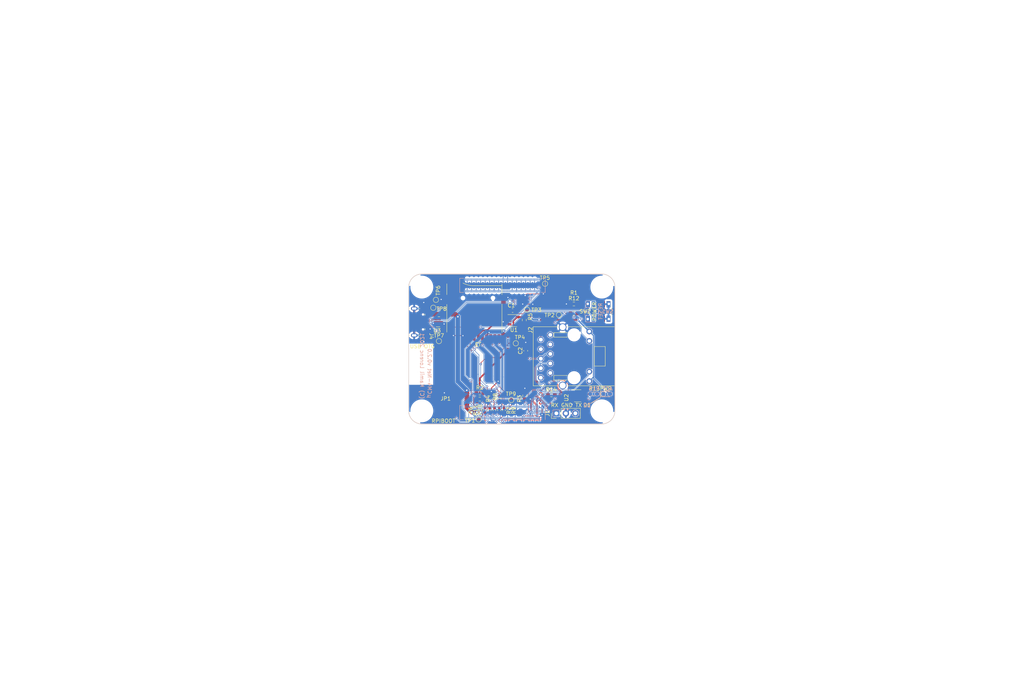
<source format=kicad_pcb>
(kicad_pcb (version 20210228) (generator pcbnew)
  (layers (0 "F.Cu" signal) (31 "B.Cu" signal) (34 "B.Paste" user) (35 "F.Paste" user) (36 "B.SilkS" user "B.Silkscreen") (37 "F.SilkS" user "F.Silkscreen") (38 "B.Mask" user) (39 "F.Mask" user) (44 "Edge.Cuts" user))
  (net 0 "")
  (net 3 "/nPWR_LED")
  (net 4 "GND")
  (net 9 "Net-(C2-Pad1)")
  (net 10 "+3V3")
  (net 15 "Net-(D1-Pad1)")
  (net 16 "Net-(D2-Pad1)")
  (net 21 "/SD_PWR")
  (net 22 "/SD_EN")
  (net 27 "Net-(J3-Pad8)")
  (net 28 "Net-(J3-Pad7)")
  (net 33 "Net-(J3-Pad5)")
  (net 34 "Net-(J3-Pad3)")
  (net 39 "Net-(J3-Pad2)")
  (net 40 "Net-(J3-Pad1)")
  (net 50 "/Eth_P3_N")
  (net 56 "/Eth_P3_P")
  (net 62 "/Eth_P2_N")
  (net 63 "/Eth_P2_P")
  (net 68 "/Eth_P1_N")
  (net 69 "/Eth_P1_P")
  (net 74 "Net-(Module1-Pad15)")
  (net 75 "Net-(Module1-Pad17)")
  (net 80 "Net-(Module1-Pad20)")
  (net 81 "/ACT_LED")
  (net 86 "/SD_D2")
  (net 87 "/SD_D1")
  (net 92 "/SD_D0")
  (net 93 "/SD_CMD")
  (net 95 "/SD_D3")
  (net 97 "/SD_CLK")
  (net 99 "/nPWR_LED_Buffered")
  (net 101 "+5V")
  (net 102 "Net-(Module1-Pad78)")
  (net 107 "+1V8")
  (net 108 "/TX")
  (net 110 "/Eth_P0_N")
  (net 112 "/RX")
  (net 113 "/Eth_P0_P")
  (net 114 "Net-(JP1-Pad1)")
  (net 115 "/USB_ID")
  (net 116 "Net-(R1-Pad1)")
  (net 117 "Net-(J2-PadL3)")
  (net 118 "Net-(J2-PadL2)")
  (net 161 "/USB_P")
  (net 162 "/USB_N")
  (net 163 "/PowerOn")
  (net 164 "/RESET")
  (footprint "Package_TO_SOT_SMD:SOT-23-5_HandSoldering" (layer "F.Cu") (at 166 117.5)
    (fp_text reference "U2")
    (fp_text value "SN74LVC1G07DBVR")
  )
  (footprint "Resistor_SMD:R_0603_1608Metric_Pad0.98x0.95mm_HandSolder" (layer "F.Cu") (at 139.9 116.75)
    (fp_text reference "R2")
    (fp_text value "nf")
  )
  (footprint "Capacitor_SMD:C_0603_1608Metric_Pad1.08x0.95mm_HandSolder" (layer "F.Cu") (at 152.15 105.48 90)
    (fp_text reference "C2")
    (fp_text value "100n")
  )
  (footprint "Resistor_SMD:R_0603_1608Metric_Pad0.98x0.95mm_HandSolder" (layer "F.Cu") (at 165 95.5 180)
    (fp_text reference "R12")
    (fp_text value "470")
  )
  (footprint "Resistor_SMD:R_0603_1608Metric_Pad0.98x0.95mm_HandSolder" (layer "F.Cu") (at 159 117.25)
    (fp_text reference "R14")
    (fp_text value "470")
  )
  (footprint "TestPoint:TestPoint_Pad_D1.0mm" (layer "F.Cu") (at 129 102.9)
    (fp_text reference "TP7")
    (fp_text value "TestPoint")
  )
  (footprint "LED_SMD:LED_0603_1608Metric_Pad1.05x0.95mm_HandSolder" (layer "F.Cu") (at 173.75 117)
    (fp_text reference "D1")
    (fp_text value "LED Red")
  )
  (footprint "KiCAD_Randoms:RB1-2S5BAK1A" (layer "F.Cu") (at 165.05 106.96 90)
    (fp_text reference "J2")
    (fp_text value "Ethernet")
  )
  (footprint "TestPoint:TestPoint_Pad_D1.0mm" (layer "F.Cu") (at 161 95.9)
    (fp_text reference "TP2")
    (fp_text value "TestPoint")
  )
  (footprint "Resistor_SMD:R_0402_1005Metric_Pad0.72x0.64mm_HandSolder" (layer "F.Cu") (at 145.15 118.1525 90)
    (fp_text reference "R8")
    (fp_text value "0")
  )
  (footprint "Resistor_SMD:R_0402_1005Metric_Pad0.72x0.64mm_HandSolder" (layer "F.Cu") (at 146.35 121.35 90)
    (fp_text reference "R9")
    (fp_text value "0")
  )
  (footprint "Resistor_SMD:R_0402_1005Metric_Pad0.72x0.64mm_HandSolder" (layer "F.Cu") (at 141.265 121.35 90)
    (fp_text reference "R6")
    (fp_text value "0")
  )
  (footprint "TestPoint:TestPoint_Pad_D1.0mm" (layer "F.Cu") (at 128.2 91.9)
    (fp_text reference "TP6")
    (fp_text value "TestPoint")
  )
  (footprint "Special:Jumper" (layer "F.Cu") (at 132.45 123.5 180)
    (fp_text reference "JP1")
    (fp_text value "SolderJumper_2_Open")
  )
  (footprint "Special:U254-05XX-4BH81" (layer "F.Cu") (at 124.95 96.5 -90)
    (fp_text reference "J4")
    (fp_text value "USB_B_Micro")
  )
  (footprint "TestPoint:TestPoint_Pad_D1.0mm" (layer "F.Cu") (at 148.3 118.6)
    (fp_text reference "TP9")
    (fp_text value "TestPoint")
  )
  (footprint "Resistor_SMD:R_0603_1608Metric_Pad0.98x0.95mm_HandSolder" (layer "F.Cu") (at 151.76 97.28 90)
    (fp_text reference "R5")
    (fp_text value "12k")
  )
  (footprint "Connector_PinHeader_2.54mm:PinHeader_1x03_P2.54mm_Vertical" (layer "F.Cu") (at 160.315 122.175 90)
    (fp_text reference "J1")
    (fp_text value "Conn_01x03")
  )
  (footprint "Resistor_SMD:R_0603_1608Metric_Pad0.98x0.95mm_HandSolder" (layer "F.Cu") (at 139.9 118.365)
    (fp_text reference "R4")
    (fp_text value "0")
  )
  (footprint "TestPoint:TestPoint_Pad_D1.0mm" (layer "F.Cu") (at 149.5 103.5)
    (fp_text reference "TP4")
    (fp_text value "TestPoint")
  )
  (footprint "TestPoint:TestPoint_Pad_D1.0mm" (layer "F.Cu") (at 139.6 123.8)
    (fp_text reference "TP1")
    (fp_text value "TestPoint")
  )
  (footprint "TestPoint:TestPoint_Pad_D1.0mm" (layer "F.Cu") (at 157.3 87.6)
    (fp_text reference "TP5")
    (fp_text value "TestPoint")
  )
  (footprint "TestPoint:TestPoint_Pad_D1.0mm" (layer "F.Cu") (at 152.5 94.5)
    (fp_text reference "TP3")
    (fp_text value "TestPoint")
  )
  (footprint "Resistor_SMD:R_0603_1608Metric_Pad0.98x0.95mm_HandSolder" (layer "F.Cu") (at 151.9 117.4875 -90)
    (fp_text reference "R3")
    (fp_text value "0")
  )
  (footprint "KiCAD_Randoms:PTS840_PM_SMTR_LFS" (layer "F.Cu") (at 173.5 95 90)
    (fp_text reference "SW2")
    (fp_text value "SW_DIP_x01")
  )
  (footprint "Special:TF-015" (layer "F.Cu") (at 138.4625 101.92 180)
    (fp_text reference "J3")
    (fp_text value "Micro_SD_Card")
  )
  (footprint "TestPoint:TestPoint_Pad_D1.0mm" (layer "F.Cu") (at 127.5 94)
    (fp_text reference "TP8")
    (fp_text value "TestPoint")
  )
  (footprint "Package_DFN_QFN:Diodes_UDFN-10_1.0x2.5mm_P0.5mm" (layer "F.Cu") (at 128.75 97.75)
    (fp_text reference "U3")
    (fp_text value "TPD4EUSB30")
  )
  (footprint "Capacitor_SMD:C_0603_1608Metric_Pad1.08x0.95mm_HandSolder" (layer "F.Cu") (at 148.65 94.75 180)
    (fp_text reference "C1")
    (fp_text value "10u")
  )
  (footprint "Package_TO_SOT_SMD:SOT-23-5" (layer "F.Cu") (at 148.91 97.44)
    (fp_text reference "U1")
    (fp_text value "RT9742GGJ5")
  )
  (footprint "Resistor_SMD:R_0402_1005Metric_Pad0.72x0.64mm_HandSolder" (layer "F.Cu") (at 145.075 121.3525 90)
    (fp_text reference "R7")
    (fp_text value "0")
  )
  (footprint "Resistor_SMD:R_0603_1608Metric_Pad0.98x0.95mm_HandSolder" (layer "F.Cu") (at 165 93 180)
    (fp_text reference "R1")
    (fp_text value "220")
  )
  (footprint "Resistor_SMD:R_0603_1608Metric_Pad0.98x0.95mm_HandSolder" (layer "F.Cu") (at 170.25 117)
    (fp_text reference "R13")
    (fp_text value "1k")
  )
  (footprint "Resistor_SMD:R_0402_1005Metric_Pad0.72x0.64mm_HandSolder" (layer "F.Cu") (at 143.805 121.35 90)
    (fp_text reference "R10")
    (fp_text value "0")
  )
  (footprint "Resistor_SMD:R_0402_1005Metric_Pad0.72x0.64mm_HandSolder" (layer "F.Cu") (at 142.535 121.3525 90)
    (fp_text reference "R11")
    (fp_text value "0")
  )
  (footprint "LED_SMD:LED_0603_1608Metric_Pad1.05x0.95mm_HandSolder" (layer "B.Cu") (at 173.75 117)
    (fp_text reference "D2")
    (fp_text value "LED Green")
  )
  (footprint "CM4IO:Raspberry-Pi-4-Compute-Module" (layer "B.Cu") (at 124.439 121.5 90)
    (fp_text reference "Module1")
    (fp_text value "ComputeModule4-CM4")
  )
  (footprint "KiCAD_Randoms:PTS840_PM_SMTR_LFS" (layer "B.Cu") (at 169.5 95 90)
    (fp_text reference "SW1")
    (fp_text value "SW_DIP_x01")
  )
  (footprint "Resistor_SMD:R_0603_1608Metric_Pad0.98x0.95mm_HandSolder" (layer "B.Cu") (at 170.25 117)
    (fp_text reference "R15")
    (fp_text value "1k")
  )
  (gr_line (start 169.5 119.5) (end 172 118) (layer "B.SilkS") (width 0.15))
  (gr_line (start 169.5 119.5) (end 172 118) (layer "F.SilkS") (width 0.15))
  (gr_arc (start 172.43875 121.538889) (end 175.94 121.54) (angle 89.47135836) (layer "Edge.Cuts") (width 0.1))
  (gr_line (start 175.94 121.54) (end 175.94 88.55) (layer "Edge.Cuts") (width 0.1))
  (gr_arc (start 124.420294 121.559776) (end 120.94 121.54) (angle -90.81461221) (layer "Edge.Cuts") (width 0.1))
  (gr_line (start 120.939999 88.55) (end 120.94 121.54) (layer "Edge.Cuts") (width 0.1))
  (gr_line (start 172.43 85.039999) (end 124.45 85.04) (layer "Edge.Cuts") (width 0.1))
  (gr_arc (start 172.459704 88.520295) (end 175.94 88.55) (angle -90.97802107) (layer "Edge.Cuts") (width 0.1))
  (gr_line (start 124.45 125.04) (end 172.469943 125.04) (layer "Edge.Cuts") (width 0.1))
  (gr_arc (start 124.420295 88.520296) (end 124.45 85.04) (angle -90.97802107) (layer "Edge.Cuts") (width 0.1))
  (gr_text "ACT" (at 174 115.6) (layer "B.SilkS") (effects (font (size 1 1)) (justify mirror)))
  (gr_text "RESET" (at 172.1 95 90) (layer "B.SilkS") (effects (font (size 1 1)) (justify mirror)))
  (gr_text "µCM4-Net v0.2.0" (at 126.5 111.5 270) (layer "B.SilkS") (effects (font (size 1 1)) (justify mirror)))
  (gr_text "(C) Kamil Lorenc 2021" (at 124.5 109.5 270) (layer "B.SilkS") (effects (font (size 1 1)) (justify mirror)))
  (gr_text "RPIBOOT" (at 130.2 124.2) (layer "F.SilkS") (effects (font (size 1 1))))
  (gr_text "POWER" (at 170.5 95 90) (layer "F.SilkS") (effects (font (size 1 1))))
  (gr_text "RX GND TX" (at 163 120) (layer "F.SilkS") (effects (font (size 1 1))))
  (gr_text "USB OTG" (at 124.55 104.3) (layer "F.SilkS") (effects (font (size 1 1))))
  (gr_text "PWR" (at 173.5 115.6) (layer "F.SilkS") (effects (font (size 1 1))))
  (segment (start 164.195 117.5) (end 163.5 116.805) (width 0.13) (layer "F.Cu") (net 3))
  (segment (start 162.5 113.5) (end 162.34002 113.34002) (width 0.13) (layer "F.Cu") (net 3))
  (segment (start 158.5 114) (end 156.75 115.75) (width 0.13) (layer "F.Cu") (net 3))
  (segment (start 156.5 116) (end 155.75 116) (width 0.13) (layer "F.Cu") (net 3))
  (segment (start 161.23498 113.34002) (end 161 113.575) (width 0.13) (layer "F.Cu") (net 3))
  (segment (start 163.5 114.5) (end 162.5 113.5) (width 0.13) (layer "F.Cu") (net 3))
  (segment (start 163.5 116.805) (end 163.5 114.5) (width 0.13) (layer "F.Cu") (net 3))
  (segment (start 156.75 115.75) (end 156.5 116) (width 0.13) (layer "F.Cu") (net 3))
  (segment (start 162.34002 113.34002) (end 162 113.34002) (width 0.13) (layer "F.Cu") (net 3))
  (segment (start 164.65 117.5) (end 164.195 117.5) (width 0.13) (layer "F.Cu") (net 3))
  (segment (start 162 113.34002) (end 161.23498 113.34002) (width 0.13) (layer "F.Cu") (net 3))
  (via (at 155.467774 115.915578) (size 0.6) (drill 0.3) (layers "F.Cu" "B.Cu") (net 3))
  (via (at 161 113.575) (size 0.6) (drill 0.3) (layers "F.Cu" "B.Cu") (net 3))
  (via (at 158.5 114) (size 0.6) (drill 0.3) (layers "F.Cu" "B.Cu") (net 3))
  (segment (start 138 116.5) (end 140.190812 116.5) (width 0.13) (layer "B.Cu") (net 3))
  (segment (start 136.939 121.939) (end 135.962011 120.962011) (width 0.13) (layer "B.Cu") (net 3))
  (segment (start 140.190812 116.5) (end 142.940812 119.25) (width 0.13) (layer "B.Cu") (net 3))
  (segment (start 154.084422 115.915578) (end 155.467774 115.915578) (width 0.13) (layer "B.Cu") (net 3))
  (segment (start 143.671823 119.25) (end 144.671823 118.25) (width 0.13) (layer "B.Cu") (net 3))
  (segment (start 144.671823 118.25) (end 151.75 118.25) (width 0.13) (layer "B.Cu") (net 3))
  (segment (start 151.75 118.25) (end 154.084422 115.915578) (width 0.13) (layer "B.Cu") (net 3))
  (segment (start 142.940812 119.25) (end 143.671823 119.25) (width 0.13) (layer "B.Cu") (net 3))
  (segment (start 158.925 113.575) (end 158.5 114) (width 0.13) (layer "B.Cu") (net 3))
  (segment (start 135.712011 120.962011) (end 135.5 120.75) (width 0.13) (layer "B.Cu") (net 3))
  (segment (start 135.5 120.75) (end 135.5 119) (width 0.13) (layer "B.Cu") (net 3))
  (segment (start 135.5 119) (end 138 116.5) (width 0.13) (layer "B.Cu") (net 3))
  (segment (start 155.467774 115.915578) (end 155.401341 115.982011) (width 0.13) (layer "B.Cu") (net 3))
  (segment (start 161 113.575) (end 158.925 113.575) (width 0.13) (layer "B.Cu") (net 3))
  (segment (start 135.962011 120.962011) (end 135.712011 120.962011) (width 0.13) (layer "B.Cu") (net 3))
  (segment (start 136.939 123.5) (end 136.939 121.939) (width 0.13) (layer "B.Cu") (net 3))
  (segment (start 128.4 97.75) (end 127.94 97.75) (width 0.4) (layer "F.Cu") (net 4))
  (segment (start 122.4 99) (end 122.4 101.375) (width 0.6) (layer "F.Cu") (net 4))
  (segment (start 142.99 116.34) (end 142.99 115.65) (width 0.2) (layer "F.Cu") (net 4))
  (segment (start 141.7125 101.92) (end 141.7125 101.2975) (width 0.4) (layer "F.Cu") (net 4))
  (segment (start 164.0875 93) (end 163 93) (width 0.127) (layer "F.Cu") (net 4))
  (segment (start 129.63 91.82) (end 129.6 91.79) (width 0.4) (layer "F.Cu") (net 4))
  (segment (start 149.5125 94.75) (end 149.62 94.75) (width 0.4) (layer "F.Cu") (net 4))
  (segment (start 153.57 118.550862) (end 153.382 118.362862) (width 0.2) (layer "F.Cu") (net 4))
  (segment (start 149.62 94.75) (end 151.34 93.03) (width 0.4) (layer "F.Cu") (net 4))
  (segment (start 126.1 99.1) (end 126.66 99.66) (width 0.4) (layer "F.Cu") (net 4))
  (segment (start 135.36 101.42) (end 135.4 101.46) (width 0.2) (layer "F.Cu") (net 4))
  (segment (start 146.46 97.44) (end 146.15 97.75) (width 0.4) (layer "F.Cu") (net 4))
  (segment (start 146.85 91.82) (end 147.4 91.27) (width 0.4) (layer "F.Cu") (net 4))
  (segment (start 142.99 115.44) (end 144.8 113.63) (width 0.2) (layer "F.Cu") (net 4))
  (segment (start 147.81 97.44) (end 146.46 97.44) (width 0.4) (layer "F.Cu") (net 4))
  (segment (start 142.99 115.65) (end 142.99 115.44) (width 0.2) (layer "F.Cu") (net 4))
  (segment (start 127.94 97.75) (end 127.52 98.17) (width 0.4) (layer "F.Cu") (net 4))
  (segment (start 151.9 116.575) (end 151.9 115.5) (width 0.4) (layer "F.Cu") (net 4))
  (segment (start 151.9 115.5) (end 151.91 115.49) (width 0.4) (layer "F.Cu") (net 4))
  (segment (start 153.57 121.8) (end 153.57 119.46) (width 0.2) (layer "F.Cu") (net 4))
  (segment (start 156.51 120.82) (end 156.51 120.69) (width 0.2) (layer "F.Cu") (net 4))
  (segment (start 146.2125 91.82) (end 146.85 91.82) (width 0.4) (layer "F.Cu") (net 4))
  (segment (start 129.1625 97.75) (end 129.74 97.75) (width 0.4) (layer "F.Cu") (net 4))
  (segment (start 122.4 96.6) (end 122.4 94.225) (width 0.6) (layer "F.Cu") (net 4))
  (segment (start 129.74 97.75) (end 129.78 97.75) (width 0.4) (layer "F.Cu") (net 4))
  (segment (start 130.45 119.25) (end 130.45 116.7) (width 0.6) (layer "F.Cu") (net 4))
  (segment (start 150.5 117.5) (end 150.5 119) (width 0.13) (layer "F.Cu") (net 4))
  (segment (start 153.98 93.03) (end 154.03 93.08) (width 0.2) (layer "F.Cu") (net 4))
  (segment (start 124.95 94.55) (end 124.95 92.6) (width 0.6) (layer "F.Cu") (net 4))
  (segment (start 152.15 104.6175) (end 152.15 103.25) (width 0.4) (layer "F.Cu") (net 4))
  (segment (start 131.6125 101.42) (end 132.86 101.42) (width 0.4) (layer "F.Cu") (net 4))
  (segment (start 124.95 99.1) (end 126.1 99.1) (width 0.4) (layer "F.Cu") (net 4))
  (segment (start 152 90.75) (end 152.45 90.3) (width 0.13) (layer "F.Cu") (net 4))
  (segment (start 146.2125 101.42) (end 146.2125 100.2475) (width 0.4) (layer "F.Cu") (net 4))
  (segment (start 128.4 97.75) (end 129.1625 97.75) (width 0.4) (layer "F.Cu") (net 4))
  (segment (start 164.65 118.45) (end 164.65 119.6) (width 0.13) (layer "F.Cu") (net 4))
  (segment (start 124.535 100.625) (end 124.95 101.04) (width 0.6) (layer "F.Cu") (net 4))
  (segment (start 152.45 90.3) (end 156.85 90.3) (width 0.13) (layer "F.Cu") (net 4))
  (segment (start 130.7125 91.82) (end 129.63 91.82) (width 0.4) (layer "F.Cu") (net 4))
  (segment (start 124.95 101.04) (end 124.95 103) (width 0.6) (layer "F.Cu") (net 4))
  (segment (start 124.525 94.975) (end 124.95 94.55) (width 0.6) (layer "F.Cu") (net 4))
  (segment (start 132.86 101.42) (end 135.36 101.42) (width 0.2) (layer "F.Cu") (net 4))
  (segment (start 146.2125 100.2475) (end 146.23 100.23) (width 0.4) (layer "F.Cu") (net 4))
  (segment (start 129.78 97.75) (end 130.38 98.35) (width 0.4) (layer "F.Cu") (net 4))
  (segment (start 156.51 122.48) (end 156.51 120.82) (width 0.2) (layer "F.Cu") (net 4))
  (segment (start 153.57 119.46) (end 153.57 118.550862) (width 0.2) (layer "F.Cu") (net 4))
  (segment (start 151.34 93.03) (end 153.98 93.03) (width 0.2) (layer "F.Cu") (net 4))
  (segment (start 164.65 119.6) (end 164.5 119.75) (width 0.13) (layer "F.Cu") (net 4))
  (segment (start 141.7125 101.2975) (end 142.39 100.62) (width 0.4) (layer "F.Cu") (net 4))
  (via (at 147.4 91.27) (size 0.6) (drill 0.3) (layers "F.Cu" "B.Cu") (net 4))
  (via (at 154.03 93.08) (size 0.6) (drill 0.3) (layers "F.Cu" "B.Cu") (net 4))
  (via (at 153.511036 121.781036) (size 0.6) (drill 0.3) (layers "F.Cu" "B.Cu") (net 4))
  (via (at 163 93) (size 0.6) (drill 0.3) (layers "F.Cu" "B.Cu") (net 4))
  (via (at 146.15 97.75) (size 0.6) (drill 0.3) (layers "F.Cu" "B.Cu") (net 4))
  (via (at 127.52 98.17) (size 0.6) (drill 0.3) (layers "F.Cu" "B.Cu") (net 4))
  (via (at 150.5 117.5) (size 0.6) (drill 0.3) (layers "F.Cu" "B.Cu") (net 4))
  (via (at 130.45 116.7) (size 0.6) (drill 0.3) (layers "F.Cu" "B.Cu") (net 4))
  (via (at 146.23 100.23) (size 0.6) (drill 0.3) (layers "F.Cu" "B.Cu") (net 4))
  (via (at 126.66 99.66) (size 0.6) (drill 0.3) (layers "F.Cu" "B.Cu") (net 4))
  (via (at 124.95 92.6) (size 0.6) (drill 0.3) (layers "F.Cu" "B.Cu") (net 4))
  (via (at 144.8 113.63) (size 0.6) (drill 0.3) (layers "F.Cu" "B.Cu") (net 4))
  (via (at 142.99 116.34) (size 0.6) (drill 0.3) (layers "F.Cu" "B.Cu") (net 4))
  (via (at 152 90.75) (size 0.6) (drill 0.3) (layers "F.Cu" "B.Cu") (net 4))
  (via (at 124.95 103) (size 0.6) (drill 0.3) (layers "F.Cu" "B.Cu") (net 4))
  (via (at 153.382 118.362862) (size 0.6) (drill 0.3) (layers "F.Cu" "B.Cu") (net 4))
  (via (at 152.15 103.25) (size 0.6) (drill 0.3) (layers "F.Cu" "B.Cu") (net 4))
  (via (at 156.51 122.48) (size 0.6) (drill 0.3) (layers "F.Cu" "B.Cu") (net 4))
  (via (at 129.6 91.79) (size 0.6) (drill 0.3) (layers "F.Cu" "B.Cu") (net 4))
  (via (at 151.91 115.49) (size 0.6) (drill 0.3) (layers "F.Cu" "B.Cu") (net 4))
  (via (at 151.34 93.03) (size 0.6) (drill 0.3) (layers "F.Cu" "B.Cu") (net 4))
  (via (at 135.4 101.46) (size 0.6) (drill 0.3) (layers "F.Cu" "B.Cu") (net 4))
  (via (at 142.39 100.62) (size 0.6) (drill 0.3) (layers "F.Cu" "B.Cu") (net 4))
  (via (at 132.86 101.42) (size 0.6) (drill 0.3) (layers "F.Cu" "B.Cu") (net 4))
  (via (at 156.85 90.3) (size 0.6) (drill 0.3) (layers "F.Cu" "B.Cu") (net 4))
  (via (at 130.38 98.35) (size 0.6) (drill 0.3) (layers "F.Cu" "B.Cu") (net 4))
  (via (at 156.51 120.69) (size 0.6) (drill 0.3) (layers "F.Cu" "B.Cu") (net 4))
  (via (at 164.5 119.75) (size 0.6) (drill 0.3) (layers "F.Cu" "B.Cu") (net 4))
  (via (at 150.5 119) (size 0.6) (drill 0.3) (layers "F.Cu" "B.Cu") (net 4))
  (segment (start 154.539 86.5) (end 154.539 87.311) (width 0.2) (layer "B.Cu") (net 4))
  (segment (start 151.03 122.8) (end 150.910023 122.8) (width 0.2) (layer "B.Cu") (net 4))
  (segment (start 144.349 121.18) (end 145.43762 121.18) (width 0.2) (layer "B.Cu") (net 4))
  (segment (start 150.939 88.639) (end 150.939 87.609) (width 0.2) (layer "B.Cu") (net 4))
  (segment (start 136.539 120.42) (end 136.539 119.149) (width 0.2) (layer "B.Cu") (net 4))
  (segment (start 154.33 121) (end 153.5 121) (width 0.13) (layer "B.Cu") (net 4))
  (segment (start 153.339 88.481) (end 153.339 87.399) (width 0.2) (layer "B.Cu") (net 4))
  (segment (start 136.539 87.561) (end 136.539 87.769) (width 0.2) (layer "B.Cu") (net 4))
  (segment (start 154.539 87.311) (end 154.539 87.589) (width 0.2) (layer "B.Cu") (net 4))
  (segment (start 147.339 123.5) (end 147.339 121.27862) (width 0.2) (layer "B.Cu") (net 4))
  (segment (start 153.339 123.5) (end 153.339 122.500977) (width 0.2) (layer "B.Cu") (net 4))
  (segment (start 142.539 87.551) (end 142.539 87.849) (width 0.2) (layer "B.Cu") (net 4))
  (segment (start 144.139 120.97) (end 144.349 121.18) (width 0.2) (layer "B.Cu") (net 4))
  (segment (start 153.417011 122.422966) (end 153.417011 121.952989) (width 0.2) (layer "B.Cu") (net 4))
  (segment (start 145.43762 121.18) (end 145.739 120.87862) (width 0.2) (layer "B.Cu") (net 4))
  (segment (start 149.739 120.42) (end 149.739 119.311) (width 0.2) (layer "B.Cu") (net 4))
  (segment (start 149.339 123.5) (end 149.339 124.661) (width 0.2) (layer "B.Cu") (net 4))
  (segment (start 151.339 123.5) (end 151.339 124.689) (width 0.2) (layer "B.Cu") (net 4))
  (segment (start 141.54 122.868177) (end 141.54 122.47) (width 0.13) (layer "B.Cu") (net 4))
  (segment (start 144.139 120.42) (end 144.139 120.97) (width 0.2) (layer "B.Cu") (net 4))
  (segment (start 153.339 87.399) (end 153.339 87.619) (width 0.2) (layer "B.Cu") (net 4))
  (segment (start 142.939 119.849) (end 142.51 119.42) (width 0.2) (layer "B.Cu") (net 4))
  (segment (start 153.339 86.5) (end 153.339 87.399) (width 0.2) (layer "B.Cu") (net 4))
  (segment (start 147.339 86.5) (end 147.339 85.411) (width 0.2) (layer "B.Cu") (net 4))
  (segment (start 145.739 119.87) (end 145.469 119.6) (width 0.2) (layer "B.Cu") (net 4))
  (segment (start 153.339 122.500977) (end 153.417011 122.422966) (width 0.2) (layer "B.Cu") (net 4))
  (segment (start 144.139 123.951) (end 144.139 123.5) (width 0.2) (layer "B.Cu") (net 4))
  (segment (start 144.939 87.329) (end 144.939 87.479) (width 0.2) (layer "B.Cu") (net 4))
  (segment (start 151.339 123.109) (end 151.03 122.8) (width 0.2) (layer "B.Cu") (net 4))
  (segment (start 143.739 89.58) (end 143.739 87.801) (width 0.2) (layer "B.Cu") (net 4))
  (segment (start 142.939 123.5) (end 142.939 124.649) (width 0.2) (layer "B.Cu") (net 4))
  (segment (start 151.739 120.42) (end 151.739 119.869) (width 0.2) (layer "B.Cu") (net 4))
  (segment (start 142.939 123.5) (end 142.939 123.899) (width 0.2) (layer "B.Cu") (net 4))
  (segment (start 155.739 123.251) (end 156.51 122.48) (width 0.2) (layer "B.Cu") (net 4))
  (segment (start 153.339 119.589) (end 153.08 119.33) (width 0.2) (layer "B.Cu") (net 4))
  (segment (start 146.139 86.5) (end 146.139 85.419) (width 0.2) (layer "B.Cu") (net 4))
  (segment (start 145.739 120.42) (end 145.739 119.87) (width 0.2) (layer "B.Cu") (net 4))
  (segment (start 155.739 120.42) (end 155.739 120.751) (width 0.13) (layer "B.Cu") (net 4))
  (segment (start 137.739 86.5) (end 137.739 87.681) (width 0.2) (layer "B.Cu") (net 4))
  (segment (start 155.739 123.5) (end 155.739 124.601) (width 0.2) (layer "B.Cu") (net 4))
  (segment (start 150.939 88.639) (end 150.939 86.5) (width 0.2) (layer "B.Cu") (net 4))
  (segment (start 141.339 87.519) (end 141.339 87.769) (width 0.2) (layer "B.Cu") (net 4))
  (segment (start 153.417011 121.952989) (end 153.57 121.8) (width 0.2) (layer "B.Cu") (net 4))
  (segment (start 151.739 119.869) (end 151.32 119.45) (width 0.2) (layer "B.Cu") (net 4))
  (segment (start 143.739 89.58) (end 143.739 86.5) (width 0.2) (layer "B.Cu") (net 4))
  (segment (start 141.739 123.067177) (end 141.54 122.868177) (width 0.13) (layer "B.Cu") (net 4))
  (segment (start 156.51 120.69) (end 156.009 120.69) (width 0.2) (layer "B.Cu") (net 4))
  (segment (start 152.139 87.411) (end 152.139 87.629) (width 0.2) (layer "B.Cu") (net 4))
  (segment (start 142.539 89.58) (end 142.539 87.551) (width 0.2) (layer "B.Cu") (net 4))
  (segment (start 144.939 86.5) (end 144.939 87.329) (width 0.2) (layer "B.Cu") (net 4))
  (segment (start 153.339 89.58) (end 153.339 87.399) (width 0.2) (layer "B.Cu") (net 4))
  (segment (start 151.339 123.5) (end 151.339 123.109) (width 0.2) (layer "B.Cu") (net 4))
  (segment (start 145.339 121.27862) (end 145.43762 121.18) (width 0.2) (layer "B.Cu") (net 4))
  (segment (start 152.139 88.411) (end 152.139 87.411) (width 0.2) (layer "B.Cu") (net 4))
  (segment (start 141.339 86.5) (end 141.339 87.519) (width 0.2) (layer "B.Cu") (net 4))
  (segment (start 147.339 123.5) (end 147.339 124.719) (width 0.2) (layer "B.Cu") (net 4))
  (segment (start 141.339 120.42) (end 141.339 120.891) (width 0.2) (layer "B.Cu") (net 4))
  (segment (start 137.739 89.58) (end 137.739 87.681) (width 0.2) (layer "B.Cu") (net 4))
  (segment (start 136.539 89.58) (end 136.539 87.561) (width 0.2) (layer "B.Cu") (net 4))
  (segment (start 147.339 121.27862) (end 147.739 120.87862) (width 0.2) (layer "B.Cu") (net 4))
  (segment (start 162.855 122.175) (end 163.88 121.15) (width 0.4) (layer "B.Cu") (net 4))
  (segment (start 155.739 123.5) (end 155.739 123.251) (width 0.2) (layer "B.Cu") (net 4))
  (segment (start 136.539 86.5) (end 136.539 87.561) (width 0.2) (layer "B.Cu") (net 4))
  (segment (start 142.539 86.5) (end 142.539 87.551) (width 0.2) (layer "B.Cu") (net 4))
  (segment (start 149.339 123.5) (end 149.339 121.27862) (width 0.2) (layer "B.Cu") (net 4))
  (segment (start 141.339 89.58) (end 141.339 87.519) (width 0.2) (layer "B.Cu") (net 4))
  (segment (start 144.939 89.58) (end 144.939 87.329) (width 0.2) (layer "B.Cu") (net 4))
  (segment (start 143.14 124.1) (end 143.44 124.1) (width 0.2) (layer "B.Cu") (net 4))
  (segment (start 137.739 87.681) (end 137.739 87.749) (width 0.2) (layer "B.Cu") (net 4))
  (segment (start 147.739 120.87862) (end 147.739 120.42) (width 0.2) (layer "B.Cu") (net 4))
  (segment (start 141.339 120.891) (end 140.85 121.38) (width 0.2) (layer "B.Cu") (net 4))
  (segment (start 149.739 89.58) (end 149.739 87.779) (width 0.2) (layer "B.Cu") (net 4))
  (segment (start 149.339 121.27862) (end 149.739 120.87862) (width 0.2) (layer "B.Cu") (net 4))
  (segment (start 145.339 123.5) (end 145.339 121.27862) (width 0.2) (layer "B.Cu") (net 4))
  (segment (start 148.539 87.699) (end 148.539 87.844978) (width 0.2) (layer "B.Cu") (net 4))
  (segment (start 153.339 123.5) (end 153.339 124.601) (width 0.2) (layer "B.Cu") (net 4))
  (segment (start 150.939 88.639) (end 150.939 88.519) (width 0.2) (layer "B.Cu") (net 4))
  (segment (start 154.539 88.541) (end 154.539 87.311) (width 0.2) (layer "B.Cu") (net 4))
  (segment (start 150.939 89.58) (end 150.939 88.639) (width 0.2) (layer "B.Cu") (net 4))
  (segment (start 153.339 120.839) (end 153.339 120.42) (width 0.13) (layer "B.Cu") (net 4))
  (segment (start 142.939 120.42) (end 142.939 119.849) (width 0.2) (layer "B.Cu") (net 4))
  (segment (start 163.88 121.15) (end 164.42 121.15) (width 0.4) (layer "B.Cu") (net 4))
  (segment (start 149.739 120.87862) (end 149.739 120.42) (width 0.2) (layer "B.Cu") (net 4))
  (segment (start 138.939 87.619) (end 138.939 87.719) (width 0.2) (layer "B.Cu") (net 4))
  (segment (start 142.872989 122.477011) (end 142.939 122.411) (width 0.2) (layer "B.Cu") (net 4))
  (segment (start 145.739 120.87862) (end 145.739 120.42) (width 0.2) (layer "B.Cu") (net 4))
  (segment (start 154.539 88.541) (end 154.539 88.431) (width 0.2) (layer "B.Cu") (net 4))
  (segment (start 143.99 124.1) (end 144.139 123.951) (width 0.2) (layer "B.Cu") (net 4))
  (segment (start 145.739 120.791) (end 145.739 120.42) (width 0.2) (layer "B.Cu") (net 4))
  (segment (start 142.939 123.899) (end 143.14 124.1) (width 0.2) (layer "B.Cu") (net 4))
  (segment (start 140.139 89.58) (end 140.139 87.589) (width 0.2) (layer "B.Cu") (net 4))
  (segment (start 156.009 120.69) (end 155.739 120.42) (width 0.2) (layer "B.Cu") (net 4))
  (segment (start 145.469 119.6) (end 145.06 119.6) (width 0.2) (layer "B.Cu") (net 4))
  (segment (start 154.539 120.42) (end 154.539 120.791) (width 0.13) (layer "B.Cu") (net 4))
  (segment (start 155.49 121) (end 154.33 121) (width 0.13) (layer "B.Cu") (net 4))
  (segment (start 143.14 124.1) (end 143.99 124.1) (width 0.2) (layer "B.Cu") (net 4))
  (segment (start 154.539 89.58) (end 154.539 88.541) (width 0.2) (layer "B.Cu") (net 4))
  (segment (start 142.939 123.5) (end 142.872989 123.433989) (width 0.2) (layer "B.Cu") (net 4))
  (segment (start 149.739 89.58) (end 149.739 86.5) (width 0.2) (layer "B.Cu") (net 4))
  (segment (start 142.939 122.411) (end 142.939 120.42) (width 0.2) (layer "B.Cu") (net 4))
  (segment (start 149.739 121.628977) (end 149.739 120.87862) (width 0.2) (layer "B.Cu") (net 4))
  (segment (start 153.5 121) (end 153.339 120.839) (width 0.13) (layer "B.Cu") (net 4))
  (segment (start 154.539 120.791) (end 154.33 121) (width 0.13) (layer "B.Cu") (net 4))
  (segment (start 140.139 86.5) (end 140.139 87.739) (width 0.2) (layer "B.Cu") (net 4))
  (segment (start 155.739 120.751) (end 155.49 121) (width 0.13) (layer "B.Cu") (net 4))
  (segment (start 146.139 86.5) (end 146.139 87.701) (width 0.2) (layer "B.Cu") (net 4))
  (segment (start 141.739 123.5) (end 141.739 123.067177) (width 0.13) (layer "B.Cu") (net 4))
  (segment (start 154.539 123.5) (end 154.539 124.579) (width 0.2) (layer "B.Cu") (net 4))
  (segment (start 152.139 89.58) (end 152.139 87.411) (width 0.2) (layer "B.Cu") (net 4))
  (segment (start 147.739 120.42) (end 147.739 119.241) (width 0.2) (layer "B.Cu") (net 4))
  (segment (start 138.939 86.5) (end 138.939 87.619) (width 0.2) (layer "B.Cu") (net 4))
  (segment (start 150.910023 122.8) (end 149.739 121.628977) (width 0.2) (layer "B.Cu") (net 4))
  (segment (start 152.139 86.5) (end 152.139 87.411) (width 0.2) (layer "B.Cu") (net 4))
  (segment (start 153.339 120.42) (end 153.339 119.589) (width 0.2) (layer "B.Cu") (net 4))
  (segment (start 148.539 86.5) (end 148.539 89.58) (width 0.2) (layer "B.Cu") (net 4))
  (segment (start 141.339 120.42) (end 141.339 119.189) (width 0.2) (layer "B.Cu") (net 4))
  (segment (start 147.339 86.5) (end 147.339 87.809) (width 0.2) (layer "B.Cu") (net 4))
  (segment (start 138.939 89.58) (end 138.939 87.619) (width 0.2) (layer "B.Cu") (net 4))
  (segment (start 142.872989 123.433989) (end 142.872989 122.477011) (width 0.2) (layer "B.Cu") (net 4))
  (segment (start 152.15 106.75) (end 152.15 106.3425) (width 0.2) (layer "F.Cu") (net 9))
  (segment (start 153.205 107.595) (end 152.995 107.595) (width 0.2) (layer "F.Cu") (net 9))
  (segment (start 152.995 107.595) (end 152.15 106.75) (width 0.2) (layer "F.Cu") (net 9))
  (segment (start 156.1625 107.6125) (end 156.18 107.595) (width 0.25) (layer "F.Cu") (net 9))
  (via (at 153.205 107.595) (size 0.6) (drill 0.3) (layers "F.Cu" "B.Cu") (net 9))
  (segment (start 158.7 106.325) (end 157.45 106.325) (width 0.25) (layer "B.Cu") (net 9))
  (segment (start 153.205 107.595) (end 156.18 107.595) (width 0.2) (layer "B.Cu") (net 9))
  (segment (start 153.19 107.61) (end 153.205 107.595) (width 0.2) (layer "B.Cu") (net 9))
  (segment (start 157.45 106.325) (end 156.18 107.595) (width 0.25) (layer "B.Cu") (net 9))
  (segment (start 139.15 119.7) (end 139.15 118.5275) (width 0.4) (layer "F.Cu") (net 10))
  (segment (start 151.76 96.3675) (end 153.2675 96.3675) (width 0.4) (layer "F.Cu") (net 10))
  (segment (start 139.15 119.7) (end 139.15 119.4) (width 0.4) (layer "F.Cu") (net 10))
  (segment (start 147.4 104.5) (end 147.4 105.322017) (width 0.4) (layer "F.Cu") (net 10))
  (segment (start 151.6375 96.49) (end 151.76 96.3675) (width 0.4) (layer "F.Cu") (net 10))
  (segment (start 159.65 97.25) (end 159.05 97.25) (width 0.127) (layer "F.Cu") (net 10))
  (segment (start 150.01 96.49) (end 149.91 96.49) (width 0.4) (layer "F.Cu") (net 10))
  (segment (start 166.03 97.25) (end 166.09 97.31) (width 0.25) (layer "F.Cu") (net 10))
  (segment (start 139.87502 117.47748) (end 138.9875 118.365) (width 0.4) (layer "F.Cu") (net 10))
  (segment (start 174.625 117) (end 174.4675 117) (width 0.25) (layer "F.Cu") (net 10))
  (segment (start 159.05 97.25) (end 166.03 97.25) (width 0.4) (layer "F.Cu") (net 10))
  (segment (start 150.01 96.49) (end 151.6375 96.49) (width 0.4) (layer "F.Cu") (net 10))
  (segment (start 161 95.9) (end 159.65 97.25) (width 0.127) (layer "F.Cu") (net 10))
  (segment (start 147.4 105.322017) (end 139.87502 112.846997) (width 0.4) (layer "F.Cu") (net 10))
  (segment (start 148.85 97.55) (end 148.85 99.05) (width 0.4) (layer "F.Cu") (net 10))
  (segment (start 167.35 115.35) (end 169.11 113.59) (width 0.13) (layer "F.Cu") (net 10))
  (segment (start 155.7 97.25) (end 157.95 97.25) (width 0.4) (layer "F.Cu") (net 10))
  (segment (start 139.15 118.5275) (end 138.9875 118.365) (width 0.4) (layer "F.Cu") (net 10))
  (segment (start 148.85 99.05) (end 147.4 100.5) (width 0.4) (layer "F.Cu") (net 10))
  (segment (start 174.4675 117) (end 173.23375 115.76625) (width 0.25) (layer "F.Cu") (net 10))
  (segment (start 167.35 116.55) (end 167.35 115.35) (width 0.13) (layer "F.Cu") (net 10))
  (segment (start 147.4 100.5) (end 147.4 102.2) (width 0.4) (layer "F.Cu") (net 10))
  (segment (start 153.2675 96.3675) (end 153.65 96.75) (width 0.4) (layer "F.Cu") (net 10))
  (segment (start 157.95 97.25) (end 159.05 97.25) (width 0.4) (layer "F.Cu") (net 10))
  (segment (start 139.87502 112.846997) (end 139.87502 115.77498) (width 0.4) (layer "F.Cu") (net 10))
  (segment (start 149.91 96.49) (end 148.85 97.55) (width 0.4) (layer "F.Cu") (net 10))
  (segment (start 139.87502 112.846997) (end 139.87502 117.47748) (width 0.4) (layer "F.Cu") (net 10))
  (via (at 153.65 96.75) (size 0.6) (drill 0.3) (layers "F.Cu" "B.Cu") (net 10))
  (via (at 155.7 97.25) (size 0.8) (drill 0.4) (layers "F.Cu" "B.Cu") (net 10))
  (via (at 147.4 102.2) (size 0.6) (drill 0.3) (layers "F.Cu" "B.Cu") (net 10))
  (via (at 139.15 119.7) (size 0.6) (drill 0.3) (layers "F.Cu" "B.Cu") (net 10))
  (via (at 166.09 97.31) (size 0.6) (drill 0.3) (layers "F.Cu" "B.Cu") (net 10))
  (via (at 147.4 104.5) (size 0.6) (drill 0.3) (layers "F.Cu" "B.Cu") (net 10))
  (via (at 173.23375 115.76625) (size 0.6) (drill 0.3) (layers "F.Cu" "B.Cu") (net 10))
  (segment (start 147.4 102.2) (end 147.4 104.5) (width 0.4) (layer "B.Cu") (net 10))
  (segment (start 139.339 119.889) (end 139.15 119.7) (width 0.2) (layer "B.Cu") (net 10))
  (segment (start 174.625 117) (end 174.4675 117) (width 0.25) (layer "B.Cu") (net 10))
  (segment (start 170.197011 112.502989) (end 170.197011 112.729511) (width 0.25) (layer "B.Cu") (net 10))
  (segment (start 170.197011 112.502989) (end 169.11 113.59) (width 0.25) (layer "B.Cu") (net 10))
  (segment (start 173.23375 115.76625) (end 170.197011 112.729511) (width 0.25) (layer "B.Cu") (net 10))
  (segment (start 154.15 97.25) (end 155.7 97.25) (width 0.4) (layer "B.Cu") (net 10))
  (segment (start 166.09 97.31) (end 169.11 100.33) (width 0.4) (layer "B.Cu") (net 10))
  (segment (start 170.197011 101.417011) (end 170.197011 112.502989) (width 0.25) (layer "B.Cu") (net 10))
  (segment (start 169.11 100.33) (end 170.197011 101.417011) (width 0.25) (layer "B.Cu") (net 10))
  (segment (start 174.4675 117) (end 173.23375 115.76625) (width 0.25) (layer "B.Cu") (net 10))
  (segment (start 138.939 119.911) (end 139.15 119.7) (width 0.2) (layer "B.Cu") (net 10))
  (segment (start 155.65 97.25) (end 155.7 97.25) (width 0.4) (layer "B.Cu") (net 10))
  (segment (start 153.65 96.75) (end 154.15 97.25) (width 0.4) (layer "B.Cu") (net 10))
  (segment (start 138.939 120.42) (end 138.939 119.911) (width 0.2) (layer "B.Cu") (net 10))
  (segment (start 139.339 120.42) (end 139.339 119.889) (width 0.2) (layer "B.Cu") (net 10))
  (segment (start 172.625 117) (end 170.7125 117) (width 0.13) (layer "F.Cu") (net 15))
  (segment (start 172.625 117) (end 170.6625 117) (width 0.13) (layer "B.Cu") (net 16))
  (segment (start 140.71388 100.08) (end 139.5125 101.28138) (width 0.4) (layer "F.Cu") (net 21))
  (segment (start 147.81 94.7725) (end 147.7875 94.75) (width 0.4) (layer "F.Cu") (net 21))
  (segment (start 141.88638 100.08) (end 141.88638 100.01362) (width 0.4) (layer "F.Cu") (net 21))
  (segment (start 147.81 96.49) (end 147.81 94.7725) (width 0.4) (layer "F.Cu") (net 21))
  (segment (start 141.88638 100.08) (end 140.71388 100.08) (width 0.4) (layer "F.Cu") (net 21))
  (segment (start 148.51 96.49) (end 147.81 96.49) (width 0.127) (layer "F.Cu") (net 21))
  (segment (start 149.4 95.6) (end 148.51 96.49) (width 0.127) (layer "F.Cu") (net 21))
  (segment (start 141.88638 100.01362) (end 145.41 96.49) (width 0.4) (layer "F.Cu") (net 21))
  (segment (start 151.4 95.6) (end 149.4 95.6) (width 0.127) (layer "F.Cu") (net 21))
  (segment (start 139.5125 101.28138) (end 139.5125 101.92) (width 0.4) (layer "F.Cu") (net 21))
  (segment (start 145.41 96.49) (end 147.81 96.49) (width 0.4) (layer "F.Cu") (net 21))
  (segment (start 152.5 94.5) (end 151.4 95.6) (width 0.127) (layer "F.Cu") (net 21))
  (segment (start 143.710511 107.309489) (end 143.820511 107.309489) (width 0.127) (layer "F.Cu") (net 22))
  (segment (start 150.2075 98.1925) (end 150.01 98.39) (width 0.13) (layer "F.Cu") (net 22))
  (segment (start 141.920511 115.140511) (end 141.82 115.04) (width 0.127) (layer "F.Cu") (net 22))
  (segment (start 141.92 121.33) (end 141.920511 121.329489) (width 0.127) (layer "F.Cu") (net 22))
  (segment (start 151.76 98.1925) (end 150.2075 98.1925) (width 0.13) (layer "F.Cu") (net 22))
  (segment (start 141.92 115.14) (end 141.82 115.04) (width 0.127) (layer "F.Cu") (net 22))
  (segment (start 147.63 103.5) (end 147.515 103.615) (width 0.127) (layer "F.Cu") (net 22))
  (segment (start 143.820511 107.309489) (end 147.515 103.615) (width 0.127) (layer "F.Cu") (net 22))
  (segment (start 147.515 103.615) (end 148.92 102.21) (width 0.127) (layer "F.Cu") (net 22))
  (segment (start 140.17452 108.713522) (end 140.489021 108.399021) (width 0.127) (layer "F.Cu") (net 22))
  (segment (start 149.5 103.5) (end 147.63 103.5) (width 0.127) (layer "F.Cu") (net 22))
  (segment (start 150.01 101.12) (end 150.01 98.39) (width 0.13) (layer "F.Cu") (net 22))
  (segment (start 143.710511 107.309489) (end 143.760511 107.309489) (width 0.127) (layer "F.Cu") (net 22))
  (segment (start 140.17452 109.01) (end 140.17452 108.713522) (width 0.127) (layer "F.Cu") (net 22))
  (segment (start 141.578554 107.309489) (end 143.710511 107.309489) (width 0.127) (layer "F.Cu") (net 22))
  (segment (start 148.92 102.21) (end 150.01 101.12) (width 0.13) (layer "F.Cu") (net 22))
  (segment (start 141.920511 121.329489) (end 141.920511 115.140511) (width 0.127) (layer "F.Cu") (net 22))
  (segment (start 140.489021 108.399021) (end 141.578554 107.309489) (width 0.127) (layer "F.Cu") (net 22))
  (via (at 141.92 121.33) (size 0.6) (drill 0.3) (layers "F.Cu" "B.Cu") (net 22))
  (via (at 140.17452 109.01) (size 0.6) (drill 0.3) (layers "F.Cu" "B.Cu") (net 22))
  (via (at 141.82 115.04) (size 0.6) (drill 0.3) (layers "F.Cu" "B.Cu") (net 22))
  (segment (start 140.1305 109.02) (end 140.16452 109.02) (width 0.127) (layer "B.Cu") (net 22))
  (segment (start 140.939 122.311) (end 141.92 121.33) (width 0.13) (layer "B.Cu") (net 22))
  (segment (start 140.939 123.5) (end 140.939 122.311) (width 0.13) (layer "B.Cu") (net 22))
  (segment (start 140.16452 109.02) (end 140.17452 109.01) (width 0.127) (layer "B.Cu") (net 22))
  (segment (start 141.82 115.04) (end 140.25 113.47) (width 0.127) (layer "B.Cu") (net 22))
  (segment (start 140.1305 113.3505) (end 140.1305 109.02) (width 0.127) (layer "B.Cu") (net 22))
  (segment (start 140.25 113.47) (end 140.1305 113.3505) (width 0.127) (layer "B.Cu") (net 22))
  (segment (start 143.9125 102.31292) (end 143.9125 101.92) (width 0.127) (layer "F.Cu") (net 27))
  (segment (start 142.535 120.755) (end 142.535 119.435) (width 0.127) (layer "F.Cu") (net 27))
  (segment (start 145.14 103.54042) (end 143.9125 102.31292) (width 0.127) (layer "F.Cu") (net 27))
  (segment (start 145.14 103.89) (end 145.14 103.54042) (width 0.127) (layer "F.Cu") (net 27))
  (segment (start 142.535 119.435) (end 143.168989 118.801011) (width 0.13) (layer "F.Cu") (net 27))
  (segment (start 143.168989 118.801011) (end 143.168989 118.75) (width 0.13) (layer "F.Cu") (net 27))
  (via (at 145.14 103.89) (size 0.6) (drill 0.3) (layers "F.Cu" "B.Cu") (net 27))
  (via (at 143.168989 118.75) (size 0.6) (drill 0.3) (layers "F.Cu" "B.Cu") (net 27))
  (segment (start 146.25 116.075957) (end 146.174043 116.075957) (width 0.13) (layer "B.Cu") (net 27))
  (segment (start 146.25 112.48) (end 146.25 105) (width 0.127) (layer "B.Cu") (net 27))
  (segment (start 146.25 116.075957) (end 146.25 112.48) (width 0.127) (layer "B.Cu") (net 27))
  (segment (start 146.25 112.48) (end 146.25 112.45) (width 0.127) (layer "B.Cu") (net 27))
  (segment (start 143.578177 118.75) (end 143.168989 118.75) (width 0.13) (layer "B.Cu") (net 27))
  (segment (start 144.712011 117.537989) (end 144.712011 117.616166) (width 0.13) (layer "B.Cu") (net 27))
  (segment (start 146.174043 116.075957) (end 144.712011 117.537989) (width 0.13) (layer "B.Cu") (net 27))
  (segment (start 144.712011 117.616166) (end 143.578177 118.75) (width 0.13) (layer "B.Cu") (net 27))
  (segment (start 146.25 105) (end 145.14 103.89) (width 0.127) (layer "B.Cu") (net 27))
  (segment (start 143.805 120.7525) (end 143.659489 120.606989) (width 0.127) (layer "F.Cu") (net 28))
  (segment (start 143.48 104.008012) (end 142.8125 103.340512) (width 0.127) (layer "F.Cu") (net 28))
  (segment (start 143.659489 117.940511) (end 144.22 117.38) (width 0.127) (layer "F.Cu") (net 28))
  (segment (start 142.8125 103.340512) (end 142.8125 101.92) (width 0.127) (layer "F.Cu") (net 28))
  (segment (start 143.659489 120.606989) (end 143.659489 118.350511) (width 0.127) (layer "F.Cu") (net 28))
  (segment (start 143.659489 118.350511) (end 143.659489 118.259489) (width 0.127) (layer "F.Cu") (net 28))
  (segment (start 143.659489 118.350511) (end 143.659489 117.940511) (width 0.127) (layer "F.Cu") (net 28))
  (via (at 144.22 117.38) (size 0.6) (drill 0.3) (layers "F.Cu" "B.Cu") (net 28))
  (via (at 143.48 104.008012) (size 0.6) (drill 0.3) (layers "F.Cu" "B.Cu") (net 28))
  (segment (start 145.5 106.028012) (end 143.48 104.008012) (width 0.127) (layer "B.Cu") (net 28))
  (segment (start 144.22 117.38) (end 144.495957 117.38) (width 0.127) (layer "B.Cu") (net 28))
  (segment (start 145.5 112.37) (end 145.5 106.028012) (width 0.127) (layer "B.Cu") (net 28))
  (segment (start 144.495957 117.38) (end 145.5 116.375957) (width 0.127) (layer "B.Cu") (net 28))
  (segment (start 145.5 116.375957) (end 145.5 112.37) (width 0.127) (layer "B.Cu") (net 28))
  (segment (start 146.35 117.91) (end 146.35 116.26) (width 0.127) (layer "F.Cu") (net 33))
  (segment (start 140.6125 103.930512) (end 140.6125 101.92) (width 0.127) (layer "F.Cu") (net 33))
  (segment (start 146.35 116.26) (end 145 114.91) (width 0.127) (layer "F.Cu") (net 33))
  (segment (start 146.35 120.7525) (end 146.35 117.91) (width 0.127) (layer "F.Cu") (net 33))
  (segment (start 140.69 104.008012) (end 140.6125 103.930512) (width 0.127) (layer "F.Cu") (net 33))
  (via (at 145 114.91) (size 0.6) (drill 0.3) (layers "F.Cu" "B.Cu") (net 33))
  (via (at 140.69 104.008012) (size 0.6) (drill 0.3) (layers "F.Cu" "B.Cu") (net 33))
  (segment (start 143.54 113.45) (end 143.54 112.23) (width 0.127) (layer "B.Cu") (net 33))
  (segment (start 143.54 112.23) (end 143.54 106.858012) (width 0.127) (layer "B.Cu") (net 33))
  (segment (start 145 114.91) (end 143.54 113.45) (width 0.127) (layer "B.Cu") (net 33))
  (segment (start 143.54 106.858012) (end 140.69 104.008012) (width 0.127) (layer "B.Cu") (net 33))
  (segment (start 138.4125 103.8225) (end 138.4125 101.92) (width 0.127) (layer "F.Cu") (net 34))
  (segment (start 145.15 117.114434) (end 144.592783 116.557217) (width 0.127) (layer "F.Cu") (net 34))
  (segment (start 145.15 117.555) (end 145.15 117.114434) (width 0.127) (layer "F.Cu") (net 34))
  (segment (start 139.085994 104.495994) (end 138.4125 103.8225) (width 0.127) (layer "F.Cu") (net 34))
  (via (at 144.592783 116.557217) (size 0.6) (drill 0.3) (layers "F.Cu" "B.Cu") (net 34))
  (via (at 139.085994 104.495994) (size 0.6) (drill 0.3) (layers "F.Cu" "B.Cu") (net 34))
  (segment (start 140.95 106.36) (end 139.085994 104.495994) (width 0.127) (layer "B.Cu") (net 34))
  (segment (start 144.650511 115.394554) (end 143.446468 114.190511) (width 0.127) (layer "B.Cu") (net 34))
  (segment (start 144.592783 116.557217) (end 144.650511 116.499489) (width 0.127) (layer "B.Cu") (net 34))
  (segment (start 143.446468 114.190511) (end 141.669489 114.190511) (width 0.127) (layer "B.Cu") (net 34))
  (segment (start 144.650511 116.499489) (end 144.650511 115.394554) (width 0.127) (layer "B.Cu") (net 34))
  (segment (start 140.95 106.89) (end 140.95 106.68) (width 0.127) (layer "B.Cu") (net 34))
  (segment (start 141.669489 114.190511) (end 141.510511 114.190511) (width 0.127) (layer "B.Cu") (net 34))
  (segment (start 140.95 113.561957) (end 140.95 106.89) (width 0.127) (layer "B.Cu") (net 34))
  (segment (start 141.578554 114.190511) (end 140.95 113.561957) (width 0.127) (layer "B.Cu") (net 34))
  (segment (start 140.95 106.89) (end 140.95 106.48) (width 0.127) (layer "B.Cu") (net 34))
  (segment (start 140.95 106.48) (end 140.95 106.36) (width 0.127) (layer "B.Cu") (net 34))
  (segment (start 141.669489 114.190511) (end 141.578554 114.190511) (width 0.127) (layer "B.Cu") (net 34))
  (segment (start 144.359238 115.63) (end 144.16 115.63) (width 0.127) (layer "F.Cu") (net 39))
  (segment (start 138.525994 105.055995) (end 137.3125 103.842501) (width 0.127) (layer "F.Cu") (net 39))
  (segment (start 145.89 119.94) (end 145.89 117.95) (width 0.127) (layer "F.Cu") (net 39))
  (segment (start 145.89 117.95) (end 145.89 117.160762) (width 0.127) (layer "F.Cu") (net 39))
  (segment (start 145.89 117.95) (end 145.89 117.88) (width 0.127) (layer "F.Cu") (net 39))
  (segment (start 145.89 117.160762) (end 144.359238 115.63) (width 0.127) (layer "F.Cu") (net 39))
  (segment (start 145.075 120.755) (end 145.89 119.94) (width 0.127) (layer "F.Cu") (net 39))
  (segment (start 137.3125 103.842501) (end 137.3125 101.92) (width 0.127) (layer "F.Cu") (net 39))
  (via (at 144.16 115.63) (size 0.6) (drill 0.3) (layers "F.Cu" "B.Cu") (net 39))
  (via (at 138.525994 105.055995) (size 0.6) (drill 0.3) (layers "F.Cu" "B.Cu") (net 39))
  (segment (start 138.525994 105.465994) (end 138.525994 105.055995) (width 0.127) (layer "B.Cu") (net 39))
  (segment (start 139.68402 106.62402) (end 138.525994 105.465994) (width 0.127) (layer "B.Cu") (net 39))
  (segment (start 141.684043 115.63) (end 139.68402 113.629977) (width 0.127) (layer "B.Cu") (net 39))
  (segment (start 144.16 115.63) (end 141.684043 115.63) (width 0.127) (layer "B.Cu") (net 39))
  (segment (start 139.68402 113.629977) (end 139.68402 106.62402) (width 0.127) (layer "B.Cu") (net 39))
  (segment (start 140.95 115.29) (end 140.52 115.29) (width 0.127) (layer "F.Cu") (net 40))
  (segment (start 141.43 119.55) (end 141.57 119.41) (width 0.127) (layer "F.Cu") (net 40))
  (segment (start 137.91 105.63) (end 136.2125 103.9325) (width 0.127) (layer "F.Cu") (net 40))
  (segment (start 136.2125 103.9325) (end 136.2125 101.92) (width 0.127) (layer "F.Cu") (net 40))
  (segment (start 141.265 119.715) (end 141.43 119.55) (width 0.127) (layer "F.Cu") (net 40))
  (segment (start 141.265 120.7525) (end 141.265 119.715) (width 0.127) (layer "F.Cu") (net 40))
  (segment (start 141.57 115.91) (end 140.95 115.29) (width 0.127) (layer "F.Cu") (net 40))
  (segment (start 141.57 119.41) (end 141.57 115.91) (width 0.127) (layer "F.Cu") (net 40))
  (via (at 140.52 115.29) (size 0.6) (drill 0.3) (layers "F.Cu" "B.Cu") (net 40))
  (via (at 137.91 105.63) (size 0.6) (drill 0.3) (layers "F.Cu" "B.Cu") (net 40))
  (segment (start 139.43 107.15) (end 137.91 105.63) (width 0.127) (layer "B.Cu") (net 40))
  (segment (start 139.43 114.2) (end 139.43 111.82) (width 0.127) (layer "B.Cu") (net 40))
  (segment (start 139.43 111.82) (end 139.43 107.15) (width 0.127) (layer "B.Cu") (net 40))
  (segment (start 140.52 115.29) (end 139.43 114.2) (width 0.127) (layer "B.Cu") (net 40))
  (segment (start 139.43 111.82) (end 139.43 111.68) (width 0.127) (layer "B.Cu") (net 40))
  (segment (start 154.327 105.8515) (end 154.172494 105.8515) (width 0.147) (layer "F.Cu") (net 50))
  (segment (start 153.918043 106.377417) (end 153.937346 106.322252) (width 0.147) (layer "F.Cu") (net 50))
  (segment (start 154.114417 106.181043) (end 154.172494 106.1745) (width 0.147) (layer "F.Cu") (net 50))
  (segment (start 156.272369 101.1415) (end 156.375869 101.245) (width 0.147) (layer "F.Cu") (net 50))
  (segment (start 154.009766 106.23144) (end 154.059252 106.200346) (width 0.147) (layer "F.Cu") (net 50))
  (segment (start 153.9115 119.02737) (end 153.9115 106.435494) (width 0.147) (layer "F.Cu") (net 50))
  (segment (start 153.9115 102.79263) (end 155.56263 101.1415) (width 0.147) (layer "F.Cu") (net 50))
  (segment (start 156.375869 101.245) (end 158.7 101.245) (width 0.147) (layer "F.Cu") (net 50))
  (segment (start 154.172494 106.1745) (end 154.327 106.1745) (width 0.147) (layer "F.Cu") (net 50))
  (segment (start 155.0005 122.130385) (end 155.0005 120.11637) (width 0.147) (layer "F.Cu") (net 50))
  (segment (start 154.172494 105.8515) (end 154.114417 105.844956) (width 0.147) (layer "F.Cu") (net 50))
  (segment (start 153.937346 106.322252) (end 153.96844 106.272766) (width 0.147) (layer "F.Cu") (net 50))
  (segment (start 154.009766 105.794559) (end 153.96844 105.753233) (width 0.147) (layer "F.Cu") (net 50))
  (segment (start 154.114417 105.844956) (end 154.059252 105.825653) (width 0.147) (layer "F.Cu") (net 50))
  (segment (start 155.0005 120.11637) (end 153.9115 119.02737) (width 0.147) (layer "F.Cu") (net 50))
  (segment (start 153.9115 106.435494) (end 153.918043 106.377417) (width 0.147) (layer "F.Cu") (net 50))
  (segment (start 153.9115 105.590505) (end 153.9115 102.79263) (width 0.147) (layer "F.Cu") (net 50))
  (segment (start 154.059252 106.200346) (end 154.114417 106.181043) (width 0.147) (layer "F.Cu") (net 50))
  (segment (start 153.918043 105.648582) (end 153.9115 105.590505) (width 0.147) (layer "F.Cu") (net 50))
  (segment (start 154.059252 105.825653) (end 154.009766 105.794559) (width 0.147) (layer "F.Cu") (net 50))
  (segment (start 154.327 106.1745) (end 154.327 105.8515) (width 0.147) (layer "F.Cu") (net 50))
  (segment (start 153.96844 106.272766) (end 154.009766 106.23144) (width 0.147) (layer "F.Cu") (net 50))
  (segment (start 155.56263 101.1415) (end 156.272369 101.1415) (width 0.147) (layer "F.Cu") (net 50))
  (segment (start 153.937346 105.703747) (end 153.918043 105.648582) (width 0.147) (layer "F.Cu") (net 50))
  (segment (start 153.96844 105.753233) (end 153.937346 105.703747) (width 0.147) (layer "F.Cu") (net 50))
  (segment (start 154.774 122.356885) (end 155.0005 122.130385) (width 0.147) (layer "F.Cu") (net 50))
  (via (at 154.774 122.356885) (size 0.6) (drill 0.3) (layers "F.Cu" "B.Cu") (net 50))
  (segment (start 155.0005 122.583385) (end 154.774 122.356885) (width 0.147) (layer "B.Cu") (net 50))
  (segment (start 154.939 122.974999) (end 155.0005 122.913499) (width 0.147) (layer "B.Cu") (net 50))
  (segment (start 155.0005 122.913499) (end 155.0005 122.583385) (width 0.147) (layer "B.Cu") (net 50))
  (segment (start 154.939 123.5) (end 154.939 122.974999) (width 0.147) (layer "B.Cu") (net 50))
  (segment (start 156.157631 101.4185) (end 156.18 101.440869) (width 0.147) (layer "F.Cu") (net 56))
  (segment (start 154.20583 103.354429) (end 154.192887 103.317441) (width 0.147) (layer "F.Cu") (net 56))
  (segment (start 154.807156 104.404429) (end 154.820099 104.367441) (width 0.147) (layer "F.Cu") (net 56))
  (segment (start 154.343005 106.4515) (end 154.401082 106.444956) (width 0.147) (layer "F.Cu") (net 56))
  (segment (start 154.1885 104.6785) (end 154.192887 104.639558) (width 0.147) (layer "F.Cu") (net 56))
  (segment (start 154.226679 104.569389) (end 154.254389 104.541679) (width 0.147) (layer "F.Cu") (net 56))
  (segment (start 154.3635 103.8035) (end 154.649487 103.8035) (width 0.147) (layer "F.Cu") (net 56))
  (segment (start 154.1885 118.91263) (end 154.1885 106.4515) (width 0.147) (layer "F.Cu") (net 56))
  (segment (start 154.758597 103.491679) (end 154.725416 103.47083) (width 0.147) (layer "F.Cu") (net 56))
  (segment (start 154.820099 103.589558) (end 154.807156 103.55257) (width 0.147) (layer "F.Cu") (net 56))
  (segment (start 154.688428 104.157887) (end 154.649487 104.1535) (width 0.147) (layer "F.Cu") (net 56))
  (segment (start 154.3635 104.1535) (end 154.324558 104.149112) (width 0.147) (layer "F.Cu") (net 56))
  (segment (start 154.324558 104.149112) (end 154.28757 104.136169) (width 0.147) (layer "F.Cu") (net 56))
  (segment (start 154.820099 104.289558) (end 154.807156 104.25257) (width 0.147) (layer "F.Cu") (net 56))
  (segment (start 154.758597 103.76532) (end 154.786307 103.73761) (width 0.147) (layer "F.Cu") (net 56))
  (segment (start 154.758597 104.46532) (end 154.786307 104.43761) (width 0.147) (layer "F.Cu") (net 56))
  (segment (start 154.1885 103.9785) (end 154.192887 103.939558) (width 0.147) (layer "F.Cu") (net 56))
  (segment (start 154.597456 106.248582) (end 154.604 106.190505) (width 0.147) (layer "F.Cu") (net 56))
  (segment (start 154.28757 104.136169) (end 154.254389 104.11532) (width 0.147) (layer "F.Cu") (net 56))
  (segment (start 154.725416 103.47083) (end 154.688428 103.457887) (width 0.147) (layer "F.Cu") (net 56))
  (segment (start 154.604 106.190505) (end 154.604 105.835494) (width 0.147) (layer "F.Cu") (net 56))
  (segment (start 154.688428 103.799112) (end 154.725416 103.786169) (width 0.147) (layer "F.Cu") (net 56))
  (segment (start 154.401082 105.581043) (end 154.343005 105.5745) (width 0.147) (layer "F.Cu") (net 56))
  (segment (start 154.807156 103.704429) (end 154.820099 103.667441) (width 0.147) (layer "F.Cu") (net 56))
  (segment (start 154.1885 105.5745) (end 154.1885 104.6785) (width 0.147) (layer "F.Cu") (net 56))
  (segment (start 154.324558 103.807887) (end 154.3635 103.8035) (width 0.147) (layer "F.Cu") (net 56))
  (segment (start 155.2775 122.130385) (end 155.2775 120.00163) (width 0.147) (layer "F.Cu") (net 56))
  (segment (start 154.20583 104.60257) (end 154.226679 104.569389) (width 0.147) (layer "F.Cu") (net 56))
  (segment (start 154.604 105.835494) (end 154.597456 105.777417) (width 0.147) (layer "F.Cu") (net 56))
  (segment (start 154.20583 104.054429) (end 154.192887 104.017441) (width 0.147) (layer "F.Cu") (net 56))
  (segment (start 154.807156 103.55257) (end 154.786307 103.519389) (width 0.147) (layer "F.Cu") (net 56))
  (segment (start 154.3635 104.5035) (end 154.649487 104.5035) (width 0.147) (layer "F.Cu") (net 56))
  (segment (start 154.649487 103.4535) (end 154.3635 103.4535) (width 0.147) (layer "F.Cu") (net 56))
  (segment (start 154.820099 104.367441) (end 154.824487 104.3285) (width 0.147) (layer "F.Cu") (net 56))
  (segment (start 154.649487 103.8035) (end 154.688428 103.799112) (width 0.147) (layer "F.Cu") (net 56))
  (segment (start 154.28757 103.82083) (end 154.324558 103.807887) (width 0.147) (layer "F.Cu") (net 56))
  (segment (start 154.226679 103.38761) (end 154.20583 103.354429) (width 0.147) (layer "F.Cu") (net 56))
  (segment (start 154.688428 103.457887) (end 154.649487 103.4535) (width 0.147) (layer "F.Cu") (net 56))
  (segment (start 154.28757 104.52083) (end 154.324558 104.507887) (width 0.147) (layer "F.Cu") (net 56))
  (segment (start 154.192887 104.639558) (end 154.20583 104.60257) (width 0.147) (layer "F.Cu") (net 56))
  (segment (start 154.688428 104.499112) (end 154.725416 104.486169) (width 0.147) (layer "F.Cu") (net 56))
  (segment (start 154.226679 104.08761) (end 154.20583 104.054429) (width 0.147) (layer "F.Cu") (net 56))
  (segment (start 154.786307 103.73761) (end 154.807156 103.704429) (width 0.147) (layer "F.Cu") (net 56))
  (segment (start 154.820099 103.667441) (end 154.824487 103.6285) (width 0.147) (layer "F.Cu") (net 56))
  (segment (start 154.20583 103.90257) (end 154.226679 103.869389) (width 0.147) (layer "F.Cu") (net 56))
  (segment (start 154.725416 104.17083) (end 154.688428 104.157887) (width 0.147) (layer "F.Cu") (net 56))
  (segment (start 154.254389 103.841679) (end 154.28757 103.82083) (width 0.147) (layer "F.Cu") (net 56))
  (segment (start 154.725416 103.786169) (end 154.758597 103.76532) (width 0.147) (layer "F.Cu") (net 56))
  (segment (start 154.254389 104.11532) (end 154.226679 104.08761) (width 0.147) (layer "F.Cu") (net 56))
  (segment (start 154.597456 105.777417) (end 154.578153 105.722252) (width 0.147) (layer "F.Cu") (net 56))
  (segment (start 154.786307 104.219389) (end 154.758597 104.191679) (width 0.147) (layer "F.Cu") (net 56))
  (segment (start 154.192887 103.317441) (end 154.1885 103.2785) (width 0.147) (layer "F.Cu") (net 56))
  (segment (start 154.578153 105.722252) (end 154.547059 105.672766) (width 0.147) (layer "F.Cu") (net 56))
  (segment (start 155.67737 101.4185) (end 156.157631 101.4185) (width 0.147) (layer "F.Cu") (net 56))
  (segment (start 154.824487 104.3285) (end 154.820099 104.289558) (width 0.147) (layer "F.Cu") (net 56))
  (segment (start 154.1885 103.2785) (end 154.1885 102.90737) (width 0.147) (layer "F.Cu") (net 56))
  (segment (start 154.3635 103.4535) (end 154.324558 103.449112) (width 0.147) (layer "F.Cu") (net 56))
  (segment (start 154.725416 104.486169) (end 154.758597 104.46532) (width 0.147) (layer "F.Cu") (net 56))
  (segment (start 154.786307 103.519389) (end 154.758597 103.491679) (width 0.147) (layer "F.Cu") (net 56))
  (segment (start 154.343005 105.5745) (end 154.1885 105.5745) (width 0.147) (layer "F.Cu") (net 56))
  (segment (start 154.254389 104.541679) (end 154.28757 104.52083) (width 0.147) (layer "F.Cu") (net 56))
  (segment (start 154.547059 105.672766) (end 154.505733 105.63144) (width 0.147) (layer "F.Cu") (net 56))
  (segment (start 154.254389 103.41532) (end 154.226679 103.38761) (width 0.147) (layer "F.Cu") (net 56))
  (segment (start 155.2775 120.00163) (end 154.1885 118.91263) (width 0.147) (layer "F.Cu") (net 56))
  (segment (start 154.28757 103.436169) (end 154.254389 103.41532) (width 0.147) (layer "F.Cu") (net 56))
  (segment (start 154.807156 104.25257) (end 154.786307 104.219389) (width 0.147) (layer "F.Cu") (net 56))
  (segment (start 154.401082 106.444956) (end 154.456247 106.425653) (width 0.147) (layer "F.Cu") (net 56))
  (segment (start 154.786307 104.43761) (end 154.807156 104.404429) (width 0.147) (layer "F.Cu") (net 56))
  (segment (start 154.505733 106.394559) (end 154.547059 106.353233) (width 0.147) (layer "F.Cu") (net 56))
  (segment (start 154.758597 104.191679) (end 154.725416 104.17083) (width 0.147) (layer "F.Cu") (net 56))
  (segment (start 154.324558 103.449112) (end 154.28757 103.436169) (width 0.147) (layer "F.Cu") (net 56))
  (segment (start 154.824487 103.6285) (end 154.820099 103.589558) (width 0.147) (layer "F.Cu") (net 56))
  (segment (start 154.456247 105.600346) (end 154.401082 105.581043) (width 0.147) (layer "F.Cu") (net 56))
  (segment (start 154.456247 106.425653) (end 154.505733 106.394559) (width 0.147) (layer "F.Cu") (net 56))
  (segment (start 154.578153 106.303747) (end 154.597456 106.248582) (width 0.147) (layer "F.Cu") (net 56))
  (segment (start 154.547059 106.353233) (end 154.578153 106.303747) (width 0.147) (layer "F.Cu") (net 56))
  (segment (start 154.192887 104.017441) (end 154.1885 103.9785) (width 0.147) (layer "F.Cu") (net 56))
  (segment (start 154.192887 103.939558) (end 154.20583 103.90257) (width 0.147) (layer "F.Cu") (net 56))
  (segment (start 154.649487 104.5035) (end 154.688428 104.499112) (width 0.147) (layer "F.Cu") (net 56))
  (segment (start 156.18 101.440869) (end 156.18 102.515) (width 0.147) (layer "F.Cu") (net 56))
  (segment (start 154.226679 103.869389) (end 154.254389 103.841679) (width 0.147) (layer "F.Cu") (net 56))
  (segment (start 154.649487 104.1535) (end 154.3635 104.1535) (width 0.147) (layer "F.Cu") (net 56))
  (segment (start 154.324558 104.507887) (end 154.3635 104.5035) (width 0.147) (layer "F.Cu") (net 56))
  (segment (start 154.1885 102.90737) (end 155.67737 101.4185) (width 0.147) (layer "F.Cu") (net 56))
  (segment (start 154.1885 106.4515) (end 154.343005 106.4515) (width 0.147) (layer "F.Cu") (net 56))
  (segment (start 155.504 122.356885) (end 155.2775 122.130385) (width 0.147) (layer "F.Cu") (net 56))
  (segment (start 154.505733 105.63144) (end 154.456247 105.600346) (width 0.147) (layer "F.Cu") (net 56))
  (via (at 155.504 122.356885) (size 0.6) (drill 0.3) (layers "F.Cu" "B.Cu") (net 56))
  (segment (start 155.339 123.5) (end 155.339 122.974999) (width 0.147) (layer "B.Cu") (net 56))
  (segment (start 155.339 122.974999) (end 155.2775 122.913499) (width 0.147) (layer "B.Cu") (net 56))
  (segment (start 155.2775 122.583385) (end 155.504 122.356885) (width 0.147) (layer "B.Cu") (net 56))
  (segment (start 155.2775 122.913499) (end 155.2775 122.583385) (width 0.147) (layer "B.Cu") (net 56))
  (segment (start 154.744668 114.448251) (end 154.751066 114.429969) (width 0.147) (layer "F.Cu") (net 62))
  (segment (start 155.064716 114.641587) (end 154.988504 114.633) (width 0.147) (layer "F.Cu") (net 62))
  (segment (start 154.791469 115.489566) (end 154.809751 115.483168) (width 0.147) (layer "F.Cu") (net 62))
  (segment (start 155.064716 115.472412) (end 155.137107 115.447082) (width 0.147) (layer "F.Cu") (net 62))
  (segment (start 155.256278 113.661953) (end 155.202046 113.607721) (width 0.147) (layer "F.Cu") (net 62))
  (segment (start 155.297082 114.826892) (end 155.256278 114.761953) (width 0.147) (layer "F.Cu") (net 62))
  (segment (start 154.809751 115.483168) (end 154.829 115.481) (width 0.147) (layer "F.Cu") (net 62))
  (segment (start 158.168094 120.423094) (end 154.7425 116.9975) (width 0.147) (layer "F.Cu") (net 62))
  (segment (start 154.829 114.633) (end 154.809751 114.630831) (width 0.147) (layer "F.Cu") (net 62))
  (segment (start 154.809751 113.530831) (end 154.791469 113.524433) (width 0.147) (layer "F.Cu") (net 62))
  (segment (start 155.331 114.975495) (end 155.322412 114.899283) (width 0.147) (layer "F.Cu") (net 62))
  (segment (start 154.7425 116.9975) (end 154.7425 115.5675) (width 0.147) (layer "F.Cu") (net 62))
  (segment (start 155.202046 113.607721) (end 155.137107 113.566917) (width 0.147) (layer "F.Cu") (net 62))
  (segment (start 155.256278 114.252046) (end 155.297082 114.187107) (width 0.147) (layer "F.Cu") (net 62))
  (segment (start 155.322412 115.214716) (end 155.331 115.138504) (width 0.147) (layer "F.Cu") (net 62))
  (segment (start 154.988504 115.481) (end 155.064716 115.472412) (width 0.147) (layer "F.Cu") (net 62))
  (segment (start 155.297082 114.187107) (end 155.322412 114.114716) (width 0.147) (layer "F.Cu") (net 62))
  (segment (start 155.064716 114.372412) (end 155.137107 114.347082) (width 0.147) (layer "F.Cu") (net 62))
  (segment (start 154.744668 114.565748) (end 154.7425 114.5465) (width 0.147) (layer "F.Cu") (net 62))
  (segment (start 155.322412 114.114716) (end 155.331 114.038504) (width 0.147) (layer "F.Cu") (net 62))
  (segment (start 154.775068 114.399871) (end 154.791469 114.389566) (width 0.147) (layer "F.Cu") (net 62))
  (segment (start 154.751066 114.429969) (end 154.761371 114.413568) (width 0.147) (layer "F.Cu") (net 62))
  (segment (start 154.761371 114.600431) (end 154.751066 114.58403) (width 0.147) (layer "F.Cu") (net 62))
  (segment (start 154.791469 114.389566) (end 154.809751 114.383168) (width 0.147) (layer "F.Cu") (net 62))
  (segment (start 156.0965 106.3885) (end 156.464489 106.020511) (width 0.147) (layer "F.Cu") (net 62))
  (segment (start 157.145511 105.339489) (end 158.7 103.785) (width 0.147) (layer "F.Cu") (net 62))
  (segment (start 155.064716 113.541587) (end 154.988504 113.533) (width 0.147) (layer "F.Cu") (net 62))
  (segment (start 154.829 113.533) (end 154.809751 113.530831) (width 0.147) (layer "F.Cu") (net 62))
  (segment (start 154.761371 115.513568) (end 154.775068 115.499871) (width 0.147) (layer "F.Cu") (net 62))
  (segment (start 154.751066 114.58403) (end 154.744668 114.565748) (width 0.147) (layer "F.Cu") (net 62))
  (segment (start 154.775068 114.614128) (end 154.761371 114.600431) (width 0.147) (layer "F.Cu") (net 62))
  (segment (start 154.809751 114.383168) (end 154.829 114.381) (width 0.147) (layer "F.Cu") (net 62))
  (segment (start 154.751066 115.529969) (end 154.761371 115.513568) (width 0.147) (layer "F.Cu") (net 62))
  (segment (start 155.83737 106.3885) (end 156.0965 106.3885) (width 0.147) (layer "F.Cu") (net 62))
  (segment (start 155.256278 114.761953) (end 155.202046 114.707721) (width 0.147) (layer "F.Cu") (net 62))
  (segment (start 155.322412 113.799283) (end 155.297082 113.726892) (width 0.147) (layer "F.Cu") (net 62))
  (segment (start 155.137107 115.447082) (end 155.202046 115.406278) (width 0.147) (layer "F.Cu") (net 62))
  (segment (start 154.829 115.481) (end 154.988504 115.481) (width 0.147) (layer "F.Cu") (net 62))
  (segment (start 154.791469 113.524433) (end 154.775068 113.514128) (width 0.147) (layer "F.Cu") (net 62))
  (segment (start 155.137107 114.666917) (end 155.064716 114.641587) (width 0.147) (layer "F.Cu") (net 62))
  (segment (start 157.145511 105.518446) (end 157.145511 105.339489) (width 0.147) (layer "F.Cu") (net 62))
  (segment (start 154.988504 113.533) (end 154.829 113.533) (width 0.147) (layer "F.Cu") (net 62))
  (segment (start 154.775068 113.514128) (end 154.761371 113.500431) (width 0.147) (layer "F.Cu") (net 62))
  (segment (start 154.744668 113.465748) (end 154.7425 113.4465) (width 0.147) (layer "F.Cu") (net 62))
  (segment (start 155.202046 114.306278) (end 155.256278 114.252046) (width 0.147) (layer "F.Cu") (net 62))
  (segment (start 155.297082 113.726892) (end 155.256278 113.661953) (width 0.147) (layer "F.Cu") (net 62))
  (segment (start 158.168094 121.648094) (end 158.168094 120.423094) (width 0.147) (layer "F.Cu") (net 62))
  (segment (start 155.322412 114.899283) (end 155.297082 114.826892) (width 0.147) (layer "F.Cu") (net 62))
  (segment (start 155.256278 115.352046) (end 155.297082 115.287107) (width 0.147) (layer "F.Cu") (net 62))
  (segment (start 155.331 114.038504) (end 155.331 113.875495) (width 0.147) (layer "F.Cu") (net 62))
  (segment (start 156.464489 106.020511) (end 156.643446 106.020511) (width 0.147) (layer "F.Cu") (net 62))
  (segment (start 154.988504 114.633) (end 154.829 114.633) (width 0.147) (layer "F.Cu") (net 62))
  (segment (start 154.761371 113.500431) (end 154.751066 113.48403) (width 0.147) (layer "F.Cu") (net 62))
  (segment (start 154.761371 114.413568) (end 154.775068 114.399871) (width 0.147) (layer "F.Cu") (net 62))
  (segment (start 155.202046 115.406278) (end 155.256278 115.352046) (width 0.147) (layer "F.Cu") (net 62))
  (segment (start 154.751066 113.48403) (end 154.744668 113.465748) (width 0.147) (layer "F.Cu") (net 62))
  (segment (start 155.331 113.875495) (end 155.322412 113.799283) (width 0.147) (layer "F.Cu") (net 62))
  (segment (start 154.829 114.381) (end 154.988504 114.381) (width 0.147) (layer "F.Cu") (net 62))
  (segment (start 155.297082 115.287107) (end 155.322412 115.214716) (width 0.147) (layer "F.Cu") (net 62))
  (segment (start 154.7425 114.4675) (end 154.744668 114.448251) (width 0.147) (layer "F.Cu") (net 62))
  (segment (start 154.7425 113.4465) (end 154.7425 107.48337) (width 0.147) (layer "F.Cu") (net 62))
  (segment (start 154.791469 114.624433) (end 154.775068 114.614128) (width 0.147) (layer "F.Cu") (net 62))
  (segment (start 154.775068 115.499871) (end 154.791469 115.489566) (width 0.147) (layer "F.Cu") (net 62))
  (segment (start 155.331 115.138504) (end 155.331 114.975495) (width 0.147) (layer "F.Cu") (net 62))
  (segment (start 155.137107 114.347082) (end 155.202046 114.306278) (width 0.147) (layer "F.Cu") (net 62))
  (segment (start 154.7425 107.48337) (end 155.83737 106.3885) (width 0.147) (layer "F.Cu") (net 62))
  (segment (start 154.744668 115.548251) (end 154.751066 115.529969) (width 0.147) (layer "F.Cu") (net 62))
  (segment (start 154.988504 114.381) (end 155.064716 114.372412) (width 0.147) (layer "F.Cu") (net 62))
  (segment (start 155.202046 114.707721) (end 155.137107 114.666917) (width 0.147) (layer "F.Cu") (net 62))
  (segment (start 154.7425 114.5465) (end 154.7425 114.4675) (width 0.147) (layer "F.Cu") (net 62))
  (segment (start 154.809751 114.630831) (end 154.791469 114.624433) (width 0.147) (layer "F.Cu") (net 62))
  (segment (start 155.137107 113.566917) (end 155.064716 113.541587) (width 0.147) (layer "F.Cu") (net 62))
  (segment (start 156.643446 106.020511) (end 157.145511 105.518446) (width 0.147) (layer "F.Cu") (net 62))
  (segment (start 154.7425 115.5675) (end 154.744668 115.548251) (width 0.147) (layer "F.Cu") (net 62))
  (via (at 158.168094 121.648094) (size 0.6) (drill 0.3) (layers "F.Cu" "B.Cu") (net 62))
  (segment (start 154.0775 122.913499) (end 154.0775 122.31837) (width 0.147) (layer "B.Cu") (net 62))
  (segment (start 154.139 123.5) (end 154.139 122.974999) (width 0.147) (layer "B.Cu") (net 62))
  (segment (start 154.56737 121.8285) (end 157.667369 121.8285) (width 0.147) (layer "B.Cu") (net 62))
  (segment (start 157.667369 121.8285) (end 157.847775 121.648094) (width 0.147) (layer "B.Cu") (net 62))
  (segment (start 154.139 122.974999) (end 154.0775 122.913499) (width 0.147) (layer "B.Cu") (net 62))
  (segment (start 154.0775 122.31837) (end 154.56737 121.8285) (width 0.147) (layer "B.Cu") (net 62))
  (segment (start 157.847775 121.648094) (end 158.168094 121.648094) (width 0.147) (layer "B.Cu") (net 62))
  (segment (start 156.039518 119.070923) (end 156.077494 119.023302) (width 0.147) (layer "F.Cu") (net 63))
  (segment (start 154.4655 115.546495) (end 154.474087 115.470283) (width 0.147) (layer "F.Cu") (net 63))
  (segment (start 155.045433 114.958969) (end 155.035128 114.942568) (width 0.147) (layer "F.Cu") (net 63))
  (segment (start 155.094022 118.477754) (end 155.270186 118.301591) (width 0.147) (layer "F.Cu") (net 63))
  (segment (start 154.659392 115.237917) (end 154.731783 115.212587) (width 0.147) (layer "F.Cu") (net 63))
  (segment (start 156.077494 119.023302) (end 156.103922 118.968425) (width 0.147) (layer "F.Cu") (net 63))
  (segment (start 155.991897 118.64828) (end 155.93702 118.621853) (width 0.147) (layer "F.Cu") (net 63))
  (segment (start 155.035128 114.942568) (end 155.021431 114.928871) (width 0.147) (layer "F.Cu") (net 63))
  (segment (start 155.022084 117.668822) (end 155.005178 117.65534) (width 0.147) (layer "F.Cu") (net 63))
  (segment (start 155.877639 118.608299) (end 155.81673 118.608299) (width 0.147) (layer "F.Cu") (net 63))
  (segment (start 154.4655 113.467504) (end 154.4655 107.36863) (width 0.147) (layer "F.Cu") (net 63))
  (segment (start 155.785397 119.469873) (end 155.785397 119.408965) (width 0.147) (layer "F.Cu") (net 63))
  (segment (start 155.348143 118.078803) (end 155.33459 118.019422) (width 0.147) (layer "F.Cu") (net 63))
  (segment (start 154.806424 117.696499) (end 154.785342 117.691687) (width 0.147) (layer "F.Cu") (net 63))
  (segment (start 154.785342 117.691687) (end 154.76586 117.682305) (width 0.147) (layer "F.Cu") (net 63))
  (segment (start 156.103922 118.788754) (end 156.077494 118.733877) (width 0.147) (layer "F.Cu") (net 63))
  (segment (start 155.316809 118.940376) (end 155.2559 118.940376) (width 0.147) (layer "F.Cu") (net 63))
  (segment (start 154.807995 114.104) (end 154.9675 114.104) (width 0.147) (layer "F.Cu") (net 63))
  (segment (start 155.029619 118.580251) (end 155.056046 118.525374) (width 0.147) (layer "F.Cu") (net 63))
  (segment (start 154.9675 115.204) (end 154.986748 115.201831) (width 0.147) (layer "F.Cu") (net 63))
  (segment (start 155.798951 119.349583) (end 155.825378 119.294706) (width 0.147) (layer "F.Cu") (net 63))
  (segment (start 155.2559 118.940376) (end 155.196519 118.926823) (width 0.147) (layer "F.Cu") (net 63))
  (segment (start 155.863354 119.631752) (end 155.825378 119.584132) (width 0.147) (layer "F.Cu") (net 63))
  (segment (start 156.424183 119.455588) (end 156.24802 119.631752) (width 0.147) (layer "F.Cu") (net 63))
  (segment (start 154.731783 115.212587) (end 154.807995 115.204) (width 0.147) (layer "F.Cu") (net 63))
  (segment (start 154.828048 117.696499) (end 154.806424 117.696499) (width 0.147) (layer "F.Cu") (net 63))
  (segment (start 154.540221 113.681046) (end 154.499417 113.616107) (width 0.147) (layer "F.Cu") (net 63))
  (segment (start 154.731783 114.112587) (end 154.807995 114.104) (width 0.147) (layer "F.Cu") (net 63))
  (segment (start 156.706352 119.391185) (end 156.646971 119.377631) (width 0.147) (layer "F.Cu") (net 63))
  (segment (start 155.00503 114.095433) (end 155.021431 114.085128) (width 0.147) (layer "F.Cu") (net 63))
  (segment (start 155.196519 118.926823) (end 155.141642 118.900395) (width 0.147) (layer "F.Cu") (net 63))
  (segment (start 154.523719 117.247769) (end 154.528531 117.226687) (width 0.147) (layer "F.Cu") (net 63))
  (segment (start 154.902425 117.655339) (end 154.868612 117.682305) (width 0.147) (layer "F.Cu") (net 63))
  (segment (start 155.045433 115.15503) (end 155.051831 115.136748) (width 0.147) (layer "F.Cu") (net 63))
  (segment (start 154.4655 114.446495) (end 154.474087 114.370283) (width 0.147) (layer "F.Cu") (net 63))
  (segment (start 157.891093 120.892719) (end 157.891093 120.537831) (width 0.147) (layer "F.Cu") (net 63))
  (segment (start 156.808851 119.455589) (end 156.761229 119.417612) (width 0.147) (layer "F.Cu") (net 63))
  (segment (start 154.659392 113.776082) (end 154.594453 113.735278) (width 0.147) (layer "F.Cu") (net 63))
  (segment (start 154.868612 117.682305) (end 154.84913 117.691687) (width 0.147) (layer "F.Cu") (net 63))
  (segment (start 155.054 113.8965) (end 155.051831 113.877251) (width 0.147) (layer "F.Cu") (net 63))
  (segment (start 156.145522 119.696155) (end 156.086141 119.709708) (width 0.147) (layer "F.Cu") (net 63))
  (segment (start 155.016065 118.700541) (end 155.016065 118.639633) (width 0.147) (layer "F.Cu") (net 63))
  (segment (start 156.103922 118.968425) (end 156.117475 118.909044) (width 0.147) (layer "F.Cu") (net 63))
  (segment (start 154.986748 113.812168) (end 154.9675 113.81) (width 0.147) (layer "F.Cu") (net 63))
  (segment (start 155.005178 117.65534) (end 154.985695 117.645957) (width 0.147) (layer "F.Cu") (net 63))
  (segment (start 155.051831 115.136748) (end 155.054 115.1175) (width 0.147) (layer "F.Cu") (net 63))
  (segment (start 154.473176 117.341628) (end 154.477988 117.320546) (width 0.147) (layer "F.Cu") (net 63))
  (segment (start 155.035128 113.842568) (end 155.021431 113.828871) (width 0.147) (layer "F.Cu") (net 63))
  (segment (start 155.863354 119.247086) (end 156.039518 119.070923) (width 0.147) (layer "F.Cu") (net 63))
  (segment (start 154.807995 114.91) (end 154.731783 114.901412) (width 0.147) (layer "F.Cu") (net 63))
  (segment (start 156.077494 118.733877) (end 156.039519 118.686257) (width 0.147) (layer "F.Cu") (net 63))
  (segment (start 155.035128 114.071431) (end 155.045433 114.05503) (width 0.147) (layer "F.Cu") (net 63))
  (segment (start 154.540221 115.332953) (end 154.594453 115.278721) (width 0.147) (layer "F.Cu") (net 63))
  (segment (start 154.594453 115.278721) (end 154.659392 115.237917) (width 0.147) (layer "F.Cu") (net 63))
  (segment (start 156.117475 118.848135) (end 156.103922 118.788754) (width 0.147) (layer "F.Cu") (net 63))
  (segment (start 154.9675 113.81) (end 154.807995 113.81) (width 0.147) (layer "F.Cu") (net 63))
  (segment (start 155.825378 119.294706) (end 155.863354 119.247086) (width 0.147) (layer "F.Cu") (net 63))
  (segment (start 155.051831 114.977251) (end 155.045433 114.958969) (width 0.147) (layer "F.Cu") (net 63))
  (segment (start 154.84913 117.691687) (end 154.828048 117.696499) (width 0.147) (layer "F.Cu") (net 63))
  (segment (start 156.586062 119.377631) (end 156.52668 119.391185) (width 0.147) (layer "F.Cu") (net 63))
  (segment (start 154.48737 117.301063) (end 154.514337 117.267251) (width 0.147) (layer "F.Cu") (net 63))
  (segment (start 154.499417 114.716107) (end 154.474087 114.643716) (width 0.147) (layer "F.Cu") (net 63))
  (segment (start 155.72263 106.1115) (end 155.981762 106.1115) (width 0.147) (layer "F.Cu") (net 63))
  (segment (start 154.659392 114.876082) (end 154.594453 114.835278) (width 0.147) (layer "F.Cu") (net 63))
  (segment (start 156.18 105.913262) (end 156.18 105.055) (width 0.147) (layer "F.Cu") (net 63))
  (segment (start 156.117475 118.909044) (end 156.117475 118.848135) (width 0.147) (layer "F.Cu") (net 63))
  (segment (start 154.540221 114.232953) (end 154.594453 114.178721) (width 0.147) (layer "F.Cu") (net 63))
  (segment (start 154.985695 117.645957) (end 154.964614 117.641145) (width 0.147) (layer "F.Cu") (net 63))
  (segment (start 154.986748 114.101831) (end 155.00503 114.095433) (width 0.147) (layer "F.Cu") (net 63))
  (segment (start 156.086141 119.709708) (end 156.025232 119.709708) (width 0.147) (layer "F.Cu") (net 63))
  (segment (start 154.4655 107.36863) (end 155.72263 106.1115) (width 0.147) (layer "F.Cu") (net 63))
  (segment (start 154.477988 117.320546) (end 154.48737 117.301063) (width 0.147) (layer "F.Cu") (net 63))
  (segment (start 155.029619 118.759923) (end 155.016065 118.700541) (width 0.147) (layer "F.Cu") (net 63))
  (segment (start 154.499417 114.297892) (end 154.540221 114.232953) (width 0.147) (layer "F.Cu") (net 63))
  (segment (start 155.798951 119.529255) (end 155.785397 119.469873) (width 0.147) (layer "F.Cu") (net 63))
  (segment (start 155.051831 113.877251) (end 155.045433 113.858969) (width 0.147) (layer "F.Cu") (net 63))
  (segment (start 154.499417 113.616107) (end 154.474087 113.543716) (width 0.147) (layer "F.Cu") (net 63))
  (segment (start 154.474087 115.470283) (end 154.499417 115.397892) (width 0.147) (layer "F.Cu") (net 63))
  (segment (start 154.48737 117.403816) (end 154.477988 117.384333) (width 0.147) (layer "F.Cu") (net 63))
  (segment (start 156.761229 119.417612) (end 156.706352 119.391185) (width 0.147) (layer "F.Cu") (net 63))
  (segment (start 154.731783 113.801412) (end 154.659392 113.776082) (width 0.147) (layer "F.Cu") (net 63))
  (segment (start 154.76586 117.682305) (end 154.748954 117.668823) (width 0.147) (layer "F.Cu") (net 63))
  (segment (start 154.731783 114.901412) (end 154.659392 114.876082) (width 0.147) (layer "F.Cu") (net 63))
  (segment (start 154.594453 114.835278) (end 154.540221 114.781046) (width 0.147) (layer "F.Cu") (net 63))
  (segment (start 154.474087 114.370283) (end 154.499417 114.297892) (width 0.147) (layer "F.Cu") (net 63))
  (segment (start 154.594453 114.178721) (end 154.659392 114.137917) (width 0.147) (layer "F.Cu") (net 63))
  (segment (start 155.965851 119.696155) (end 155.910974 119.669727) (width 0.147) (layer "F.Cu") (net 63))
  (segment (start 155.37619 118.926823) (end 155.316809 118.940376) (width 0.147) (layer "F.Cu") (net 63))
  (segment (start 155.270187 117.916925) (end 155.022084 117.668822) (width 0.147) (layer "F.Cu") (net 63))
  (segment (start 155.33459 118.019422) (end 155.308162 117.964545) (width 0.147) (layer "F.Cu") (net 63))
  (segment (start 155.825378 119.584132) (end 155.798951 119.529255) (width 0.147) (layer "F.Cu") (net 63))
  (segment (start 154.4655 114.567504) (end 154.4655 114.446495) (width 0.147) (layer "F.Cu") (net 63))
  (segment (start 154.528531 117.226687) (end 154.528531 117.205063) (width 0.147) (layer "F.Cu") (net 63))
  (segment (start 155.478688 118.86242) (end 155.431067 118.900395) (width 0.147) (layer "F.Cu") (net 63))
  (segment (start 155.308162 118.25397) (end 155.33459 118.199093) (width 0.147) (layer "F.Cu") (net 63))
  (segment (start 154.474087 113.543716) (end 154.4655 113.467504) (width 0.147) (layer "F.Cu") (net 63))
  (segment (start 154.528531 117.205063) (end 154.523719 117.183981) (width 0.147) (layer "F.Cu") (net 63))
  (segment (start 154.807995 115.204) (end 154.9675 115.204) (width 0.147) (layer "F.Cu") (net 63))
  (segment (start 157.891093 120.537831) (end 156.808851 119.455589) (width 0.147) (layer "F.Cu") (net 63))
  (segment (start 154.964614 117.641145) (end 154.94299 117.641145) (width 0.147) (layer "F.Cu") (net 63))
  (segment (start 155.308162 117.964545) (end 155.270187 117.916925) (width 0.147) (layer "F.Cu") (net 63))
  (segment (start 154.523719 117.183981) (end 154.514337 117.164499) (width 0.147) (layer "F.Cu") (net 63))
  (segment (start 155.81673 118.608299) (end 155.757348 118.621853) (width 0.147) (layer "F.Cu") (net 63))
  (segment (start 155.021431 114.928871) (end 155.00503 114.918566) (width 0.147) (layer "F.Cu") (net 63))
  (segment (start 156.200399 119.669727) (end 156.145522 119.696155) (width 0.147) (layer "F.Cu") (net 63))
  (segment (start 156.039519 118.686257) (end 155.991897 118.64828) (width 0.147) (layer "F.Cu") (net 63))
  (segment (start 154.9675 114.91) (end 154.807995 114.91) (width 0.147) (layer "F.Cu") (net 63))
  (segment (start 154.499417 115.397892) (end 154.540221 115.332953) (width 0.147) (layer "F.Cu") (net 63))
  (segment (start 154.921908 117.645957) (end 154.902425 117.655339) (width 0.147) (layer "F.Cu") (net 63))
  (segment (start 155.021431 114.085128) (end 155.035128 114.071431) (width 0.147) (layer "F.Cu") (net 63))
  (segment (start 156.52668 119.391185) (end 156.471803 119.417612) (width 0.147) (layer "F.Cu") (net 63))
  (segment (start 155.021431 115.185128) (end 155.035128 115.171431) (width 0.147) (layer "F.Cu") (net 63))
  (segment (start 155.702471 118.64828) (end 155.654851 118.686256) (width 0.147) (layer "F.Cu") (net 63))
  (segment (start 155.141642 118.900395) (end 155.094022 118.86242) (width 0.147) (layer "F.Cu") (net 63))
  (segment (start 155.094022 118.86242) (end 155.056046 118.8148) (width 0.147) (layer "F.Cu") (net 63))
  (segment (start 154.514337 117.164499) (end 154.500855 117.147593) (width 0.147) (layer "F.Cu") (net 63))
  (segment (start 155.00503 113.818566) (end 154.986748 113.812168) (width 0.147) (layer "F.Cu") (net 63))
  (segment (start 154.500853 117.420722) (end 154.48737 117.403816) (width 0.147) (layer "F.Cu") (net 63))
  (segment (start 157.651906 121.131906) (end 157.891093 120.892719) (width 0.147) (layer "F.Cu") (net 63))
  (segment (start 154.748954 117.668823) (end 154.500853 117.420722) (width 0.147) (layer "F.Cu") (net 63))
  (segment (start 155.33459 118.199093) (end 155.348143 118.139712) (width 0.147) (layer "F.Cu") (net 63))
  (segment (start 156.646971 119.377631) (end 156.586062 119.377631) (width 0.147) (layer "F.Cu") (net 63))
  (segment (start 154.9675 114.104) (end 154.986748 114.101831) (width 0.147) (layer "F.Cu") (net 63))
  (segment (start 154.594453 113.735278) (end 154.540221 113.681046) (width 0.147) (layer "F.Cu") (net 63))
  (segment (start 154.94299 117.641145) (end 154.921908 117.645957) (width 0.147) (layer "F.Cu") (net 63))
  (segment (start 155.051831 114.036748) (end 155.054 114.0175) (width 0.147) (layer "F.Cu") (net 63))
  (segment (start 155.270186 118.301591) (end 155.308162 118.25397) (width 0.147) (layer "F.Cu") (net 63))
  (segment (start 155.431067 118.900395) (end 155.37619 118.926823) (width 0.147) (layer "F.Cu") (net 63))
  (segment (start 156.025232 119.709708) (end 155.965851 119.696155) (width 0.147) (layer "F.Cu") (net 63))
  (segment (start 155.348143 118.139712) (end 155.348143 118.078803) (width 0.147) (layer "F.Cu") (net 63))
  (segment (start 155.035128 115.171431) (end 155.045433 115.15503) (width 0.147) (layer "F.Cu") (net 63))
  (segment (start 154.986748 115.201831) (end 155.00503 115.195433) (width 0.147) (layer "F.Cu") (net 63))
  (segment (start 154.477988 117.384333) (end 154.473176 117.363252) (width 0.147) (layer "F.Cu") (net 63))
  (segment (start 155.654851 118.686256) (end 155.478688 118.86242) (width 0.147) (layer "F.Cu") (net 63))
  (segment (start 154.473176 117.363252) (end 154.473176 117.341628) (width 0.147) (layer "F.Cu") (net 63))
  (segment (start 155.93702 118.621853) (end 155.877639 118.608299) (width 0.147) (layer "F.Cu") (net 63))
  (segment (start 155.054 115.1175) (end 155.054 114.9965) (width 0.147) (layer "F.Cu") (net 63))
  (segment (start 155.910974 119.669727) (end 155.863354 119.631752) (width 0.147) (layer "F.Cu") (net 63))
  (segment (start 155.045433 113.858969) (end 155.035128 113.842568) (width 0.147) (layer "F.Cu") (net 63))
  (segment (start 155.785397 119.408965) (end 155.798951 119.349583) (width 0.147) (layer "F.Cu") (net 63))
  (segment (start 155.00503 115.195433) (end 155.021431 115.185128) (width 0.147) (layer "F.Cu") (net 63))
  (segment (start 155.757348 118.621853) (end 155.702471 118.64828) (width 0.147) (layer "F.Cu") (net 63))
  (segment (start 156.471803 119.417612) (end 156.424183 119.455588) (width 0.147) (layer "F.Cu") (net 63))
  (segment (start 155.054 114.0175) (end 155.054 113.8965) (width 0.147) (layer "F.Cu") (net 63))
  (segment (start 155.021431 113.828871) (end 155.00503 113.818566) (width 0.147) (layer "F.Cu") (net 63))
  (segment (start 155.056046 118.525374) (end 155.094022 118.477754) (width 0.147) (layer "F.Cu") (net 63))
  (segment (start 155.981762 106.1115) (end 156.18 105.913262) (width 0.147) (layer "F.Cu") (net 63))
  (segment (start 155.00503 114.918566) (end 154.986748 114.912168) (width 0.147) (layer "F.Cu") (net 63))
  (segment (start 154.540221 114.781046) (end 154.499417 114.716107) (width 0.147) (layer "F.Cu") (net 63))
  (segment (start 155.016065 118.639633) (end 155.029619 118.580251) (width 0.147) (layer "F.Cu") (net 63))
  (segment (start 154.986748 114.912168) (end 154.9675 114.91) (width 0.147) (layer "F.Cu") (net 63))
  (segment (start 155.056046 118.8148) (end 155.029619 118.759923) (width 0.147) (layer "F.Cu") (net 63))
  (segment (start 154.4655 117.112238) (end 154.4655 115.546495) (width 0.147) (layer "F.Cu") (net 63))
  (segment (start 154.474087 114.643716) (end 154.4655 114.567504) (width 0.147) (layer "F.Cu") (net 63))
  (segment (start 154.807995 113.81) (end 154.731783 113.801412) (width 0.147) (layer "F.Cu") (net 63))
  (segment (start 155.054 114.9965) (end 155.051831 114.977251) (width 0.147) (layer "F.Cu") (net 63))
  (segment (start 155.045433 114.05503) (end 155.051831 114.036748) (width 0.147) (layer "F.Cu") (net 63))
  (segment (start 154.514337 117.267251) (end 154.523719 117.247769) (width 0.147) (layer "F.Cu") (net 63))
  (segment (start 156.24802 119.631752) (end 156.200399 119.669727) (width 0.147) (layer "F.Cu") (net 63))
  (segment (start 154.659392 114.137917) (end 154.731783 114.112587) (width 0.147) (layer "F.Cu") (net 63))
  (segment (start 154.500855 117.147593) (end 154.4655 117.112238) (width 0.147) (layer "F.Cu") (net 63))
  (via (at 157.651906 121.131906) (size 0.6) (drill 0.3) (layers "F.Cu" "B.Cu") (net 63))
  (segment (start 153.8005 122.20363) (end 154.45263 121.5515) (width 0.147) (layer "B.Cu") (net 63))
  (segment (start 157.552631 121.5515) (end 157.651906 121.452225) (width 0.147) (layer "B.Cu") (net 63))
  (segment (start 153.8005 122.913499) (end 153.8005 122.20363) (width 0.147) (layer "B.Cu") (net 63))
  (segment (start 154.45263 121.5515) (end 157.552631 121.5515) (width 0.147) (layer "B.Cu") (net 63))
  (segment (start 153.739 122.974999) (end 153.8005 122.913499) (width 0.147) (layer "B.Cu") (net 63))
  (segment (start 157.651906 121.452225) (end 157.651906 121.131906) (width 0.147) (layer "B.Cu") (net 63))
  (segment (start 153.739 123.5) (end 153.739 122.974999) (width 0.147) (layer "B.Cu") (net 63))
  (segment (start 154.7315 109.95263) (end 155.95263 108.7315) (width 0.147) (layer "B.Cu") (net 68))
  (segment (start 156.747451 115.478567) (end 156.7515 115.44263) (width 0.147) (layer "B.Cu") (net 68))
  (segment (start 156.376163 115.60413) (end 156.59 115.60413) (width 0.147) (layer "B.Cu") (net 68))
  (segment (start 155.084354 118.908168) (end 155.084927 118.905657) (width 0.147) (layer "B.Cu") (net 68))
  (segment (start 156.196898 115.645045) (end 156.284225 115.614488) (width 0.147) (layer "B.Cu") (net 68))
  (segment (start 154.894003 118.563868) (end 154.907548 118.504523) (width 0.147) (layer "B.Cu") (net 68))
  (segment (start 155.973359 116.159905) (end 155.963 116.067967) (width 0.147) (layer "B.Cu") (net 68))
  (segment (start 157.586611 119.83346) (end 157.594658 119.798202) (width 0.147) (layer "B.Cu") (net 68))
  (segment (start 157.57092 119.694197) (end 157.548372 119.665922) (width 0.147) (layer "B.Cu") (net 68))
  (segment (start 157.520098 119.916866) (end 157.548372 119.894318) (width 0.147) (layer "B.Cu") (net 68))
  (segment (start 156.11856 115.694268) (end 156.196898 115.645045) (width 0.147) (layer "B.Cu") (net 68))
  (segment (start 155.081631 118.912501) (end 155.083238 118.910487) (width 0.147) (layer "B.Cu") (net 68))
  (segment (start 157.548372 119.665922) (end 156.230439 118.347989) (width 0.147) (layer "B.Cu") (net 68))
  (segment (start 156.841638 116.959689) (end 156.907059 116.894268) (width 0.147) (layer "B.Cu") (net 68))
  (segment (start 157.548372 119.894318) (end 157.57092 119.866043) (width 0.147) (layer "B.Cu") (net 68))
  (segment (start 156.376163 116.48113) (end 156.284225 116.470771) (width 0.147) (layer "B.Cu") (net 68))
  (segment (start 156.625938 115.60008) (end 156.660073 115.588136) (width 0.147) (layer "B.Cu") (net 68))
  (segment (start 155.083238 118.910487) (end 155.084354 118.908168) (width 0.147) (layer "B.Cu") (net 68))
  (segment (start 155.084927 118.905657) (end 155.084928 118.903081) (width 0.147) (layer "B.Cu") (net 68))
  (segment (start 154.933958 118.449681) (end 154.971909 118.402091) (width 0.147) (layer "B.Cu") (net 68))
  (segment (start 157.487514 119.932557) (end 157.520098 119.916866) (width 0.147) (layer "B.Cu") (net 68))
  (segment (start 156.284225 115.614488) (end 156.376163 115.60413) (width 0.147) (layer "B.Cu") (net 68))
  (segment (start 161.1785 116.48113) (end 156.376163 116.48113) (width 0.147) (layer "B.Cu") (net 68))
  (segment (start 156.284225 116.470771) (end 156.196898 116.440214) (width 0.147) (layer "B.Cu") (net 68))
  (segment (start 155.60383 118.178172) (end 157.319977 119.894318) (width 0.147) (layer "B.Cu") (net 68))
  (segment (start 156.985397 116.845045) (end 157.072724 116.814488) (width 0.147) (layer "B.Cu") (net 68))
  (segment (start 155.207617 118.166385) (end 155.255209 118.128432) (width 0.147) (layer "B.Cu") (net 68))
  (segment (start 161.324006 116.712702) (end 161.33595 116.678567) (width 0.147) (layer "B.Cu") (net 68))
  (segment (start 154.97191 118.786515) (end 154.933958 118.738925) (width 0.147) (layer "B.Cu") (net 68))
  (segment (start 155.973359 115.925354) (end 156.003916 115.838027) (width 0.147) (layer "B.Cu") (net 68))
  (segment (start 156.230439 117.76369) (end 156.7515 117.24263) (width 0.147) (layer "B.Cu") (net 68))
  (segment (start 155.255209 118.128432) (end 155.31005 118.102022) (width 0.147) (layer "B.Cu") (net 68))
  (segment (start 155.95263 108.7315) (end 156.242369 108.7315) (width 0.147) (layer "B.Cu") (net 68))
  (segment (start 154.939 119.894999) (end 155.0005 119.833499) (width 0.147) (layer "B.Cu") (net 68))
  (segment (start 156.7515 117.217292) (end 156.761858 117.125354) (width 0.147) (layer "B.Cu") (net 68))
  (segment (start 161.304765 116.743323) (end 161.324006 116.712702) (width 0.147) (layer "B.Cu") (net 68))
  (segment (start 157.57092 119.866043) (end 157.586611 119.83346) (width 0.147) (layer "B.Cu") (net 68))
  (segment (start 161.33595 116.606692) (end 161.324006 116.572557) (width 0.147) (layer "B.Cu") (net 68))
  (segment (start 154.7315 113.35737) (end 154.7315 109.95263) (width 0.147) (layer "B.Cu") (net 68))
  (segment (start 155.0005 119.833499) (end 155.0005 118.99363) (width 0.147) (layer "B.Cu") (net 68))
  (segment (start 156.716266 115.543323) (end 156.735507 115.512702) (width 0.147) (layer "B.Cu") (net 68))
  (segment (start 156.003916 115.838027) (end 156.053139 115.759689) (width 0.147) (layer "B.Cu") (net 68))
  (segment (start 155.369395 118.088477) (end 155.430265 118.088477) (width 0.147) (layer "B.Cu") (net 68))
  (segment (start 154.907548 118.684083) (end 154.894003 118.624738) (width 0.147) (layer "B.Cu") (net 68))
  (segment (start 156.230439 118.347989) (end 156.172754 118.275655) (width 0.147) (layer "B.Cu") (net 68))
  (segment (start 161.279193 116.516364) (end 161.248572 116.497123) (width 0.147) (layer "B.Cu") (net 68))
  (segment (start 156.053139 115.759689) (end 156.11856 115.694268) (width 0.147) (layer "B.Cu") (net 68))
  (segment (start 157.319977 119.894318) (end 157.348251 119.916866) (width 0.147) (layer "B.Cu") (net 68))
  (segment (start 154.907548 118.504523) (end 154.933958 118.449681) (width 0.147) (layer "B.Cu") (net 68))
  (segment (start 157.072724 116.814488) (end 157.164662 116.80413) (width 0.147) (layer "B.Cu") (net 68))
  (segment (start 156.003916 116.247232) (end 155.973359 116.159905) (width 0.147) (layer "B.Cu") (net 68))
  (segment (start 156.907059 116.894268) (end 156.985397 116.845045) (width 0.147) (layer "B.Cu") (net 68))
  (segment (start 156.11856 116.390991) (end 156.053139 116.32557) (width 0.147) (layer "B.Cu") (net 68))
  (segment (start 161.214437 116.80008) (end 161.248572 116.788136) (width 0.147) (layer "B.Cu") (net 68))
  (segment (start 161.1785 116.80413) (end 161.214437 116.80008) (width 0.147) (layer "B.Cu") (net 68))
  (segment (start 157.594658 119.762037) (end 157.586611 119.72678) (width 0.147) (layer "B.Cu") (net 68))
  (segment (start 161.324006 116.572557) (end 161.304765 116.541936) (width 0.147) (layer "B.Cu") (net 68))
  (segment (start 155.430265 118.088477) (end 155.48961 118.102021) (width 0.147) (layer "B.Cu") (net 68))
  (segment (start 156.7515 115.44263) (end 156.7515 115.37737) (width 0.147) (layer "B.Cu") (net 68))
  (segment (start 154.939 120.42) (end 154.939 119.894999) (width 0.147) (layer "B.Cu") (net 68))
  (segment (start 155.084928 118.903081) (end 155.084355 118.90057) (width 0.147) (layer "B.Cu") (net 68))
  (segment (start 161.248572 116.497123) (end 161.214437 116.485179) (width 0.147) (layer "B.Cu") (net 68))
  (segment (start 161.34 116.64263) (end 161.33595 116.606692) (width 0.147) (layer "B.Cu") (net 68))
  (segment (start 161.279193 116.768895) (end 161.304765 116.743323) (width 0.147) (layer "B.Cu") (net 68))
  (segment (start 156.7515 115.37737) (end 154.7315 113.35737) (width 0.147) (layer "B.Cu") (net 68))
  (segment (start 156.690694 115.568895) (end 156.716266 115.543323) (width 0.147) (layer "B.Cu") (net 68))
  (segment (start 157.164662 116.80413) (end 161.1785 116.80413) (width 0.147) (layer "B.Cu") (net 68))
  (segment (start 156.196898 116.440214) (end 156.11856 116.390991) (width 0.147) (layer "B.Cu") (net 68))
  (segment (start 156.761858 117.125354) (end 156.792415 117.038027) (width 0.147) (layer "B.Cu") (net 68))
  (segment (start 161.33595 116.678567) (end 161.34 116.64263) (width 0.147) (layer "B.Cu") (net 68))
  (segment (start 156.112025 118.102099) (end 156.112025 118.00958) (width 0.147) (layer "B.Cu") (net 68))
  (segment (start 161.304765 116.541936) (end 161.279193 116.516364) (width 0.147) (layer "B.Cu") (net 68))
  (segment (start 156.7515 117.24263) (end 156.7515 117.217292) (width 0.147) (layer "B.Cu") (net 68))
  (segment (start 156.132612 117.919381) (end 156.172754 117.836024) (width 0.147) (layer "B.Cu") (net 68))
  (segment (start 154.983698 118.390303) (end 155.207617 118.166385) (width 0.147) (layer "B.Cu") (net 68))
  (segment (start 156.053139 116.32557) (end 156.003916 116.247232) (width 0.147) (layer "B.Cu") (net 68))
  (segment (start 155.31005 118.102022) (end 155.369395 118.088477) (width 0.147) (layer "B.Cu") (net 68))
  (segment (start 156.59 115.60413) (end 156.625938 115.60008) (width 0.147) (layer "B.Cu") (net 68))
  (segment (start 156.735507 115.512702) (end 156.747451 115.478567) (width 0.147) (layer "B.Cu") (net 68))
  (segment (start 157.594658 119.798202) (end 157.594658 119.762037) (width 0.147) (layer "B.Cu") (net 68))
  (segment (start 155.963 116.067967) (end 155.963 116.017292) (width 0.147) (layer "B.Cu") (net 68))
  (segment (start 156.172754 118.275655) (end 156.132612 118.192298) (width 0.147) (layer "B.Cu") (net 68))
  (segment (start 156.242369 108.7315) (end 156.375869 108.865) (width 0.147) (layer "B.Cu") (net 68))
  (segment (start 154.971909 118.402091) (end 154.983698 118.390303) (width 0.147) (layer "B.Cu") (net 68))
  (segment (start 154.894003 118.624738) (end 154.894003 118.563868) (width 0.147) (layer "B.Cu") (net 68))
  (segment (start 156.375869 108.865) (end 158.7 108.865) (width 0.147) (layer "B.Cu") (net 68))
  (segment (start 155.544453 118.128432) (end 155.592043 118.166384) (width 0.147) (layer "B.Cu") (net 68))
  (segment (start 157.586611 119.72678) (end 157.57092 119.694197) (width 0.147) (layer "B.Cu") (net 68))
  (segment (start 155.083237 118.898251) (end 155.081632 118.896237) (width 0.147) (layer "B.Cu") (net 68))
  (segment (start 155.963 116.017292) (end 155.973359 115.925354) (width 0.147) (layer "B.Cu") (net 68))
  (segment (start 156.792415 117.038027) (end 156.841638 116.959689) (width 0.147) (layer "B.Cu") (net 68))
  (segment (start 155.48961 118.102021) (end 155.544453 118.128432) (width 0.147) (layer "B.Cu") (net 68))
  (segment (start 161.248572 116.788136) (end 161.279193 116.768895) (width 0.147) (layer "B.Cu") (net 68))
  (segment (start 156.112025 118.00958) (end 156.132612 117.919381) (width 0.147) (layer "B.Cu") (net 68))
  (segment (start 155.592043 118.166384) (end 155.60383 118.178172) (width 0.147) (layer "B.Cu") (net 68))
  (segment (start 157.348251 119.916866) (end 157.380834 119.932557) (width 0.147) (layer "B.Cu") (net 68))
  (segment (start 155.084355 118.90057) (end 155.083237 118.898251) (width 0.147) (layer "B.Cu") (net 68))
  (segment (start 161.214437 116.485179) (end 161.1785 116.48113) (width 0.147) (layer "B.Cu") (net 68))
  (segment (start 157.380834 119.932557) (end 157.416092 119.940605) (width 0.147) (layer "B.Cu") (net 68))
  (segment (start 155.0005 118.99363) (end 155.081631 118.912501) (width 0.147) (layer "B.Cu") (net 68))
  (segment (start 154.933958 118.738925) (end 154.907548 118.684083) (width 0.147) (layer "B.Cu") (net 68))
  (segment (start 155.081632 118.896237) (end 154.97191 118.786515) (width 0.147) (layer "B.Cu") (net 68))
  (segment (start 156.132612 118.192298) (end 156.112025 118.102099) (width 0.147) (layer "B.Cu") (net 68))
  (segment (start 157.416092 119.940605) (end 157.452257 119.940605) (width 0.147) (layer "B.Cu") (net 68))
  (segment (start 157.452257 119.940605) (end 157.487514 119.932557) (width 0.147) (layer "B.Cu") (net 68))
  (segment (start 156.172754 117.836024) (end 156.230439 117.76369) (width 0.147) (layer "B.Cu") (net 68))
  (segment (start 156.660073 115.588136) (end 156.690694 115.568895) (width 0.147) (layer "B.Cu") (net 68))
  (segment (start 156.300807 115.916364) (end 156.331428 115.897123) (width 0.147) (layer "B.Cu") (net 69))
  (segment (start 157.660419 116.091176) (end 157.612916 116.138679) (width 0.147) (layer "B.Cu") (net 69))
  (segment (start 157.041862 114.235619) (end 156.981336 114.206472) (width 0.147) (layer "B.Cu") (net 69))
  (segment (start 156.275235 115.941936) (end 156.300807 115.916364) (width 0.147) (layer "B.Cu") (net 69))
  (segment (start 157.895704 115.490664) (end 157.838823 115.526405) (width 0.147) (layer "B.Cu") (net 69))
  (segment (start 155.0085 113.24263) (end 155.0085 110.06737) (width 0.147) (layer "B.Cu") (net 69))
  (segment (start 157.063734 117.141936) (end 157.089306 117.116364) (width 0.147) (layer "B.Cu") (net 69))
  (segment (start 158.212916 115.526405) (end 158.156035 115.490664) (width 0.147) (layer "B.Cu") (net 69))
  (segment (start 155.17627 118.593016) (end 155.176843 118.590505) (width 0.147) (layer "B.Cu") (net 69))
  (segment (start 157.165417 114.588721) (end 157.180366 114.523227) (width 0.147) (layer "B.Cu") (net 69))
  (segment (start 155.179566 118.586172) (end 155.3917 118.374039) (width 0.147) (layer "B.Cu") (net 69))
  (segment (start 157.032549 117.206692) (end 157.044493 117.172557) (width 0.147) (layer "B.Cu") (net 69))
  (segment (start 156.4015 115.88113) (end 156.615338 115.88113) (width 0.147) (layer "B.Cu") (net 69))
  (segment (start 161.617 116.617292) (end 161.606641 116.525354) (width 0.147) (layer "B.Cu") (net 69))
  (segment (start 156.421676 118.141763) (end 156.405985 118.10918) (width 0.147) (layer "B.Cu") (net 69))
  (segment (start 156.18 109.060869) (end 156.18 110.135) (width 0.147) (layer "B.Cu") (net 69))
  (segment (start 156.257664 114.449777) (end 156.197138 114.42063) (width 0.147) (layer "B.Cu") (net 69))
  (segment (start 157.744241 119.470054) (end 156.444225 118.170038) (width 0.147) (layer "B.Cu") (net 69))
  (segment (start 161.383102 117.040214) (end 161.46144 116.990991) (width 0.147) (layer "B.Cu") (net 69))
  (segment (start 155.176271 118.59559) (end 155.17627 118.593016) (width 0.147) (layer "B.Cu") (net 69))
  (segment (start 157.119927 117.097123) (end 157.154062 117.085179) (width 0.147) (layer "B.Cu") (net 69))
  (segment (start 157.0285 117.35737) (end 157.0285 117.24263) (width 0.147) (layer "B.Cu") (net 69))
  (segment (start 157.180366 114.456048) (end 157.165417 114.390554) (width 0.147) (layer "B.Cu") (net 69))
  (segment (start 155.393713 118.372434) (end 155.396032 118.371318) (width 0.147) (layer "B.Cu") (net 69))
  (segment (start 155.339 119.894999) (end 155.2775 119.833499) (width 0.147) (layer "B.Cu") (net 69))
  (segment (start 156.615338 115.88113) (end 156.707276 115.870771) (width 0.147) (layer "B.Cu") (net 69))
  (segment (start 156.331428 116.188136) (end 156.300807 116.168895) (width 0.147) (layer "B.Cu") (net 69))
  (segment (start 156.331428 115.897123) (end 156.365563 115.885179) (width 0.147) (layer "B.Cu") (net 69))
  (segment (start 155.367195 118.934805) (end 155.367196 118.873933) (width 0.147) (layer "B.Cu") (net 69))
  (segment (start 156.275235 116.143323) (end 156.255994 116.112702) (width 0.147) (layer "B.Cu") (net 69))
  (segment (start 161.46144 116.294268) (end 161.383102 116.245045) (width 0.147) (layer "B.Cu") (net 69))
  (segment (start 157.959113 115.468476) (end 157.895704 115.490664) (width 0.147) (layer "B.Cu") (net 69))
  (segment (start 155.401119 118.370744) (end 155.403628 118.371318) (width 0.147) (layer "B.Cu") (net 69))
  (segment (start 156.981336 114.206472) (end 156.915842 114.191523) (width 0.147) (layer "B.Cu") (net 69))
  (segment (start 155.177961 118.588185) (end 155.179566 118.586172) (width 0.147) (layer "B.Cu") (net 69))
  (segment (start 156.300807 116.168895) (end 156.275235 116.143323) (width 0.147) (layer "B.Cu") (net 69))
  (segment (start 157.755579 115.630789) (end 157.733391 115.694198) (width 0.147) (layer "B.Cu") (net 69))
  (segment (start 158.39132 116.091176) (end 158.355579 116.034295) (width 0.147) (layer "B.Cu") (net 69))
  (segment (start 155.353651 118.994148) (end 155.367195 118.934805) (width 0.147) (layer "B.Cu") (net 69))
  (segment (start 155.327241 118.759746) (end 155.289289 118.712156) (width 0.147) (layer "B.Cu") (net 69))
  (segment (start 156.405985 118.10918) (end 156.397938 118.073922) (width 0.147) (layer "B.Cu") (net 69))
  (segment (start 158.32587 115.760955) (end 158.318348 115.694198) (width 0.147) (layer "B.Cu") (net 69))
  (segment (start 157.726324 120.108103) (end 157.762157 120.07227) (width 0.147) (layer "B.Cu") (net 69))
  (segment (start 155.403628 118.371318) (end 155.405949 118.372435) (width 0.147) (layer "B.Cu") (net 69))
  (segment (start 156.794603 115.840214) (end 156.872941 115.790991) (width 0.147) (layer "B.Cu") (net 69))
  (segment (start 161.203837 116.20413) (end 158.62587 116.20413) (width 0.147) (layer "B.Cu") (net 69))
  (segment (start 157.859984 119.916579) (end 157.880572 119.82638) (width 0.147) (layer "B.Cu") (net 69))
  (segment (start 158.02587 115.460955) (end 157.959113 115.468476) (width 0.147) (layer "B.Cu") (net 69))
  (segment (start 157.762157 119.487971) (end 157.744241 119.470054) (width 0.147) (layer "B.Cu") (net 69))
  (segment (start 157.492626 116.196608) (end 157.42587 116.20413) (width 0.147) (layer "B.Cu") (net 69))
  (segment (start 158.29616 115.630789) (end 158.260419 115.573908) (width 0.147) (layer "B.Cu") (net 69))
  (segment (start 158.156035 115.490664) (end 158.092626 115.468476) (width 0.147) (layer "B.Cu") (net 69))
  (segment (start 156.568879 114.378745) (end 156.516357 114.42063) (width 0.147) (layer "B.Cu") (net 69))
  (segment (start 157.13627 114.330028) (end 157.094385 114.277505) (width 0.147) (layer "B.Cu") (net 69))
  (segment (start 155.398543 118.370745) (end 155.401119 118.370744) (width 0.147) (layer "B.Cu") (net 69))
  (segment (start 157.214359 120.165788) (end 157.297716 120.20593) (width 0.147) (layer "B.Cu") (net 69))
  (segment (start 155.407962 118.37404) (end 157.142025 120.108103) (width 0.147) (layer "B.Cu") (net 69))
  (segment (start 157.65399 120.165788) (end 157.726324 120.108103) (width 0.147) (layer "B.Cu") (net 69))
  (segment (start 156.993145 115.227275) (end 156.951259 115.174752) (width 0.147) (layer "B.Cu") (net 69))
  (segment (start 158.559113 116.196608) (end 158.495704 116.17442) (width 0.147) (layer "B.Cu") (net 69))
  (segment (start 157.19 117.08113) (end 161.203837 117.08113) (width 0.147) (layer "B.Cu") (net 69))
  (segment (start 156.06737 109.0085) (end 156.127631 109.0085) (width 0.147) (layer "B.Cu") (net 69))
  (segment (start 157.089306 117.116364) (end 157.119927 117.097123) (width 0.147) (layer "B.Cu") (net 69))
  (segment (start 156.907163 114.981553) (end 156.922112 114.916059) (width 0.147) (layer "B.Cu") (net 69))
  (segment (start 156.405985 118.0025) (end 156.421676 117.969917) (width 0.147) (layer "B.Cu") (net 69))
  (segment (start 156.24405 116.006692) (end 156.255994 115.972557) (width 0.147) (layer "B.Cu") (net 69))
  (segment (start 157.72587 115.760955) (end 157.72587 115.90413) (width 0.147) (layer "B.Cu") (net 69))
  (segment (start 161.606641 116.759905) (end 161.617 116.667967) (width 0.147) (layer "B.Cu") (net 69))
  (segment (start 161.295775 117.070771) (end 161.383102 117.040214) (width 0.147) (layer "B.Cu") (net 69))
  (segment (start 156.67012 114.277505) (end 156.568879 114.378745) (width 0.147) (layer "B.Cu") (net 69))
  (segment (start 156.987585 115.647232) (end 157.018142 115.559905) (width 0.147) (layer "B.Cu") (net 69))
  (segment (start 157.094385 114.277505) (end 157.041862 114.235619) (width 0.147) (layer "B.Cu") (net 69))
  (segment (start 156.938362 115.72557) (end 156.987585 115.647232) (width 0.147) (layer "B.Cu") (net 69))
  (segment (start 157.42587 116.20413) (end 156.4015 116.20413) (width 0.147) (layer "B.Cu") (net 69))
  (segment (start 156.127631 109.0085) (end 156.18 109.060869) (width 0.147) (layer "B.Cu") (net 69))
  (segment (start 156.4015 116.20413) (end 156.365563 116.20008) (width 0.147) (layer "B.Cu") (net 69))
  (segment (start 157.819842 119.999936) (end 157.859984 119.916579) (width 0.147) (layer "B.Cu") (net 69))
  (segment (start 156.848663 114.191523) (end 156.783169 114.206472) (width 0.147) (layer "B.Cu") (net 69))
  (segment (start 156.255994 115.972557) (end 156.275235 115.941936) (width 0.147) (layer "B.Cu") (net 69))
  (segment (start 157.819842 119.560305) (end 157.762157 119.487971) (width 0.147) (layer "B.Cu") (net 69))
  (segment (start 158.495704 116.17442) (end 158.438823 116.138679) (width 0.147) (layer "B.Cu") (net 69))
  (segment (start 156.397938 118.037758) (end 156.405985 118.0025) (width 0.147) (layer "B.Cu") (net 69))
  (segment (start 157.69616 116.034295) (end 157.660419 116.091176) (width 0.147) (layer "B.Cu") (net 69))
  (segment (start 156.365563 116.20008) (end 156.331428 116.188136) (width 0.147) (layer "B.Cu") (net 69))
  (segment (start 157.154062 117.085179) (end 157.19 117.08113) (width 0.147) (layer "B.Cu") (net 69))
  (segment (start 157.180366 114.523227) (end 157.180366 114.456048) (width 0.147) (layer "B.Cu") (net 69))
  (segment (start 156.390337 114.464726) (end 156.323158 114.464726) (width 0.147) (layer "B.Cu") (net 69))
  (segment (start 157.880572 119.733861) (end 157.859984 119.643661) (width 0.147) (layer "B.Cu") (net 69))
  (segment (start 156.516357 114.42063) (end 156.455831 114.449777) (width 0.147) (layer "B.Cu") (net 69))
  (segment (start 161.203837 117.08113) (end 161.295775 117.070771) (width 0.147) (layer "B.Cu") (net 69))
  (segment (start 158.438823 116.138679) (end 158.39132 116.091176) (width 0.147) (layer "B.Cu") (net 69))
  (segment (start 157.094385 114.701769) (end 157.13627 114.649247) (width 0.147) (layer "B.Cu") (net 69))
  (segment (start 155.367196 118.873933) (end 155.35365 118.81459) (width 0.147) (layer "B.Cu") (net 69))
  (segment (start 156.255994 116.112702) (end 156.24405 116.078567) (width 0.147) (layer "B.Cu") (net 69))
  (segment (start 157.838823 115.526405) (end 157.79132 115.573908) (width 0.147) (layer "B.Cu") (net 69))
  (segment (start 157.0285 115.26263) (end 156.993145 115.227275) (width 0.147) (layer "B.Cu") (net 69))
  (segment (start 157.733391 115.694198) (end 157.72587 115.760955) (width 0.147) (layer "B.Cu") (net 69))
  (segment (start 156.24405 116.078567) (end 156.24 116.04263) (width 0.147) (layer "B.Cu") (net 69))
  (segment (start 156.922112 115.114226) (end 156.907163 115.048732) (width 0.147) (layer "B.Cu") (net 69))
  (segment (start 156.365563 115.885179) (end 156.4015 115.88113) (width 0.147) (layer "B.Cu") (net 69))
  (segment (start 155.179567 118.602434) (end 155.177962 118.600421) (width 0.147) (layer "B.Cu") (net 69))
  (segment (start 158.092626 115.468476) (end 158.02587 115.460955) (width 0.147) (layer "B.Cu") (net 69))
  (segment (start 161.526861 116.92557) (end 161.576084 116.847232) (width 0.147) (layer "B.Cu") (net 69))
  (segment (start 158.355579 116.034295) (end 158.333391 115.970886) (width 0.147) (layer "B.Cu") (net 69))
  (segment (start 156.24 116.04263) (end 156.24405 116.006692) (width 0.147) (layer "B.Cu") (net 69))
  (segment (start 157.0285 117.24263) (end 157.032549 117.206692) (width 0.147) (layer "B.Cu") (net 69))
  (segment (start 161.576084 116.438027) (end 161.526861 116.359689) (width 0.147) (layer "B.Cu") (net 69))
  (segment (start 155.0085 110.06737) (end 156.06737 109.0085) (width 0.147) (layer "B.Cu") (net 69))
  (segment (start 156.323158 114.464726) (end 156.257664 114.449777) (width 0.147) (layer "B.Cu") (net 69))
  (segment (start 155.289288 119.096582) (end 155.32724 119.048992) (width 0.147) (layer "B.Cu") (net 69))
  (segment (start 157.13627 114.649247) (end 157.165417 114.588721) (width 0.147) (layer "B.Cu") (net 69))
  (segment (start 155.176843 118.590505) (end 155.177961 118.588185) (width 0.147) (layer "B.Cu") (net 69))
  (segment (start 156.951259 115.174752) (end 156.922112 115.114226) (width 0.147) (layer "B.Cu") (net 69))
  (segment (start 156.707276 115.870771) (end 156.794603 115.840214) (width 0.147) (layer "B.Cu") (net 69))
  (segment (start 156.444225 117.941642) (end 157.0285 117.35737) (width 0.147) (layer "B.Cu") (net 69))
  (segment (start 156.444225 118.170038) (end 156.421676 118.141763) (width 0.147) (layer "B.Cu") (net 69))
  (segment (start 157.480434 120.226518) (end 157.570633 120.20593) (width 0.147) (layer "B.Cu") (net 69))
  (segment (start 156.922112 114.916059) (end 156.951259 114.855533) (width 0.147) (layer "B.Cu") (net 69))
  (segment (start 157.880572 119.82638) (end 157.880572 119.733861) (width 0.147) (layer "B.Cu") (net 69))
  (segment (start 161.46144 116.990991) (end 161.526861 116.92557) (width 0.147) (layer "B.Cu") (net 69))
  (segment (start 156.951259 114.855533) (end 156.993145 114.80301) (width 0.147) (layer "B.Cu") (net 69))
  (segment (start 161.295775 116.214488) (end 161.203837 116.20413) (width 0.147) (layer "B.Cu") (net 69))
  (segment (start 155.3917 118.374039) (end 155.393713 118.372434) (width 0.147) (layer "B.Cu") (net 69))
  (segment (start 156.872941 115.790991) (end 156.938362 115.72557) (width 0.147) (layer "B.Cu") (net 69))
  (segment (start 156.144616 114.378746) (end 155.0085 113.24263) (width 0.147) (layer "B.Cu") (net 69))
  (segment (start 157.556035 116.17442) (end 157.492626 116.196608) (width 0.147) (layer "B.Cu") (net 69))
  (segment (start 157.297716 120.20593) (end 157.387915 120.226518) (width 0.147) (layer "B.Cu") (net 69))
  (segment (start 155.32724 119.048992) (end 155.353651 118.994148) (width 0.147) (layer "B.Cu") (net 69))
  (segment (start 157.142025 120.108103) (end 157.214359 120.165788) (width 0.147) (layer "B.Cu") (net 69))
  (segment (start 155.2775 119.10837) (end 155.289288 119.096582) (width 0.147) (layer "B.Cu") (net 69))
  (segment (start 156.397938 118.073922) (end 156.397938 118.037758) (width 0.147) (layer "B.Cu") (net 69))
  (segment (start 158.32587 115.90413) (end 158.32587 115.760955) (width 0.147) (layer "B.Cu") (net 69))
  (segment (start 161.606641 116.525354) (end 161.576084 116.438027) (width 0.147) (layer "B.Cu") (net 69))
  (segment (start 157.612916 116.138679) (end 157.556035 116.17442) (width 0.147) (layer "B.Cu") (net 69))
  (segment (start 161.576084 116.847232) (end 161.606641 116.759905) (width 0.147) (layer "B.Cu") (net 69))
  (segment (start 156.783169 114.206472) (end 156.722643 114.235619) (width 0.147) (layer "B.Cu") (net 69))
  (segment (start 155.177962 118.600421) (end 155.176844 118.598101) (width 0.147) (layer "B.Cu") (net 69))
  (segment (start 158.333391 115.970886) (end 158.32587 115.90413) (width 0.147) (layer "B.Cu") (net 69))
  (segment (start 157.044493 117.172557) (end 157.063734 117.141936) (width 0.147) (layer "B.Cu") (net 69))
  (segment (start 155.35365 118.81459) (end 155.327241 118.759746) (width 0.147) (layer "B.Cu") (net 69))
  (segment (start 157.018142 115.559905) (end 157.0285 115.467967) (width 0.147) (layer "B.Cu") (net 69))
  (segment (start 156.907163 115.048732) (end 156.907163 114.981553) (width 0.147) (layer "B.Cu") (net 69))
  (segment (start 161.526861 116.359689) (end 161.46144 116.294268) (width 0.147) (layer "B.Cu") (net 69))
  (segment (start 157.0285 115.467967) (end 157.0285 115.26263) (width 0.147) (layer "B.Cu") (net 69))
  (segment (start 155.396032 118.371318) (end 155.398543 118.370745) (width 0.147) (layer "B.Cu") (net 69))
  (segment (start 161.383102 116.245045) (end 161.295775 116.214488) (width 0.147) (layer "B.Cu") (net 69))
  (segment (start 157.72587 115.90413) (end 157.718348 115.970886) (width 0.147) (layer "B.Cu") (net 69))
  (segment (start 157.718348 115.970886) (end 157.69616 116.034295) (width 0.147) (layer "B.Cu") (net 69))
  (segment (start 158.318348 115.694198) (end 158.29616 115.630789) (width 0.147) (layer "B.Cu") (net 69))
  (segment (start 161.617 116.667967) (end 161.617 116.617292) (width 0.147) (layer "B.Cu") (net 69))
  (segment (start 156.455831 114.449777) (end 156.390337 114.464726) (width 0.147) (layer "B.Cu") (net 69))
  (segment (start 156.993145 114.80301) (end 157.094385 114.701769) (width 0.147) (layer "B.Cu") (net 69))
  (segment (start 157.570633 120.20593) (end 157.65399 120.165788) (width 0.147) (layer "B.Cu") (net 69))
  (segment (start 157.79132 115.573908) (end 157.755579 115.630789) (width 0.147) (layer "B.Cu") (net 69))
  (segment (start 157.859984 119.643661) (end 157.819842 119.560305) (width 0.147) (layer "B.Cu") (net 69))
  (segment (start 157.387915 120.226518) (end 157.480434 120.226518) (width 0.147) (layer "B.Cu") (net 69))
  (segment (start 155.339 120.42) (end 155.339 119.894999) (width 0.147) (layer "B.Cu") (net 69))
  (segment (start 158.260419 115.573908) (end 158.212916 115.526405) (width 0.147) (layer "B.Cu") (net 69))
  (segment (start 157.165417 114.390554) (end 157.13627 114.330028) (width 0.147) (layer "B.Cu") (net 69))
  (segment (start 156.915842 114.191523) (end 156.848663 114.191523) (width 0.147) (layer "B.Cu") (net 69))
  (segment (start 155.289289 118.712156) (end 155.179567 118.602434) (width 0.147) (layer "B.Cu") (net 69))
  (segment (start 157.762157 120.07227) (end 157.819842 119.999936) (width 0.147) (layer "B.Cu") (net 69))
  (segment (start 156.722643 114.235619) (end 156.67012 114.277505) (width 0.147) (layer "B.Cu") (net 69))
  (segment (start 155.405949 118.372435) (end 155.407962 118.37404) (width 0.147) (layer "B.Cu") (net 69))
  (segment (start 158.62587 116.20413) (end 158.559113 116.196608) (width 0.147) (layer "B.Cu") (net 69))
  (segment (start 155.176844 118.598101) (end 155.176271 118.59559) (width 0.147) (layer "B.Cu") (net 69))
  (segment (start 156.197138 114.42063) (end 156.144616 114.378746) (width 0.147) (layer "B.Cu") (net 69))
  (segment (start 155.2775 119.833499) (end 155.2775 119.10837) (width 0.147) (layer "B.Cu") (net 69))
  (segment (start 156.421676 117.969917) (end 156.444225 117.941642) (width 0.147) (layer "B.Cu") (net 69))
  (segment (start 151.15 102.04) (end 151.15 109.14) (width 0.13) (layer "F.Cu") (net 74))
  (segment (start 151.15 102.04) (end 151.15 101.75) (width 0.127) (layer "F.Cu") (net 74))
  (segment (start 151.15 101.75) (end 155.01 97.89) (width 0.127) (layer "F.Cu") (net 74))
  (segment (start 156.81 97.89) (end 155.97 97.89) (width 0.13) (layer "F.Cu") (net 74))
  (segment (start 152.89 110.88) (end 152.89 111.01) (width 0.127) (layer "F.Cu") (net 74))
  (segment (start 151.15 109.14) (end 152.89 110.88) (width 0.127) (layer "F.Cu") (net 74))
  (segment (start 162.5 95.5) (end 164.0875 95.5) (width 0.127) (layer "F.Cu") (net 74))
  (segment (start 155.01 97.89) (end 156.81 97.89) (width 0.127) (layer "F.Cu") (net 74))
  (segment (start 156.81 97.89) (end 159.89 97.89) (width 0.127) (layer "F.Cu") (net 74))
  (segment (start 159.89 97.89) (end 160 98) (width 0.127) (layer "F.Cu") (net 74))
  (segment (start 152.89 111.01) (end 152.89 122.17) (width 0.13) (layer "F.Cu") (net 74))
  (via (at 152.89 122.17) (size 0.6) (drill 0.3) (layers "F.Cu" "B.Cu") (net 74))
  (via (at 162.5 95.5) (size 0.6) (drill 0.3) (layers "F.Cu" "B.Cu") (net 74))
  (via (at 160 98) (size 0.6) (drill 0.3) (layers "F.Cu" "B.Cu") (net 74))
  (segment (start 160 98) (end 162 96) (width 0.127) (layer "B.Cu") (net 74))
  (segment (start 152.89 122.17) (end 152.939 122.219) (width 0.13) (layer "B.Cu") (net 74))
  (segment (start 162 96) (end 162.5 95.5) (width 0.127) (layer "B.Cu") (net 74))
  (segment (start 152.939 122.219) (end 152.939 123.5) (width 0.13) (layer "B.Cu") (net 74))
  (segment (start 160 117.3375) (end 159.9125 117.25) (width 0.13) (layer "F.Cu") (net 75))
  (segment (start 160 118.25) (end 160 117.3375) (width 0.13) (layer "F.Cu") (net 75))
  (via (at 160 118.25) (size 0.6) (drill 0.3) (layers "F.Cu" "B.Cu") (net 75))
  (segment (start 152.397989 122.406166) (end 152.539 122.547177) (width 0.13) (layer "B.Cu") (net 75))
  (segment (start 156.67702 121.28298) (end 152.84702 121.28298) (width 0.13) (layer "B.Cu") (net 75))
  (segment (start 159.964171 118.25) (end 160 118.25) (width 0.13) (layer "B.Cu") (net 75))
  (segment (start 157.551195 120.5) (end 157.714171 120.5) (width 0.13) (layer "B.Cu") (net 75))
  (segment (start 152.84702 121.28298) (end 152.397989 121.732011) (width 0.13) (layer "B.Cu") (net 75))
  (segment (start 156.768215 121.28298) (end 157.551195 120.5) (width 0.13) (layer "B.Cu") (net 75))
  (segment (start 156.67702 121.28298) (end 156.768215 121.28298) (width 0.13) (layer "B.Cu") (net 75))
  (segment (start 157.714171 120.5) (end 159.25 118.964171) (width 0.13) (layer "B.Cu") (net 75))
  (segment (start 152.539 122.547177) (end 152.539 123.5) (width 0.13) (layer "B.Cu") (net 75))
  (segment (start 159.25 118.964171) (end 159.964171 118.25) (width 0.13) (layer "B.Cu") (net 75))
  (segment (start 152.397989 121.732011) (end 152.397989 122.406166) (width 0.13) (layer "B.Cu") (net 75))
  (segment (start 151.9 119.2) (end 152.15 119.45) (width 0.13) (layer "F.Cu") (net 80))
  (segment (start 151.9 118.4) (end 151.9 119.2) (width 0.13) (layer "F.Cu") (net 80))
  (via (at 152.15 119.45) (size 0.6) (drill 0.3) (layers "F.Cu" "B.Cu") (net 80))
  (segment (start 152.15 120.409) (end 152.139 120.42) (width 0.13) (layer "B.Cu") (net 80))
  (segment (start 152.15 119.45) (end 152.15 120.409) (width 0.13) (layer "B.Cu") (net 80))
  (segment (start 169 118.25062) (end 169 118.25) (width 0.13) (layer "F.Cu") (net 81))
  (segment (start 155.011606 122.851896) (end 155.15971 123) (width 0.13) (layer "F.Cu") (net 81))
  (segment (start 159.313286 120.813286) (end 159.186714 120.813286) (width 0.13) (layer "F.Cu") (net 81))
  (segment (start 162.186714 120.813286) (end 159.186714 120.813286) (width 0.13) (layer "F.Cu") (net 81))
  (segment (start 157 123) (end 157.25 123) (width 0.13) (layer "F.Cu") (net 81))
  (segment (start 159 121) (end 159.186714 120.813286) (width 0.13) (layer "F.Cu") (net 81))
  (segment (start 157 123) (end 157.548805 123) (width 0.13) (layer "F.Cu") (net 81))
  (segment (start 155.15971 123) (end 157 123) (width 0.13) (layer "F.Cu") (net 81))
  (segment (start 168.75062 118.5) (end 169 118.25062) (width 0.13) (layer "F.Cu") (net 81))
  (segment (start 158.663105 121.8857) (end 158.663105 121.336895) (width 0.13) (layer "F.Cu") (net 81))
  (segment (start 162.186714 120.813286) (end 166.437334 120.813286) (width 0.13) (layer "F.Cu") (net 81))
  (segment (start 166.437334 120.813286) (end 168.75062 118.5) (width 0.13) (layer "F.Cu") (net 81))
  (segment (start 151.775628 122.813897) (end 151.813627 122.851896) (width 0.13) (layer "F.Cu") (net 81))
  (segment (start 157.548805 123) (end 158.663105 121.8857) (width 0.13) (layer "F.Cu") (net 81))
  (segment (start 151.813627 122.851896) (end 155.011606 122.851896) (width 0.13) (layer "F.Cu") (net 81))
  (segment (start 158.663105 121.336895) (end 159.186714 120.813286) (width 0.13) (layer "F.Cu") (net 81))
  (via (at 151.775628 122.813897) (size 0.6) (drill 0.3) (layers "F.Cu" "B.Cu") (net 81))
  (via (at 169 118.25) (size 0.6) (drill 0.3) (layers "F.Cu" "B.Cu") (net 81))
  (segment (start 151.739 122.850525) (end 151.775628 122.813897) (width 0.13) (layer "B.Cu") (net 81))
  (segment (start 169.3375 117.9125) (end 169.3375 117) (width 0.13) (layer "B.Cu") (net 81))
  (segment (start 151.739 123.5) (end 151.739 122.850525) (width 0.13) (layer "B.Cu") (net 81))
  (segment (start 169 118.25) (end 169.3375 117.9125) (width 0.13) (layer "B.Cu") (net 81))
  (segment (start 141.265 121.9475) (end 141.265 123.995) (width 0.13) (layer "F.Cu") (net 86))
  (segment (start 141.265 121.955) (end 141.46 122.15) (width 0.13) (layer "F.Cu") (net 86))
  (segment (start 141.265 121.9475) (end 141.265 121.955) (width 0.13) (layer "F.Cu") (net 86))
  (segment (start 141.265 123.995) (end 141.69 124.42) (width 0.13) (layer "F.Cu") (net 86))
  (via (at 141.69 124.42) (size 0.6) (drill 0.3) (layers "F.Cu" "B.Cu") (net 86))
  (segment (start 141.69 124.42) (end 141.82 124.42) (width 0.13) (layer "B.Cu") (net 86))
  (segment (start 141.82 124.42) (end 142.139 124.101) (width 0.13) (layer "B.Cu") (net 86))
  (segment (start 142.139 124.101) (end 142.139 123.5) (width 0.13) (layer "B.Cu") (net 86))
  (segment (start 142.535 121.95) (end 142.535 122.225) (width 0.13) (layer "F.Cu") (net 87))
  (segment (start 142.535 122.225) (end 142.08 122.68) (width 0.13) (layer "F.Cu") (net 87))
  (via (at 142.08 122.68) (size 0.6) (drill 0.3) (layers "F.Cu" "B.Cu") (net 87))
  (segment (start 142.547757 123.531243) (end 142.539 123.54) (width 0.13) (layer "B.Cu") (net 87))
  (segment (start 142.08 122.68) (end 142.539 123.139) (width 0.13) (layer "B.Cu") (net 87))
  (segment (start 142.539 123.139) (end 142.539 123.5) (width 0.13) (layer "B.Cu") (net 87))
  (segment (start 143.805 122.295) (end 143.4 122.7) (width 0.13) (layer "F.Cu") (net 92))
  (segment (start 143.805 121.9475) (end 143.805 122.295) (width 0.13) (layer "F.Cu") (net 92))
  (segment (start 143.805 121.9475) (end 143.805 122.252034) (width 0.13) (layer "F.Cu") (net 92))
  (segment (start 143.805 122.1375) (end 143.805 122.164226) (width 0.13) (layer "F.Cu") (net 92))
  (via (at 143.4 122.7) (size 0.6) (drill 0.3) (layers "F.Cu" "B.Cu") (net 92))
  (segment (start 143.4 123.439) (end 143.339 123.5) (width 0.13) (layer "B.Cu") (net 92))
  (segment (start 143.4 122.7) (end 143.4 123.439) (width 0.13) (layer "B.Cu") (net 92))
  (segment (start 145.15 118.75) (end 144.9 118.75) (width 0.13) (layer "F.Cu") (net 93))
  (segment (start 144.9 118.75) (end 144.15 119.5) (width 0.13) (layer "F.Cu") (net 93))
  (via (at 144.15 119.5) (size 0.6) (drill 0.3) (layers "F.Cu" "B.Cu") (net 93))
  (segment (start 143.739 119.911) (end 143.739 120.46) (width 0.13) (layer "B.Cu") (net 93))
  (segment (start 144.15 119.5) (end 143.739 119.911) (width 0.13) (layer "B.Cu") (net 93))
  (segment (start 145.075 122.1375) (end 144.979661 122.1375) (width 0.13) (layer "F.Cu") (net 95))
  (segment (start 145.075 121.95) (end 145.075 122.184014) (width 0.13) (layer "F.Cu") (net 95))
  (segment (start 145.075 122.181186) (end 144.605836 122.65035) (width 0.13) (layer "F.Cu") (net 95))
  (segment (start 145.075 121.95) (end 145.075 122.181186) (width 0.13) (layer "F.Cu") (net 95))
  (via (at 144.605836 122.65035) (size 0.6) (drill 0.3) (layers "F.Cu" "B.Cu") (net 95))
  (segment (start 143.739 123.10438) (end 144.19303 122.65035) (width 0.13) (layer "B.Cu") (net 95))
  (segment (start 144.19303 122.65035) (end 144.605836 122.65035) (width 0.13) (layer "B.Cu") (net 95))
  (segment (start 143.739 123.5) (end 143.739 123.10438) (width 0.13) (layer "B.Cu") (net 95))
  (segment (start 148.3 119.9975) (end 146.35 121.9475) (width 0.127) (layer "F.Cu") (net 97))
  (segment (start 146.35 122.55) (end 146.35 121.9475) (width 0.13) (layer "F.Cu") (net 97))
  (segment (start 148.3 118.6) (end 148.3 119.9975) (width 0.127) (layer "F.Cu") (net 97))
  (segment (start 144.55 124.35) (end 146.35 122.55) (width 0.13) (layer "F.Cu") (net 97))
  (via (at 144.55 124.35) (size 0.6) (drill 0.3) (layers "F.Cu" "B.Cu") (net 97))
  (segment (start 144.55 123.551) (end 144.539 123.54) (width 0.13) (layer "B.Cu") (net 97))
  (segment (start 144.55 124.35) (end 144.55 123.551) (width 0.13) (layer "B.Cu") (net 97))
  (segment (start 167.35 118.45) (end 168.8 117) (width 0.13) (layer "F.Cu") (net 99))
  (segment (start 168.8 117) (end 169.3375 117) (width 0.13) (layer "F.Cu") (net 99))
  (segment (start 134.05 96.4) (end 133.39 95.74) (width 1.2) (layer "F.Cu") (net 101))
  (segment (start 133.39 95.74) (end 126.91 95.74) (width 1.2) (layer "F.Cu") (net 101))
  (segment (start 139.109 121.861) (end 140.111 121.861) (width 0.4) (layer "F.Cu") (net 101))
  (segment (start 137.761 121.861) (end 139.109 121.861) (width 0.8) (layer "F.Cu") (net 101))
  (segment (start 137.761 121.861) (end 136.45 120.55) (width 1.2) (layer "F.Cu") (net 101))
  (segment (start 126.7 94.8) (end 126.7 95.53) (width 0.127) (layer "F.Cu") (net 101))
  (segment (start 126.7 95.53) (end 126.91 95.74) (width 0.127) (layer "F.Cu") (net 101))
  (segment (start 136.45 120.55) (end 136.45 116.05) (width 1.2) (layer "F.Cu") (net 101))
  (segment (start 126.15 96.5) (end 126.91 95.74) (width 0.4) (layer "F.Cu") (net 101))
  (segment (start 127.5 94) (end 126.7 94.8) (width 0.127) (layer "F.Cu") (net 101))
  (segment (start 124.95 96.5) (end 126.15 96.5) (width 0.4) (layer "F.Cu") (net 101))
  (segment (start 138.189 121.861) (end 137.761 121.861) (width 0.2) (layer "F.Cu") (net 101))
  (via (at 136.415 116.015) (size 0.8) (drill 0.4) (layers "F.Cu" "B.Cu") (net 101))
  (via (at 139.109 121.861) (size 0.8) (drill 0.4) (layers "F.Cu" "B.Cu") (net 101))
  (via (at 140.111 121.861) (size 0.8) (drill 0.4) (layers "F.Cu" "B.Cu") (net 101))
  (via (at 134.05 96.4) (size 0.8) (drill 0.4) (layers "F.Cu" "B.Cu") (net 101))
  (via (at 137.761 121.861) (size 0.8) (drill 0.4) (layers "F.Cu" "B.Cu") (net 101))
  (segment (start 140.539 123.5) (end 140.539 122.289) (width 0.2) (layer "B.Cu") (net 101))
  (segment (start 139.739 123.5) (end 139.739 122.491) (width 0.2) (layer "B.Cu") (net 101))
  (segment (start 138.939 123.5) (end 138.939 123.039) (width 0.2) (layer "B.Cu") (net 101))
  (segment (start 139.08 122.6) (end 139.08 121.89) (width 0.2) (layer "B.Cu") (net 101))
  (segment (start 139.339 122.859) (end 139.08 122.6) (width 0.2) (layer "B.Cu") (net 101))
  (segment (start 136.415 116.015) (end 136.45 116.05) (width 1.2) (layer "B.Cu") (net 101))
  (segment (start 140.139 123.5) (end 140.139 121.889) (width 0.2) (layer "B.Cu") (net 101))
  (segment (start 134.05 113.65) (end 136.025 115.625) (width 1.2) (layer "B.Cu") (net 101))
  (segment (start 138.539 123.019) (end 137.761 122.241) (width 0.2) (layer "B.Cu") (net 101))
  (segment (start 138.939 123.039) (end 137.761 121.861) (width 0.2) (layer "B.Cu") (net 101))
  (segment (start 139.739 122.491) (end 139.109 121.861) (width 0.2) (layer "B.Cu") (net 101))
  (segment (start 139.339 123.5) (end 139.339 122.859) (width 0.2) (layer "B.Cu") (net 101))
  (segment (start 140.539 122.289) (end 140.111 121.861) (width 0.2) (layer "B.Cu") (net 101))
  (segment (start 136.025 115.625) (end 136.175 115.775) (width 1.2) (layer "B.Cu") (net 101))
  (segment (start 136.175 115.775) (end 136.415 116.015) (width 1.2) (layer "B.Cu") (net 101))
  (segment (start 139.739 123.5) (end 139.739 123.339) (width 0.13) (layer "B.Cu") (net 101))
  (segment (start 137.761 122.241) (end 137.761 121.861) (width 0.2) (layer "B.Cu") (net 101))
  (segment (start 139.08 121.89) (end 139.109 121.861) (width 0.2) (layer "B.Cu") (net 101))
  (segment (start 140.139 123.5) (end 140.139 123.489) (width 0.13) (layer "B.Cu") (net 101))
  (segment (start 138.539 123.5) (end 138.539 123.019) (width 0.2) (layer "B.Cu") (net 101))
  (segment (start 134.05 113.65) (end 134.05 96.4) (width 1.2) (layer "B.Cu") (net 101))
  (segment (start 140.139 121.889) (end 140.111 121.861) (width 0.2) (layer "B.Cu") (net 101))
  (segment (start 140.8125 118.365) (end 140.8125 119.3375) (width 0.13) (layer "F.Cu") (net 102))
  (segment (start 140.8125 119.3375) (end 140.65 119.5) (width 0.13) (layer "F.Cu") (net 102))
  (segment (start 140.8125 116.75) (end 140.8125 118.365) (width 0.13) (layer "F.Cu") (net 102))
  (via (at 140.65 119.5) (size 0.6) (drill 0.3) (layers "F.Cu" "B.Cu") (net 102))
  (segment (start 140.539 119.611) (end 140.539 120.42) (width 0.13) (layer "B.Cu") (net 102))
  (segment (start 140.65 119.5) (end 140.539 119.611) (width 0.13) (layer "B.Cu") (net 102))
  (segment (start 139.670489 121.270489) (end 140.394446 121.270489) (width 0.127) (layer "F.Cu") (net 107))
  (segment (start 140.701511 122.698489) (end 139.6 123.8) (width 0.127) (layer "F.Cu") (net 107))
  (segment (start 140.701511 121.577554) (end 140.701511 122.698489) (width 0.127) (layer "F.Cu") (net 107))
  (segment (start 138.3 119.9) (end 139.670489 121.270489) (width 0.127) (layer "F.Cu") (net 107))
  (segment (start 138.3 117.4375) (end 138.9875 116.75) (width 0.13) (layer "F.Cu") (net 107))
  (segment (start 138.3 117.55) (end 138.3 117.4375) (width 0.13) (layer "F.Cu") (net 107))
  (segment (start 140.394446 121.270489) (end 140.701511 121.577554) (width 0.127) (layer "F.Cu") (net 107))
  (segment (start 138.3 117.55) (end 138.3 119.9) (width 0.127) (layer "F.Cu") (net 107))
  (via (at 138.3 117.55) (size 0.6) (drill 0.3) (layers "F.Cu" "B.Cu") (net 107))
  (segment (start 138.139 119.559) (end 138.139 117.711) (width 0.13) (layer "B.Cu") (net 107))
  (segment (start 138.139 117.711) (end 138.3 117.55) (width 0.13) (layer "B.Cu") (net 107))
  (segment (start 138.139 120.42) (end 138.139 119.559) (width 0.13) (layer "B.Cu") (net 107))
  (segment (start 138.539 119.959) (end 138.139 119.559) (width 0.13) (layer "B.Cu") (net 107))
  (segment (start 138.539 120.42) (end 138.539 119.959) (width 0.13) (layer "B.Cu") (net 107))
  (segment (start 138.15 120.409) (end 138.139 120.42) (width 0.13) (layer "B.Cu") (net 107))
  (segment (start 157.37 123.63) (end 159.26 121.74) (width 0.13) (layer "F.Cu") (net 108))
  (segment (start 145.43 124.4) (end 146.2 123.63) (width 0.13) (layer "F.Cu") (net 108))
  (segment (start 164.34 121.12) (end 165.395 122.175) (width 0.13) (layer "F.Cu") (net 108))
  (segment (start 159.26 121.74) (end 159.26 121.18438) (width 0.13) (layer "F.Cu") (net 108))
  (segment (start 159.26 121.74) (end 159.26 121.46) (width 0.13) (layer "F.Cu") (net 108))
  (segment (start 146.2 123.63) (end 157.37 123.63) (width 0.13) (layer "F.Cu") (net 108))
  (segment (start 159.26 121.18438) (end 159.32438 121.12) (width 0.13) (layer "F.Cu") (net 108))
  (segment (start 159.32438 121.12) (end 164.34 121.12) (width 0.13) (layer "F.Cu") (net 108))
  (via (at 145.43 124.4) (size 0.6) (drill 0.3) (layers "F.Cu" "B.Cu") (net 108))
  (segment (start 144.939 123.909) (end 145.43 124.4) (width 0.13) (layer "B.Cu") (net 108))
  (segment (start 144.939 123.5) (end 144.939 123.909) (width 0.13) (layer "B.Cu") (net 108))
  (segment (start 161.985755 119.9985) (end 162.9045 119.079755) (width 0.147) (layer "F.Cu") (net 110))
  (segment (start 162.306828 116.586898) (end 161.595475 117.298246) (width 0.147) (layer "F.Cu") (net 110))
  (segment (start 161.743915 116.521307) (end 161.724008 116.43409) (width 0.147) (layer "F.Cu") (net 110))
  (segment (start 161.128846 120.501929) (end 161.156719 120.519442) (width 0.147) (layer "F.Cu") (net 110))
  (segment (start 161.595475 117.298246) (end 161.56974 117.31877) (width 0.147) (layer "F.Cu") (net 110))
  (segment (start 161.352942 120.45078) (end 161.363814 120.41971) (width 0.147) (layer "F.Cu") (net 110))
  (segment (start 160.764942 120.45078) (end 160.775814 120.41971) (width 0.147) (layer "F.Cu") (net 110))
  (segment (start 162.9045 119.079755) (end 162.9045 117.55863) (width 0.147) (layer "F.Cu") (net 110))
  (segment (start 160.470942 120.081719) (end 160.481814 120.112789) (width 0.147) (layer "F.Cu") (net 110))
  (segment (start 161.088057 120.45078) (end 161.10557 120.478653) (width 0.147) (layer "F.Cu") (net 110))
  (segment (start 161.041429 120.053846) (end 161.058942 120.081719) (width 0.147) (layer "F.Cu") (net 110))
  (segment (start 162.788563 117.325004) (end 162.802845 117.295347) (width 0.147) (layer "F.Cu") (net 110))
  (segment (start 161.422846 120.03057) (end 161.450719 120.013057) (width 0.147) (layer "F.Cu") (net 110))
  (segment (start 161.39957 120.053846) (end 161.422846 120.03057) (width 0.147) (layer "F.Cu") (net 110))
  (segment (start 160.4855 120.387) (end 160.489185 120.41971) (width 0.147) (layer "F.Cu") (net 110))
  (segment (start 160.7795 120.387) (end 160.7795 120.1455) (width 0.147) (layer "F.Cu") (net 110))
  (segment (start 161.724008 116.43409) (end 161.685192 116.353489) (width 0.147) (layer "F.Cu") (net 110))
  (segment (start 161.069814 120.112789) (end 161.0735 120.1455) (width 0.147) (layer "F.Cu") (net 110))
  (segment (start 161.724007 116.697982) (end 161.743915 116.610767) (width 0.147) (layer "F.Cu") (net 110))
  (segment (start 161.352779 117.242853) (end 161.345455 117.210761) (width 0.147) (layer "F.Cu") (net 110))
  (segment (start 161.018153 120.03057) (end 161.041429 120.053846) (width 0.147) (layer "F.Cu") (net 110))
  (segment (start 161.10557 120.478653) (end 161.128846 120.501929) (width 0.147) (layer "F.Cu") (net 110))
  (segment (start 160.7685 114.547631) (end 158.7 112.479131) (width 0.147) (layer "F.Cu") (net 110))
  (segment (start 162.465572 116.428153) (end 162.412893 116.480833) (width 0.147) (layer "F.Cu") (net 110))
  (segment (start 163.03055 116.428153) (end 162.960608 116.372376) (width 0.147) (layer "F.Cu") (net 110))
  (segment (start 158.7 112.479131) (end 158.7 111.405) (width 0.147) (layer "F.Cu") (net 110))
  (segment (start 160.481814 120.112789) (end 160.4855 120.1455) (width 0.147) (layer "F.Cu") (net 110))
  (segment (start 162.880008 116.333561) (end 162.792791 116.313654) (width 0.147) (layer "F.Cu") (net 110))
  (segment (start 163.179698 116.700561) (end 163.159791 116.613344) (width 0.147) (layer "F.Cu") (net 110))
  (segment (start 163.159791 116.613344) (end 163.120976 116.532744) (width 0.147) (layer "F.Cu") (net 110))
  (segment (start 160.3385 119.9985) (end 160.37121 120.002185) (width 0.147) (layer "F.Cu") (net 110))
  (segment (start 163.065199 117.02778) (end 163.120976 116.957838) (width 0.147) (layer "F.Cu") (net 110))
  (segment (start 160.783185 120.112789) (end 160.794057 120.081719) (width 0.147) (layer "F.Cu") (net 110))
  (segment (start 162.792791 116.313654) (end 162.703331 116.313654) (width 0.147) (layer "F.Cu") (net 110))
  (segment (start 163.120976 116.532744) (end 163.065199 116.462802) (width 0.147) (layer "F.Cu") (net 110))
  (segment (start 162.802845 117.451764) (end 162.788563 117.422107) (width 0.147) (layer "F.Cu") (net 110))
  (segment (start 161.387585 117.090356) (end 161.629416 116.848526) (width 0.147) (layer "F.Cu") (net 110))
  (segment (start 160.7685 115.42263) (end 160.7685 114.547631) (width 0.147) (layer "F.Cu") (net 110))
  (segment (start 160.99028 120.013057) (end 161.018153 120.03057) (width 0.147) (layer "F.Cu") (net 110))
  (segment (start 162.535514 116.372376) (end 162.465572 116.428153) (width 0.147) (layer "F.Cu") (net 110))
  (segment (start 161.743915 116.610767) (end 161.743915 116.521307) (width 0.147) (layer "F.Cu") (net 110))
  (segment (start 160.69628 120.519442) (end 160.724153 120.501929) (width 0.147) (layer "F.Cu") (net 110))
  (segment (start 160.489185 120.41971) (end 160.500057 120.45078) (width 0.147) (layer "F.Cu") (net 110))
  (segment (start 161.442979 117.333052) (end 161.413322 117.31877) (width 0.147) (layer "F.Cu") (net 110))
  (segment (start 163.179698 116.790021) (end 163.179698 116.700561) (width 0.147) (layer "F.Cu") (net 110))
  (segment (start 161.0735 120.387) (end 161.077185 120.41971) (width 0.147) (layer "F.Cu") (net 110))
  (segment (start 161.629416 116.283548) (end 160.7685 115.42263) (width 0.147) (layer "F.Cu") (net 110))
  (segment (start 160.66521 120.530314) (end 160.69628 120.519442) (width 0.147) (layer "F.Cu") (net 110))
  (segment (start 161.0735 120.1455) (end 161.0735 120.387) (width 0.147) (layer "F.Cu") (net 110))
  (segment (start 163.120976 116.957838) (end 163.159791 116.877237) (width 0.147) (layer "F.Cu") (net 110))
  (segment (start 161.187789 120.530314) (end 161.2205 120.534) (width 0.147) (layer "F.Cu") (net 110))
  (segment (start 160.775814 120.41971) (end 160.7795 120.387) (width 0.147) (layer "F.Cu") (net 110))
  (segment (start 161.629416 116.848526) (end 161.685192 116.778583) (width 0.147) (layer "F.Cu") (net 110))
  (segment (start 160.568719 120.519442) (end 160.599789 120.530314) (width 0.147) (layer "F.Cu") (net 110))
  (segment (start 161.387585 117.298246) (end 161.367061 117.27251) (width 0.147) (layer "F.Cu") (net 110))
  (segment (start 160.599789 120.530314) (end 160.6325 120.534) (width 0.147) (layer "F.Cu") (net 110))
  (segment (start 162.703331 116.313654) (end 162.616115 116.333561) (width 0.147) (layer "F.Cu") (net 110))
  (segment (start 161.077185 120.41971) (end 161.088057 120.45078) (width 0.147) (layer "F.Cu") (net 110))
  (segment (start 160.4855 120.1455) (end 160.4855 120.387) (width 0.147) (layer "F.Cu") (net 110))
  (segment (start 161.2205 120.534) (end 161.25321 120.530314) (width 0.147) (layer "F.Cu") (net 110))
  (segment (start 162.412893 116.480833) (end 162.306828 116.586898) (width 0.147) (layer "F.Cu") (net 110))
  (segment (start 160.453429 120.053846) (end 160.470942 120.081719) (width 0.147) (layer "F.Cu") (net 110))
  (segment (start 161.345455 117.210761) (end 161.345455 117.177843) (width 0.147) (layer "F.Cu") (net 110))
  (segment (start 162.823369 117.4775) (end 162.802845 117.451764) (width 0.147) (layer "F.Cu") (net 110))
  (segment (start 160.9265 119.9985) (end 160.95921 120.002185) (width 0.147) (layer "F.Cu") (net 110))
  (segment (start 161.335429 120.478653) (end 161.352942 120.45078) (width 0.147) (layer "F.Cu") (net 110))
  (segment (start 160.893789 120.002185) (end 160.9265 119.9985) (width 0.147) (layer "F.Cu") (net 110))
  (segment (start 162.823369 117.269611) (end 163.065199 117.02778) (width 0.147) (layer "F.Cu") (net 110))
  (segment (start 160.540846 120.501929) (end 160.568719 120.519442) (width 0.147) (layer "F.Cu") (net 110))
  (segment (start 161.56974 117.31877) (end 161.540081 117.333052) (width 0.147) (layer "F.Cu") (net 110))
  (segment (start 160.81157 120.053846) (end 160.834846 120.03057) (width 0.147) (layer "F.Cu") (net 110))
  (segment (start 161.685192 116.353489) (end 161.629416 116.283548) (width 0.147) (layer "F.Cu") (net 110))
  (segment (start 161.345455 117.177843) (end 161.352779 117.145751) (width 0.147) (layer "F.Cu") (net 110))
  (segment (start 160.500057 120.45078) (end 160.51757 120.478653) (width 0.147) (layer "F.Cu") (net 110))
  (segment (start 161.367061 117.116092) (end 161.387585 117.090356) (width 0.147) (layer "F.Cu") (net 110))
  (segment (start 161.481789 120.002185) (end 161.5145 119.9985) (width 0.147) (layer "F.Cu") (net 110))
  (segment (start 161.413322 117.31877) (end 161.387585 117.298246) (width 0.147) (layer "F.Cu") (net 110))
  (segment (start 160.834846 120.03057) (end 160.862719 120.013057) (width 0.147) (layer "F.Cu") (net 110))
  (segment (start 161.3675 120.387) (end 161.3675 120.1455) (width 0.147) (layer "F.Cu") (net 110))
  (segment (start 161.382057 120.081719) (end 161.39957 120.053846) (width 0.147) (layer "F.Cu") (net 110))
  (segment (start 161.371185 120.112789) (end 161.382057 120.081719) (width 0.147) (layer "F.Cu") (net 110))
  (segment (start 160.794057 120.081719) (end 160.81157 120.053846) (width 0.147) (layer "F.Cu") (net 110))
  (segment (start 160.40228 120.013057) (end 160.430153 120.03057) (width 0.147) (layer "F.Cu") (net 110))
  (segment (start 162.788563 117.422107) (end 162.781238 117.390014) (width 0.147) (layer "F.Cu") (net 110))
  (segment (start 163.159791 116.877237) (end 163.179698 116.790021) (width 0.147) (layer "F.Cu") (net 110))
  (segment (start 161.475072 117.340378) (end 161.442979 117.333052) (width 0.147) (layer "F.Cu") (net 110))
  (segment (start 156.127659 117.154414) (end 158.971745 119.9985) (width 0.147) (layer "F.Cu") (net 110))
  (segment (start 160.95921 120.002185) (end 160.99028 120.013057) (width 0.147) (layer "F.Cu") (net 110))
  (segment (start 162.616115 116.333561) (end 162.535514 116.372376) (width 0.147) (layer "F.Cu") (net 110))
  (segment (start 160.37121 120.002185) (end 160.40228 120.013057) (width 0.147) (layer "F.Cu") (net 110))
  (segment (start 161.156719 120.519442) (end 161.187789 120.530314) (width 0.147) (layer "F.Cu") (net 110))
  (segment (start 161.540081 117.333052) (end 161.50799 117.340378) (width 0.147) (layer "F.Cu") (net 110))
  (segment (start 162.781238 117.357097) (end 162.788563 117.325004) (width 0.147) (layer "F.Cu") (net 110))
  (segment (start 161.352779 117.145751) (end 161.367061 117.116092) (width 0.147) (layer "F.Cu") (net 110))
  (segment (start 161.5145 119.9985) (end 161.985755 119.9985) (width 0.147) (layer "F.Cu") (net 110))
  (segment (start 161.363814 120.41971) (end 161.3675 120.387) (width 0.147) (layer "F.Cu") (net 110))
  (segment (start 161.25321 120.530314) (end 161.28428 120.519442) (width 0.147) (layer "F.Cu") (net 110))
  (segment (start 160.862719 120.013057) (end 160.893789 120.002185) (width 0.147) (layer "F.Cu") (net 110))
  (segment (start 161.685192 116.778583) (end 161.724007 116.697982) (width 0.147) (layer "F.Cu") (net 110))
  (segment (start 162.802845 117.295347) (end 162.823369 117.269611) (width 0.147) (layer "F.Cu") (net 110))
  (segment (start 162.781238 117.390014) (end 162.781238 117.357097) (width 0.147) (layer "F.Cu") (net 110))
  (segment (start 162.9045 117.55863) (end 162.823369 117.4775) (width 0.147) (layer "F.Cu") (net 110))
  (segment (start 161.312153 120.501929) (end 161.335429 120.478653) (width 0.147) (layer "F.Cu") (net 110))
  (segment (start 161.058942 120.081719) (end 161.069814 120.112789) (width 0.147) (layer "F.Cu") (net 110))
  (segment (start 158.971745 119.9985) (end 160.3385 119.9985) (width 0.147) (layer "F.Cu") (net 110))
  (segment (start 160.747429 120.478653) (end 160.764942 120.45078) (width 0.147) (layer "F.Cu") (net 110))
  (segment (start 161.28428 120.519442) (end 161.312153 120.501929) (width 0.147) (layer "F.Cu") (net 110))
  (segment (start 160.430153 120.03057) (end 160.453429 120.053846) (width 0.147) (layer "F.Cu") (net 110))
  (segment (start 161.367061 117.27251) (end 161.352779 117.242853) (width 0.147) (layer "F.Cu") (net 110))
  (segment (start 161.50799 117.340378) (end 161.475072 117.340378) (width 0.147) (layer "F.Cu") (net 110))
  (segment (start 160.724153 120.501929) (end 160.747429 120.478653) (width 0.147) (layer "F.Cu") (net 110))
  (segment (start 162.960608 116.372376) (end 162.880008 116.333561) (width 0.147) (layer "F.Cu") (net 110))
  (segment (start 163.065199 116.462802) (end 163.03055 116.428153) (width 0.147) (layer "F.Cu") (net 110))
  (segment (start 160.6325 120.534) (end 160.66521 120.530314) (width 0.147) (layer "F.Cu") (net 110))
  (segment (start 160.51757 120.478653) (end 160.540846 120.501929) (width 0.147) (layer "F.Cu") (net 110))
  (segment (start 161.450719 120.013057) (end 161.481789 120.002185) (width 0.147) (layer "F.Cu") (net 110))
  (segment (start 160.7795 120.1455) (end 160.783185 120.112789) (width 0.147) (layer "F.Cu") (net 110))
  (segment (start 161.3675 120.1455) (end 161.371185 120.112789) (width 0.147) (layer "F.Cu") (net 110))
  (via (at 156.127659 117.154414) (size 0.6) (drill 0.3) (layers "F.Cu" "B.Cu") (net 110))
  (segment (start 154.0775 118.884254) (end 155.80734 117.154414) (width 0.147) (layer "B.Cu") (net 110))
  (segment (start 155.80734 117.154414) (end 156.127659 117.154414) (width 0.147) (layer "B.Cu") (net 110))
  (segment (start 154.139 119.894999) (end 154.0775 119.833499) (width 0.147) (layer "B.Cu") (net 110))
  (segment (start 154.139 120.42) (end 154.139 119.894999) (width 0.147) (layer "B.Cu") (net 110))
  (segment (start 154.0775 119.833499) (end 154.0775 118.884254) (width 0.147) (layer "B.Cu") (net 110))
  (segment (start 157.89 124.01) (end 158.09 124.01) (width 0.13) (layer "F.Cu") (net 112))
  (segment (start 146.451177 124.277002) (end 146.718179 124.01) (width 0.13) (layer "F.Cu") (net 112))
  (segment (start 160.315 122.175) (end 158.48 124.01) (width 0.13) (layer "F.Cu") (net 112))
  (segment (start 146.718179 124.01) (end 157.89 124.01) (width 0.13) (layer "F.Cu") (net 112))
  (segment (start 158.48 124.01) (end 157.89 124.01) (width 0.13) (layer "F.Cu") (net 112))
  (via (at 146.451177 124.277002) (size 0.6) (drill 0.3) (layers "F.Cu" "B.Cu") (net 112))
  (segment (start 146.120382 124.277002) (end 146.451177 124.277002) (width 0.13) (layer "B.Cu") (net 112))
  (segment (start 145.739 123.89562) (end 146.120382 124.277002) (width 0.13) (layer "B.Cu") (net 112))
  (segment (start 145.739 123.5) (end 145.739 123.869) (width 0.13) (layer "B.Cu") (net 112))
  (segment (start 145.739 123.869) (end 145.739 123.89562) (width 0.13) (layer "B.Cu") (net 112))
  (segment (start 162.894137 116.728832) (end 162.894137 116.761749) (width 0.147) (layer "F.Cu") (net 113))
  (segment (start 156.369345 116.650903) (end 156.015886 116.650903) (width 0.147) (layer "F.Cu") (net 113))
  (segment (start 161.416223 116.66998) (end 161.191718 116.894488) (width 0.147) (layer "F.Cu") (net 113))
  (segment (start 162.852006 116.849235) (end 162.610176 117.091066) (width 0.147) (layer "F.Cu") (net 113))
  (segment (start 161.209041 117.511438) (end 161.278983 117.567216) (width 0.147) (layer "F.Cu") (net 113))
  (segment (start 162.87253 116.667082) (end 162.886812 116.696739) (width 0.147) (layer "F.Cu") (net 113))
  (segment (start 162.610176 117.656045) (end 162.6275 117.673369) (width 0.147) (layer "F.Cu") (net 113))
  (segment (start 161.451029 116.614586) (end 161.436747 116.644244) (width 0.147) (layer "F.Cu") (net 113))
  (segment (start 162.644116 116.641346) (end 162.669852 116.620822) (width 0.147) (layer "F.Cu") (net 113))
  (segment (start 161.436747 116.644244) (end 161.416223 116.66998) (width 0.147) (layer "F.Cu") (net 113))
  (segment (start 162.796612 116.606539) (end 162.82627 116.620822) (width 0.147) (layer "F.Cu") (net 113))
  (segment (start 161.118616 117.406848) (end 161.174392 117.476789) (width 0.147) (layer "F.Cu") (net 113))
  (segment (start 156.16 112.675) (end 158.504131 112.675) (width 0.147) (layer "F.Cu") (net 113))
  (segment (start 162.87253 116.823499) (end 162.852006 116.849235) (width 0.147) (layer "F.Cu") (net 113))
  (segment (start 159.086483 119.7215) (end 156.63117 117.266187) (width 0.147) (layer "F.Cu") (net 113))
  (segment (start 161.0798 117.326247) (end 161.118616 117.406848) (width 0.147) (layer "F.Cu") (net 113))
  (segment (start 162.886812 116.793841) (end 162.87253 116.823499) (width 0.147) (layer "F.Cu") (net 113))
  (segment (start 162.515584 117.505502) (end 162.554399 117.586102) (width 0.147) (layer "F.Cu") (net 113))
  (segment (start 162.554399 117.586102) (end 162.610176 117.656045) (width 0.147) (layer "F.Cu") (net 113))
  (segment (start 162.76452 116.599215) (end 162.796612 116.606539) (width 0.147) (layer "F.Cu") (net 113))
  (segment (start 161.059893 117.14957) (end 161.059893 117.23903) (width 0.147) (layer "F.Cu") (net 113))
  (segment (start 161.174392 117.476789) (end 161.209041 117.511438) (width 0.147) (layer "F.Cu") (net 113))
  (segment (start 161.451029 116.517484) (end 161.458354 116.549577) (width 0.147) (layer "F.Cu") (net 113))
  (segment (start 162.852006 116.641346) (end 162.87253 116.667082) (width 0.147) (layer "F.Cu") (net 113))
  (segment (start 161.623478 117.606032) (end 161.704079 117.567218) (width 0.147) (layer "F.Cu") (net 113))
  (segment (start 162.554399 117.161009) (end 162.515584 117.241609) (width 0.147) (layer "F.Cu") (net 113))
  (segment (start 161.774021 117.51144) (end 162.644116 116.641346) (width 0.147) (layer "F.Cu") (net 113))
  (segment (start 162.894137 116.761749) (end 162.886812 116.793841) (width 0.147) (layer "F.Cu") (net 113))
  (segment (start 161.704079 117.567218) (end 161.774021 117.51144) (width 0.147) (layer "F.Cu") (net 113))
  (segment (start 162.886812 116.696739) (end 162.894137 116.728832) (width 0.147) (layer "F.Cu") (net 113))
  (segment (start 161.436748 116.487828) (end 161.451029 116.517484) (width 0.147) (layer "F.Cu") (net 113))
  (segment (start 156.63117 116.912728) (end 156.369345 116.650903) (width 0.147) (layer "F.Cu") (net 113))
  (segment (start 160.4915 114.662369) (end 160.4915 115.53737) (width 0.147) (layer "F.Cu") (net 113))
  (segment (start 161.4468 117.625937) (end 161.536262 117.625939) (width 0.147) (layer "F.Cu") (net 113))
  (segment (start 161.118616 116.981754) (end 161.079801 117.062355) (width 0.147) (layer "F.Cu") (net 113))
  (segment (start 161.191718 116.894488) (end 161.174392 116.911811) (width 0.147) (layer "F.Cu") (net 113))
  (segment (start 156.015886 116.650903) (end 156.003209 116.638226) (width 0.147) (layer "F.Cu") (net 113))
  (segment (start 161.416224 116.462092) (end 161.436748 116.487828) (width 0.147) (layer "F.Cu") (net 113))
  (segment (start 162.669852 116.620822) (end 162.69951 116.606539) (width 0.147) (layer "F.Cu") (net 113))
  (segment (start 156.003209 116.638226) (end 155.611471 116.638226) (width 0.147) (layer "F.Cu") (net 113))
  (segment (start 161.278983 117.567216) (end 161.359584 117.606031) (width 0.147) (layer "F.Cu") (net 113))
  (segment (start 162.731602 116.599215) (end 162.76452 116.599215) (width 0.147) (layer "F.Cu") (net 113))
  (segment (start 161.359584 117.606031) (end 161.4468 117.625937) (width 0.147) (layer "F.Cu") (net 113))
  (segment (start 161.536262 117.625939) (end 161.623478 117.606032) (width 0.147) (layer "F.Cu") (net 113))
  (segment (start 161.079801 117.062355) (end 161.059893 117.14957) (width 0.147) (layer "F.Cu") (net 113))
  (segment (start 161.871015 119.7215) (end 159.086483 119.7215) (width 0.147) (layer "F.Cu") (net 113))
  (segment (start 162.515584 117.241609) (end 162.495677 117.328826) (width 0.147) (layer "F.Cu") (net 113))
  (segment (start 156.63117 117.266187) (end 156.63117 116.912728) (width 0.147) (layer "F.Cu") (net 113))
  (segment (start 162.495677 117.328826) (end 162.495677 117.418285) (width 0.147) (layer "F.Cu") (net 113))
  (segment (start 161.059893 117.23903) (end 161.0798 117.326247) (width 0.147) (layer "F.Cu") (net 113))
  (segment (start 161.458354 116.549577) (end 161.458355 116.582495) (width 0.147) (layer "F.Cu") (net 113))
  (segment (start 158.504131 112.675) (end 160.4915 114.662369) (width 0.147) (layer "F.Cu") (net 113))
  (segment (start 162.610176 117.091066) (end 162.554399 117.161009) (width 0.147) (layer "F.Cu") (net 113))
  (segment (start 162.6275 118.965015) (end 161.871015 119.7215) (width 0.147) (layer "F.Cu") (net 113))
  (segment (start 162.82627 116.620822) (end 162.852006 116.641346) (width 0.147) (layer "F.Cu") (net 113))
  (segment (start 161.174392 116.911811) (end 161.118616 116.981754) (width 0.147) (layer "F.Cu") (net 113))
  (segment (start 162.69951 116.606539) (end 162.731602 116.599215) (width 0.147) (layer "F.Cu") (net 113))
  (segment (start 160.4915 115.53737) (end 161.416224 116.462092) (width 0.147) (layer "F.Cu") (net 113))
  (segment (start 162.6275 117.673369) (end 162.6275 118.965015) (width 0.147) (layer "F.Cu") (net 113))
  (segment (start 161.458355 116.582495) (end 161.451029 116.614586) (width 0.147) (layer "F.Cu") (net 113))
  (segment (start 162.495677 117.418285) (end 162.515584 117.505502) (width 0.147) (layer "F.Cu") (net 113))
  (via (at 155.611471 116.638226) (size 0.6) (drill 0.3) (layers "F.Cu" "B.Cu") (net 113))
  (segment (start 153.739 119.894999) (end 153.8005 119.833499) (width 0.147) (layer "B.Cu") (net 113))
  (segment (start 153.8005 118.769516) (end 155.611471 116.958545) (width 0.147) (layer "B.Cu") (net 113))
  (segment (start 155.611471 116.958545) (end 155.611471 116.638226) (width 0.147) (layer "B.Cu") (net 113))
  (segment (start 153.8005 119.833499) (end 153.8005 118.769516) (width 0.147) (layer "B.Cu") (net 113))
  (segment (start 153.739 120.42) (end 153.739 119.894999) (width 0.147) (layer "B.Cu") (net 113))
  (segment (start 133.15 123) (end 133.65 123.5) (width 0.13) (layer "F.Cu") (net 114))
  (segment (start 130.95 123) (end 133.15 123) (width 0.13) (layer "F.Cu") (net 114))
  (via (at 133.65 123.5) (size 0.6) (drill 0.3) (layers "F.Cu" "B.Cu") (net 114))
  (segment (start 134.65 124.5) (end 136.86602 124.5) (width 0.13) (layer "B.Cu") (net 114))
  (segment (start 133.65 123.5) (end 134.65 124.5) (width 0.13) (layer "B.Cu") (net 114))
  (segment (start 137.339 124.02702) (end 137.339 123.5) (width 0.13) (layer "B.Cu") (net 114))
  (segment (start 136.86602 124.5) (end 137.339 124.02702) (width 0.13) (layer "B.Cu") (net 114))
  (segment (start 127.07 99.17) (end 140.12 99.17) (width 0.127) (layer "F.Cu") (net 115))
  (segment (start 156.7 87.6) (end 157.3 87.6) (width 0.127) (layer "F.Cu") (net 115))
  (segment (start 126.35 98.45) (end 127.07 99.17) (width 0.127) (layer "F.Cu") (net 115))
  (segment (start 155.7 88.6) (end 156.7 87.6) (width 0.127) (layer "F.Cu") (net 115))
  (segment (start 126.35 98.45) (end 124.95 98.45) (width 0.127) (layer "F.Cu") (net 115))
  (via (at 155.7 88.6) (size 0.6) (drill 0.3) (layers "F.Cu" "B.Cu") (net 115))
  (via (at 140.12 99.17) (size 0.6) (drill 0.3) (layers "F.Cu" "B.Cu") (net 115))
  (segment (start 155.7 88.6) (end 155.7 89.541) (width 0.127) (layer "B.Cu") (net 115))
  (segment (start 140.12 99.17) (end 146.820398 99.17) (width 0.127) (layer "B.Cu") (net 115))
  (segment (start 146.820398 99.17) (end 146.965199 99.025199) (width 0.127) (layer "B.Cu") (net 115))
  (segment (start 155.7 89.541) (end 155.739 89.58) (width 0.127) (layer "B.Cu") (net 115))
  (segment (start 146.880398 99.11) (end 146.965199 99.025199) (width 0.127) (layer "B.Cu") (net 115))
  (segment (start 155.739 89.58) (end 155.739 90.251397) (width 0.127) (layer "B.Cu") (net 115))
  (segment (start 155.739 90.251397) (end 146.965199 99.025199) (width 0.127) (layer "B.Cu") (net 115))
  (segment (start 168.7 92.975) (end 168.7 97.025) (width 0.127) (layer "F.Cu") (net 116))
  (segment (start 165.9125 93) (end 168.675 93) (width 0.127) (layer "F.Cu") (net 116))
  (segment (start 168.675 93) (end 168.7 92.975) (width 0.127) (layer "F.Cu") (net 116))
  (segment (start 158.0875 116.61313) (end 159 115.70063) (width 0.13) (layer "F.Cu") (net 117))
  (segment (start 158.0875 117.25) (end 158.0875 116.61313) (width 0.13) (layer "F.Cu") (net 117))
  (via (at 159 115.70063) (size 0.6) (drill 0.3) (layers "F.Cu" "B.Cu") (net 117))
  (segment (start 169.11 111.05) (end 169 111.16) (width 0.127) (layer "B.Cu") (net 117))
  (segment (start 163.927011 115.927011) (end 164.232989 115.927011) (width 0.13) (layer "B.Cu") (net 117))
  (segment (start 165.072989 115.927011) (end 163.927011 115.927011) (width 0.127) (layer "B.Cu") (net 117))
  (segment (start 159 115.70063) (end 159.226381 115.927011) (width 0.13) (layer "B.Cu") (net 117))
  (segment (start 169 111.16) (end 169 112) (width 0.127) (layer "B.Cu") (net 117))
  (segment (start 169 112) (end 165.072989 115.927011) (width 0.127) (layer "B.Cu") (net 117))
  (segment (start 159.226381 115.927011) (end 163.927011 115.927011) (width 0.13) (layer "B.Cu") (net 117))
  (segment (start 165.9125 95.5875) (end 165.9125 95.5) (width 0.127) (layer "F.Cu") (net 118))
  (segment (start 165 96.5) (end 165.9125 95.5875) (width 0.127) (layer "F.Cu") (net 118))
  (segment (start 169.11 102.71) (end 169.11 102.87) (width 0.13) (layer "F.Cu") (net 118))
  (via (at 165 96.5) (size 0.6) (drill 0.3) (layers "F.Cu" "B.Cu") (net 118))
  (segment (start 167 99) (end 167 99.5) (width 0.127) (layer "B.Cu") (net 118))
  (segment (start 165.5 97.5) (end 167 99) (width 0.127) (layer "B.Cu") (net 118))
  (segment (start 169.11 102.87) (end 167 100.76) (width 0.127) (layer "B.Cu") (net 118))
  (segment (start 165 97) (end 165 96.5) (width 0.127) (layer "B.Cu") (net 118))
  (segment (start 165.5 97.5) (end 165 97) (width 0.127) (layer "B.Cu") (net 118))
  (segment (start 165.800511 97.800511) (end 165.5 97.5) (width 0.127) (layer "B.Cu") (net 118))
  (segment (start 167 100.76) (end 167 99.5) (width 0.127) (layer "B.Cu") (net 118))
  (segment (start 153.0685 91.3915) (end 153.34 91.12) (width 0.127) (layer "F.Cu") (net 161))
  (segment (start 149.33 92.92) (end 148.4715 92.0615) (width 0.127) (layer "F.Cu") (net 161))
  (segment (start 127.772249 97.1285) (end 127.470326 97.1285) (width 0.127) (layer "F.Cu") (net 161))
  (segment (start 127.893749 97.25) (end 127.772249 97.1285) (width 0.127) (layer "F.Cu") (net 161))
  (segment (start 124.95 97.8) (end 126.150001 97.8) (width 0.127) (layer "F.Cu") (net 161))
  (segment (start 148.4715 92.0615) (end 148.4715 91.746772) (width 0.127) (layer "F.Cu") (net 161))
  (segment (start 128.3625 97.25) (end 127.893749 97.25) (width 0.127) (layer "F.Cu") (net 161))
  (segment (start 126.150001 97.8) (end 126.346501 97.6035) (width 0.127) (layer "F.Cu") (net 161))
  (segment (start 148.826772 91.3915) (end 153.0685 91.3915) (width 0.127) (layer "F.Cu") (net 161))
  (segment (start 127.470326 97.1285) (end 126.723826 97.875) (width 0.127) (layer "F.Cu") (net 161))
  (segment (start 126.346501 97.6035) (end 126.452326 97.6035) (width 0.127) (layer "F.Cu") (net 161))
  (segment (start 129 102.9) (end 129 100.8) (width 0.127) (layer "F.Cu") (net 161))
  (segment (start 126.452326 97.6035) (end 126.723826 97.875) (width 0.127) (layer "F.Cu") (net 161))
  (segment (start 148.4715 91.746772) (end 148.826772 91.3915) (width 0.127) (layer "F.Cu") (net 161))
  (segment (start 129 100.8) (end 128.4 100.2) (width 0.127) (layer "F.Cu") (net 161))
  (via (at 128.4 100.2) (size 0.6) (drill 0.3) (layers "F.Cu" "B.Cu") (net 161))
  (via (at 126.723826 97.875) (size 0.6) (drill 0.3) (layers "F.Cu" "B.Cu") (net 161))
  (via (at 149.33 92.92) (size 0.6) (drill 0.3) (layers "F.Cu" "B.Cu") (net 161))
  (via (at 153.34 91.12) (size 0.6) (drill 0.3) (layers "F.Cu" "B.Cu") (net 161))
  (segment (start 154.939 89.58) (end 154.939 89.83) (width 0.127) (layer "B.Cu") (net 161))
  (segment (start 155.0105 89.997772) (end 153.616772 91.3915) (width 0.127) (layer "B.Cu") (net 161))
  (segment (start 153.6115 91.3915) (end 153.34 91.12) (width 0.127) (layer "B.Cu") (net 161))
  (segment (start 126.995326 97.6035) (end 131.498228 97.6035) (width 0.127) (layer "B.Cu") (net 161))
  (segment (start 149.0585 92.6485) (end 149.33 92.92) (width 0.127) (layer "B.Cu") (net 161))
  (segment (start 131.498228 97.6035) (end 136.453228 92.6485) (width 0.127) (layer "B.Cu") (net 161))
  (segment (start 154.939 89.83) (end 155.0105 89.9015) (width 0.127) (layer "B.Cu") (net 161))
  (segment (start 126.723826 97.875) (end 126.995326 97.6035) (width 0.127) (layer "B.Cu") (net 161))
  (segment (start 153.616772 91.3915) (end 153.6115 91.3915) (width 0.127) (layer "B.Cu") (net 161))
  (segment (start 136.453228 92.6485) (end 149.0585 92.6485) (width 0.127) (layer "B.Cu") (net 161))
  (segment (start 128.4 100.2) (end 126.723826 98.523826) (width 0.127) (layer "B.Cu") (net 161))
  (segment (start 126.723826 98.523826) (end 126.723826 97.875) (width 0.127) (layer "B.Cu") (net 161))
  (segment (start 155.0105 89.9015) (end 155.0105 89.997772) (width 0.127) (layer "B.Cu") (net 161))
  (segment (start 126.452326 97.3465) (end 126.346501 97.3465) (width 0.127) (layer "F.Cu") (net 162))
  (segment (start 149.33 92.12) (end 148.893453 92.12) (width 0.127) (layer "F.Cu") (net 162))
  (segment (start 128.3625 96.75) (end 127.893749 96.75) (width 0.127) (layer "F.Cu") (net 162))
  (segment (start 148.7285 91.853228) (end 148.933228 91.6485) (width 0.127) (layer "F.Cu") (net 162))
  (segment (start 127.363873 96.8715) (end 127.160373 97.075) (width 0.127) (layer "F.Cu") (net 162))
  (segment (start 126.723826 97.075) (end 126.452326 97.3465) (width 0.127) (layer "F.Cu") (net 162))
  (segment (start 128.2 91.9) (end 128.8 92.5) (width 0.127) (layer "F.Cu") (net 162))
  (segment (start 126.150001 97.15) (end 124.95 97.15) (width 0.127) (layer "F.Cu") (net 162))
  (segment (start 126.346501 97.3465) (end 126.150001 97.15) (width 0.127) (layer "F.Cu") (net 162))
  (segment (start 129 92.7) (end 129 94.3) (width 0.127) (layer "F.Cu") (net 162))
  (segment (start 148.7285 91.955047) (end 148.7285 91.853228) (width 0.127) (layer "F.Cu") (net 162))
  (segment (start 153.0685 91.6485) (end 153.34 91.92) (width 0.127) (layer "F.Cu") (net 162))
  (segment (start 127.772249 96.8715) (end 127.363873 96.8715) (width 0.127) (layer "F.Cu") (net 162))
  (segment (start 128.8 92.5) (end 129 92.7) (width 0.127) (layer "F.Cu") (net 162))
  (segment (start 148.933228 91.6485) (end 153.0685 91.6485) (width 0.127) (layer "F.Cu") (net 162))
  (segment (start 148.893453 92.12) (end 148.7285 91.955047) (width 0.127) (layer "F.Cu") (net 162))
  (segment (start 127.160373 97.075) (end 126.723826 97.075) (width 0.127) (layer "F.Cu") (net 162))
  (segment (start 127.893749 96.75) (end 127.772249 96.8715) (width 0.127) (layer "F.Cu") (net 162))
  (via (at 149.33 92.12) (size 0.6) (drill 0.3) (layers "F.Cu" "B.Cu") (net 162))
  (via (at 129 94.3) (size 0.6) (drill 0.3) (layers "F.Cu" "B.Cu") (net 162))
  (via (at 153.34 91.92) (size 0.6) (drill 0.3) (layers "F.Cu" "B.Cu") (net 162))
  (via (at 126.723826 97.075) (size 0.6) (drill 0.3) (layers "F.Cu" "B.Cu") (net 162))
  (segment (start 147.645024 91.972179) (end 147.623395 92.033989) (width 0.127) (layer "B.Cu") (net 162))
  (segment (start 147.587103 92.225947) (end 147.552263 92.281394) (width 0.127) (layer "B.Cu") (net 162))
  (segment (start 147.505958 92.327699) (end 147.450511 92.362539) (width 0.127) (layer "B.Cu") (net 162))
  (segment (start 148.152263 91.916732) (end 148.105958 91.870427) (width 0.127) (layer "B.Cu") (net 162))
  (segment (start 155.339 89.58) (end 155.339 89.83) (width 0.127) (layer "B.Cu") (net 162))
  (segment (start 147.781616 91.835587) (end 147.726169 91.870427) (width 0.127) (layer "B.Cu") (net 162))
  (segment (start 148.326169 92.327699) (end 148.279864 92.281394) (width 0.127) (layer "B.Cu") (net 162))
  (segment (start 148.5085 92.3915) (end 148.443426 92.384168) (width 0.127) (layer "B.Cu") (net 162))
  (segment (start 148.223395 92.164137) (end 148.208732 92.033989) (width 0.127) (layer "B.Cu") (net 162))
  (segment (start 147.843426 91.813958) (end 147.781616 91.835587) (width 0.127) (layer "B.Cu") (net 162))
  (segment (start 147.988701 91.813958) (end 147.923628 91.806627) (width 0.127) (layer "B.Cu") (net 162))
  (segment (start 147.9085 91.806627) (end 147.843426 91.813958) (width 0.127) (layer "B.Cu") (net 162))
  (segment (start 147.623395 92.033989) (end 147.608732 92.164137) (width 0.127) (layer "B.Cu") (net 162))
  (segment (start 147.450511 92.362539) (end 147.388701 92.384168) (width 0.127) (layer "B.Cu") (net 162))
  (segment (start 148.279864 92.281394) (end 148.245024 92.225947) (width 0.127) (layer "B.Cu") (net 162))
  (segment (start 129 94.798826) (end 126.723826 97.075) (width 0.127) (layer "B.Cu") (net 162))
  (segment (start 155.2675 89.9015) (end 155.2675 90.104228) (width 0.127) (layer "B.Cu") (net 162))
  (segment (start 147.726169 91.870427) (end 147.679864 91.916732) (width 0.127) (layer "B.Cu") (net 162))
  (segment (start 147.323628 92.3915) (end 136.346772 92.3915) (width 0.127) (layer "B.Cu") (net 162))
  (segment (start 148.443426 92.384168) (end 148.381616 92.362539) (width 0.127) (layer "B.Cu") (net 162))
  (segment (start 147.679864 91.916732) (end 147.645024 91.972179) (width 0.127) (layer "B.Cu") (net 162))
  (segment (start 147.608732 92.164137) (end 147.587103 92.225947) (width 0.127) (layer "B.Cu") (net 162))
  (segment (start 147.388701 92.384168) (end 147.323628 92.3915) (width 0.127) (layer "B.Cu") (net 162))
  (segment (start 149.0585 92.3915) (end 148.5085 92.3915) (width 0.127) (layer "B.Cu") (net 162))
  (segment (start 148.105958 91.870427) (end 148.050511 91.835587) (width 0.127) (layer "B.Cu") (net 162))
  (segment (start 126.995326 97.3465) (end 126.723826 97.075) (width 0.127) (layer "B.Cu") (net 162))
  (segment (start 149.33 92.12) (end 149.0585 92.3915) (width 0.127) (layer "B.Cu") (net 162))
  (segment (start 148.381616 92.362539) (end 148.326169 92.327699) (width 0.127) (layer "B.Cu") (net 162))
  (segment (start 155.2675 90.104228) (end 153.723228 91.6485) (width 0.127) (layer "B.Cu") (net 162))
  (segment (start 155.339 89.83) (end 155.2675 89.9015) (width 0.127) (layer "B.Cu") (net 162))
  (segment (start 153.6115 91.6485) (end 153.34 91.92) (width 0.127) (layer "B.Cu") (net 162))
  (segment (start 153.723228 91.6485) (end 153.6115 91.6485) (width 0.127) (layer "B.Cu") (net 162))
  (segment (start 147.923628 91.806627) (end 147.9085 91.806627) (width 0.127) (layer "B.Cu") (net 162))
  (segment (start 148.208732 92.033989) (end 148.187103 91.972179) (width 0.127) (layer "B.Cu") (net 162))
  (segment (start 148.187103 91.972179) (end 148.152263 91.916732) (width 0.127) (layer "B.Cu") (net 162))
  (segment (start 148.245024 92.225947) (end 148.223395 92.164137) (width 0.127) (layer "B.Cu") (net 162))
  (segment (start 148.050511 91.835587) (end 147.988701 91.813958) (width 0.127) (layer "B.Cu") (net 162))
  (segment (start 147.552263 92.281394) (end 147.505958 92.327699) (width 0.127) (layer "B.Cu") (net 162))
  (segment (start 131.391772 97.3465) (end 126.995326 97.3465) (width 0.127) (layer "B.Cu") (net 162))
  (segment (start 129 94.3) (end 129 94.798826) (width 0.127) (layer "B.Cu") (net 162))
  (segment (start 136.346772 92.3915) (end 131.391772 97.3465) (width 0.127) (layer "B.Cu") (net 162))
  (segment (start 172.775 93.075) (end 172.775 96.925) (width 0.127) (layer "F.Cu") (net 163))
  (segment (start 167.940511 97.940511) (end 167 97) (width 0.127) (layer "F.Cu") (net 163))
  (segment (start 171.759489 97.940511) (end 167.940511 97.940511) (width 0.127) (layer "F.Cu") (net 163))
  (segment (start 172.775 96.925) (end 171.759489 97.940511) (width 0.127) (layer "F.Cu") (net 163))
  (via (at 167 97) (size 0.6) (drill 0.3) (layers "F.Cu" "B.Cu") (net 163))
  (segment (start 136.139 121.752483) (end 136.139 122.861) (width 0.13) (layer "B.Cu") (net 163))
  (segment (start 141.889489 101.110511) (end 141.745521 101.110511) (width 0.127) (layer "B.Cu") (net 163))
  (segment (start 136.139 122.861) (end 136.139 123.5) (width 0.13) (layer "B.Cu") (net 163))
  (segment (start 137.417989 112.689812) (end 138 113.271823) (width 0.13) (layer "B.Cu") (net 163))
  (segment (start 141.889489 101.110511) (end 141.701312 101.110511) (width 0.13) (layer "B.Cu") (net 163))
  (segment (start 142.110511 101.110511) (end 141.889489 101.110511) (width 0.127) (layer "B.Cu") (net 163))
  (segment (start 151.990511 95.009489) (end 151 96) (width 0.127) (layer "B.Cu") (net 163))
  (segment (start 165.009489 95.009489) (end 151.990511 95.009489) (width 0.127) (layer "B.Cu") (net 163))
  (segment (start 136.139 122.739) (end 136.139 122.861) (width 0.13) (layer "B.Cu") (net 163))
  (segment (start 138 116) (end 137.75 116.25) (width 0.13) (layer "B.Cu") (net 163))
  (segment (start 138 113.271823) (end 138 116) (width 0.13) (layer "B.Cu") (net 163))
  (segment (start 167 97) (end 165.009489 95.009489) (width 0.127) (layer "B.Cu") (net 163))
  (segment (start 151 96.185957) (end 146.075446 101.110511) (width 0.127) (layer "B.Cu") (net 163))
  (segment (start 138 116) (end 135.24298 118.75702) (width 0.13) (layer "B.Cu") (net 163))
  (segment (start 151 96) (end 151 96.185957) (width 0.127) (layer "B.Cu") (net 163))
  (segment (start 137.417989 105.393834) (end 137.417989 112.689812) (width 0.13) (layer "B.Cu") (net 163))
  (segment (start 135.24298 118.75702) (end 135.24298 120.856461) (width 0.13) (layer "B.Cu") (net 163))
  (segment (start 146.075446 101.110511) (end 142.110511 101.110511) (width 0.127) (layer "B.Cu") (net 163))
  (segment (start 141.701312 101.110511) (end 137.417989 105.393834) (width 0.13) (layer "B.Cu") (net 163))
  (segment (start 135.24298 120.856461) (end 136.139 121.752483) (width 0.13) (layer "B.Cu") (net 163))
  (segment (start 137.647 119.485222) (end 137.647 113.603) (width 0.13) (layer "F.Cu") (net 164))
  (segment (start 137.647 113.603) (end 137.603 113.603) (width 0.13) (layer "F.Cu") (net 164))
  (segment (start 137.603 113.603) (end 137.5 113.5) (width 0.13) (layer "F.Cu") (net 164))
  (via (at 137.647 119.485222) (size 0.6) (drill 0.3) (layers "F.Cu" "B.Cu") (net 164))
  (via (at 137.5 113.5) (size 0.6) (drill 0.3) (layers "F.Cu" "B.Cu") (net 164))
  (segment (start 170.225 96.925) (end 170.225 96.625) (width 0.13) (layer "B.Cu") (net 164))
  (segment (start 168.844531 94.755469) (end 167.744531 94.755469) (width 0.13) (layer "B.Cu") (net 164))
  (segment (start 168.355469 94.755469) (end 166.755469 94.755469) (width 0.13) (layer "B.Cu") (net 164))
  (segment (start 141.260511 99.739489) (end 146.610146 99.739489) (width 0.127) (layer "B.Cu") (net 164))
  (segment (start 136 112) (end 136 105) (width 0.13) (layer "B.Cu") (net 164))
  (segment (start 170.225 96.625) (end 168.355469 94.755469) (width 0.13) (layer "B.Cu") (net 164))
  (segment (start 166.755469 94.755469) (end 167.744531 94.755469) (width 0.127) (layer "B.Cu") (net 164))
  (segment (start 151.594166 94.755469) (end 166.755469 94.755469) (width 0.127) (layer "B.Cu") (net 164))
  (segment (start 168.244531 94.755469) (end 168.755469 94.755469) (width 0.127) (layer "B.Cu") (net 164))
  (segment (start 137.739 119.577222) (end 137.647 119.485222) (width 0.13) (layer "B.Cu") (net 164))
  (segment (start 137.5 113.5) (end 136 112) (width 0.13) (layer "B.Cu") (net 164))
  (segment (start 146.610146 99.739489) (end 151.594166 94.755469) (width 0.127) (layer "B.Cu") (net 164))
  (segment (start 137.739 120.42) (end 137.739 119.577222) (width 0.13) (layer "B.Cu") (net 164))
  (segment (start 170.225 93.075) (end 170.225 93.375) (width 0.13) (layer "B.Cu") (net 164))
  (segment (start 170.225 93.375) (end 168.844531 94.755469) (width 0.13) (layer "B.Cu") (net 164))
  (segment (start 136 105) (end 141.260511 99.739489) (width 0.13) (layer "B.Cu") (net 164))
  (segment (start 167.744531 94.755469) (end 168.244531 94.755469) (width 0.127) (layer "B.Cu") (net 164))
  (zone (net 0) (net_name "") (layers F&B.Cu) (name "Wireless Cutout") (connect_pads (clearance 0)) (min_thickness 0.254)
    (keepout (tracks not_allowed) (vias not_allowed) (pads not_allowed) (copperpour not_allowed) (footprints not_allowed))
    (fill (thermal_gap 0.508) (thermal_bridge_width 0.508))
    (polygon (pts (xy 127.47 114.56) (xy 120.97 114.56) (xy 120.97 103.56) (xy 127.47 103.56)))
  )
  (zone (net 4) (net_name "GND") (layer "B.Cu") (name "Ground plane") (connect_pads (clearance 0)) (min_thickness 0.254) (fill yes (thermal_gap 0.508) (thermal_bridge_width 0.508))
    (polygon (pts (xy 175.97 88.49) (xy 175.95 121.53) (xy 172.43 125.01) (xy 124.27 125.01) (xy 120.94 121.52) (xy 120.92 88.45) (xy 124.35 84.99) (xy 172.47 85.07)))
  )
)
</source>
